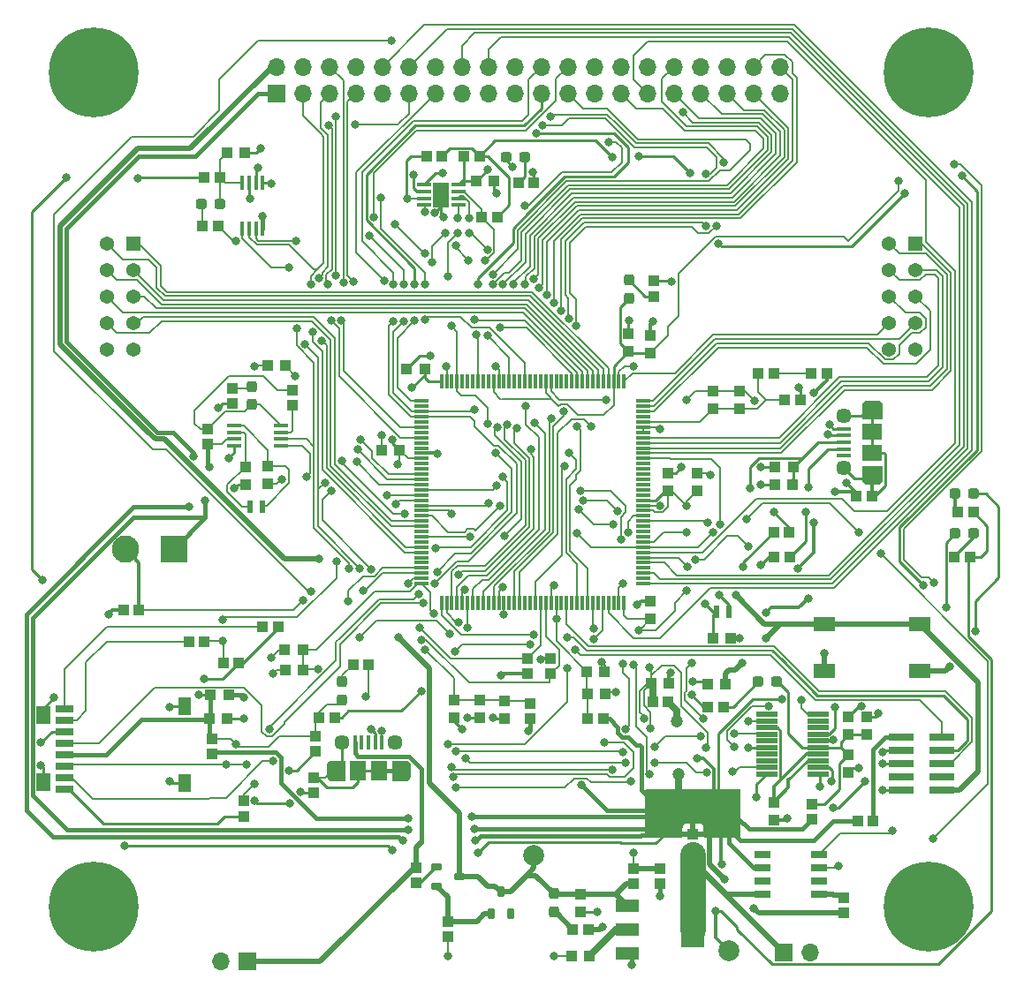
<source format=gbr>
%TF.GenerationSoftware,KiCad,Pcbnew,(6.0.1)*%
%TF.CreationDate,2022-02-13T11:40:04-05:00*%
%TF.ProjectId,STM32_Breakout,53544d33-325f-4427-9265-616b6f75742e,rev?*%
%TF.SameCoordinates,Original*%
%TF.FileFunction,Copper,L1,Top*%
%TF.FilePolarity,Positive*%
%FSLAX46Y46*%
G04 Gerber Fmt 4.6, Leading zero omitted, Abs format (unit mm)*
G04 Created by KiCad (PCBNEW (6.0.1)) date 2022-02-13 11:40:04*
%MOMM*%
%LPD*%
G01*
G04 APERTURE LIST*
G04 Aperture macros list*
%AMRoundRect*
0 Rectangle with rounded corners*
0 $1 Rounding radius*
0 $2 $3 $4 $5 $6 $7 $8 $9 X,Y pos of 4 corners*
0 Add a 4 corners polygon primitive as box body*
4,1,4,$2,$3,$4,$5,$6,$7,$8,$9,$2,$3,0*
0 Add four circle primitives for the rounded corners*
1,1,$1+$1,$2,$3*
1,1,$1+$1,$4,$5*
1,1,$1+$1,$6,$7*
1,1,$1+$1,$8,$9*
0 Add four rect primitives between the rounded corners*
20,1,$1+$1,$2,$3,$4,$5,0*
20,1,$1+$1,$4,$5,$6,$7,0*
20,1,$1+$1,$6,$7,$8,$9,0*
20,1,$1+$1,$8,$9,$2,$3,0*%
G04 Aperture macros list end*
%TA.AperFunction,EtchedComponent*%
%ADD10C,0.000100*%
%TD*%
%TA.AperFunction,SMDPad,CuDef*%
%ADD11RoundRect,0.008200X-0.976800X-0.196800X0.976800X-0.196800X0.976800X0.196800X-0.976800X0.196800X0*%
%TD*%
%TA.AperFunction,SMDPad,CuDef*%
%ADD12RoundRect,0.008200X0.976800X0.196800X-0.976800X0.196800X-0.976800X-0.196800X0.976800X-0.196800X0*%
%TD*%
%TA.AperFunction,ComponentPad*%
%ADD13C,2.625000*%
%TD*%
%TA.AperFunction,ComponentPad*%
%ADD14R,2.625000X2.625000*%
%TD*%
%TA.AperFunction,SMDPad,CuDef*%
%ADD15R,1.040000X1.020000*%
%TD*%
%TA.AperFunction,SMDPad,CuDef*%
%ADD16R,1.020000X1.040000*%
%TD*%
%TA.AperFunction,SMDPad,CuDef*%
%ADD17R,1.100000X1.000000*%
%TD*%
%TA.AperFunction,SMDPad,CuDef*%
%ADD18R,1.000000X1.100000*%
%TD*%
%TA.AperFunction,ComponentPad*%
%ADD19C,0.900000*%
%TD*%
%TA.AperFunction,ComponentPad*%
%ADD20C,8.600000*%
%TD*%
%TA.AperFunction,SMDPad,CuDef*%
%ADD21R,0.600000X1.200000*%
%TD*%
%TA.AperFunction,SMDPad,CuDef*%
%ADD22RoundRect,0.091500X0.213500X-0.453500X0.213500X0.453500X-0.213500X0.453500X-0.213500X-0.453500X0*%
%TD*%
%TA.AperFunction,SMDPad,CuDef*%
%ADD23RoundRect,0.237500X0.237500X-0.287500X0.237500X0.287500X-0.237500X0.287500X-0.237500X-0.287500X0*%
%TD*%
%TA.AperFunction,SMDPad,CuDef*%
%ADD24RoundRect,0.237500X0.287500X0.237500X-0.287500X0.237500X-0.287500X-0.237500X0.287500X-0.237500X0*%
%TD*%
%TA.AperFunction,SMDPad,CuDef*%
%ADD25RoundRect,0.237500X-0.237500X0.287500X-0.237500X-0.287500X0.237500X-0.287500X0.237500X0.287500X0*%
%TD*%
%TA.AperFunction,SMDPad,CuDef*%
%ADD26RoundRect,0.237500X-0.287500X-0.237500X0.287500X-0.237500X0.287500X0.237500X-0.287500X0.237500X0*%
%TD*%
%TA.AperFunction,ComponentPad*%
%ADD27R,1.700000X1.700000*%
%TD*%
%TA.AperFunction,ComponentPad*%
%ADD28O,1.700000X1.700000*%
%TD*%
%TA.AperFunction,SMDPad,CuDef*%
%ADD29R,1.800000X0.800000*%
%TD*%
%TA.AperFunction,SMDPad,CuDef*%
%ADD30R,1.200000X1.800000*%
%TD*%
%TA.AperFunction,SMDPad,CuDef*%
%ADD31R,1.400000X1.800000*%
%TD*%
%TA.AperFunction,SMDPad,CuDef*%
%ADD32R,0.400000X1.350000*%
%TD*%
%TA.AperFunction,ComponentPad*%
%ADD33O,0.950000X1.900000*%
%TD*%
%TA.AperFunction,ComponentPad*%
%ADD34C,1.450000*%
%TD*%
%TA.AperFunction,SMDPad,CuDef*%
%ADD35R,1.500000X1.900000*%
%TD*%
%TA.AperFunction,ComponentPad*%
%ADD36R,1.370000X1.370000*%
%TD*%
%TA.AperFunction,ComponentPad*%
%ADD37C,1.370000*%
%TD*%
%TA.AperFunction,SMDPad,CuDef*%
%ADD38R,1.525000X0.650000*%
%TD*%
%TA.AperFunction,SMDPad,CuDef*%
%ADD39RoundRect,0.091500X-0.453500X-0.213500X0.453500X-0.213500X0.453500X0.213500X-0.453500X0.213500X0*%
%TD*%
%TA.AperFunction,SMDPad,CuDef*%
%ADD40R,2.400000X0.740000*%
%TD*%
%TA.AperFunction,SMDPad,CuDef*%
%ADD41C,2.000000*%
%TD*%
%TA.AperFunction,SMDPad,CuDef*%
%ADD42RoundRect,0.012800X-0.637200X-0.147200X0.637200X-0.147200X0.637200X0.147200X-0.637200X0.147200X0*%
%TD*%
%TA.AperFunction,SMDPad,CuDef*%
%ADD43R,1.590000X2.400000*%
%TD*%
%TA.AperFunction,SMDPad,CuDef*%
%ADD44R,2.200000X1.200000*%
%TD*%
%TA.AperFunction,SMDPad,CuDef*%
%ADD45R,2.200000X3.500000*%
%TD*%
%TA.AperFunction,SMDPad,CuDef*%
%ADD46R,1.346200X0.355600*%
%TD*%
%TA.AperFunction,SMDPad,CuDef*%
%ADD47R,0.355600X1.346200*%
%TD*%
%TA.AperFunction,SMDPad,CuDef*%
%ADD48R,1.450000X0.450000*%
%TD*%
%TA.AperFunction,SMDPad,CuDef*%
%ADD49R,2.108200X1.397000*%
%TD*%
%TA.AperFunction,SMDPad,CuDef*%
%ADD50R,0.450000X1.450000*%
%TD*%
%TA.AperFunction,SMDPad,CuDef*%
%ADD51R,1.350000X0.400000*%
%TD*%
%TA.AperFunction,ComponentPad*%
%ADD52O,1.900000X0.950000*%
%TD*%
%TA.AperFunction,SMDPad,CuDef*%
%ADD53R,1.900000X1.500000*%
%TD*%
%TA.AperFunction,ViaPad*%
%ADD54C,0.800000*%
%TD*%
%TA.AperFunction,ViaPad*%
%ADD55C,1.200000*%
%TD*%
%TA.AperFunction,Conductor*%
%ADD56C,0.200000*%
%TD*%
%TA.AperFunction,Conductor*%
%ADD57C,0.250000*%
%TD*%
%TA.AperFunction,Conductor*%
%ADD58C,0.500000*%
%TD*%
%TA.AperFunction,Conductor*%
%ADD59C,0.300000*%
%TD*%
%TA.AperFunction,Conductor*%
%ADD60C,0.400000*%
%TD*%
%TA.AperFunction,Conductor*%
%ADD61C,0.700000*%
%TD*%
%TA.AperFunction,Conductor*%
%ADD62C,2.420000*%
%TD*%
G04 APERTURE END LIST*
D10*
%TO.C,J4*%
X80320000Y-123510000D02*
X81520000Y-123510000D01*
X81520000Y-123510000D02*
X81520000Y-125410000D01*
X81520000Y-125410000D02*
X80320000Y-125410000D01*
X80320000Y-125410000D02*
X80295000Y-125409000D01*
X80295000Y-125409000D02*
X80270000Y-125407000D01*
X80270000Y-125407000D02*
X80246000Y-125404000D01*
X80246000Y-125404000D02*
X80221000Y-125400000D01*
X80221000Y-125400000D02*
X80197000Y-125394000D01*
X80197000Y-125394000D02*
X80173000Y-125387000D01*
X80173000Y-125387000D02*
X80150000Y-125378000D01*
X80150000Y-125378000D02*
X80127000Y-125369000D01*
X80127000Y-125369000D02*
X80104000Y-125358000D01*
X80104000Y-125358000D02*
X80083000Y-125346000D01*
X80083000Y-125346000D02*
X80061000Y-125333000D01*
X80061000Y-125333000D02*
X80041000Y-125319000D01*
X80041000Y-125319000D02*
X80021000Y-125304000D01*
X80021000Y-125304000D02*
X80002000Y-125288000D01*
X80002000Y-125288000D02*
X79984000Y-125271000D01*
X79984000Y-125271000D02*
X79967000Y-125253000D01*
X79967000Y-125253000D02*
X79951000Y-125234000D01*
X79951000Y-125234000D02*
X79936000Y-125214000D01*
X79936000Y-125214000D02*
X79922000Y-125194000D01*
X79922000Y-125194000D02*
X79909000Y-125172000D01*
X79909000Y-125172000D02*
X79897000Y-125151000D01*
X79897000Y-125151000D02*
X79886000Y-125128000D01*
X79886000Y-125128000D02*
X79877000Y-125105000D01*
X79877000Y-125105000D02*
X79868000Y-125082000D01*
X79868000Y-125082000D02*
X79861000Y-125058000D01*
X79861000Y-125058000D02*
X79855000Y-125034000D01*
X79855000Y-125034000D02*
X79851000Y-125009000D01*
X79851000Y-125009000D02*
X79848000Y-124985000D01*
X79848000Y-124985000D02*
X79846000Y-124960000D01*
X79846000Y-124960000D02*
X79845000Y-124935000D01*
X79845000Y-124935000D02*
X79845000Y-123985000D01*
X79845000Y-123985000D02*
X79846000Y-123960000D01*
X79846000Y-123960000D02*
X79848000Y-123935000D01*
X79848000Y-123935000D02*
X79851000Y-123911000D01*
X79851000Y-123911000D02*
X79855000Y-123886000D01*
X79855000Y-123886000D02*
X79861000Y-123862000D01*
X79861000Y-123862000D02*
X79868000Y-123838000D01*
X79868000Y-123838000D02*
X79877000Y-123815000D01*
X79877000Y-123815000D02*
X79886000Y-123792000D01*
X79886000Y-123792000D02*
X79897000Y-123769000D01*
X79897000Y-123769000D02*
X79909000Y-123748000D01*
X79909000Y-123748000D02*
X79922000Y-123726000D01*
X79922000Y-123726000D02*
X79936000Y-123706000D01*
X79936000Y-123706000D02*
X79951000Y-123686000D01*
X79951000Y-123686000D02*
X79967000Y-123667000D01*
X79967000Y-123667000D02*
X79984000Y-123649000D01*
X79984000Y-123649000D02*
X80002000Y-123632000D01*
X80002000Y-123632000D02*
X80021000Y-123616000D01*
X80021000Y-123616000D02*
X80041000Y-123601000D01*
X80041000Y-123601000D02*
X80061000Y-123587000D01*
X80061000Y-123587000D02*
X80083000Y-123574000D01*
X80083000Y-123574000D02*
X80104000Y-123562000D01*
X80104000Y-123562000D02*
X80127000Y-123551000D01*
X80127000Y-123551000D02*
X80150000Y-123542000D01*
X80150000Y-123542000D02*
X80173000Y-123533000D01*
X80173000Y-123533000D02*
X80197000Y-123526000D01*
X80197000Y-123526000D02*
X80221000Y-123520000D01*
X80221000Y-123520000D02*
X80246000Y-123516000D01*
X80246000Y-123516000D02*
X80270000Y-123513000D01*
X80270000Y-123513000D02*
X80295000Y-123511000D01*
X80295000Y-123511000D02*
X80320000Y-123510000D01*
X80320000Y-123510000D02*
X80320000Y-123510000D01*
G36*
X81520000Y-125410000D02*
G01*
X80320000Y-125410000D01*
X80295000Y-125409000D01*
X80270000Y-125407000D01*
X80246000Y-125404000D01*
X80221000Y-125400000D01*
X80197000Y-125394000D01*
X80173000Y-125387000D01*
X80127000Y-125369000D01*
X80104000Y-125358000D01*
X80083000Y-125346000D01*
X80061000Y-125333000D01*
X80041000Y-125319000D01*
X80021000Y-125304000D01*
X80002000Y-125288000D01*
X79984000Y-125271000D01*
X79967000Y-125253000D01*
X79951000Y-125234000D01*
X79936000Y-125214000D01*
X79922000Y-125194000D01*
X79909000Y-125172000D01*
X79897000Y-125151000D01*
X79886000Y-125128000D01*
X79868000Y-125082000D01*
X79861000Y-125058000D01*
X79855000Y-125034000D01*
X79851000Y-125009000D01*
X79848000Y-124985000D01*
X79846000Y-124960000D01*
X79845000Y-124935000D01*
X79845000Y-123985000D01*
X79846000Y-123960000D01*
X79848000Y-123935000D01*
X79851000Y-123911000D01*
X79855000Y-123886000D01*
X79861000Y-123862000D01*
X79868000Y-123838000D01*
X79886000Y-123792000D01*
X79897000Y-123769000D01*
X79909000Y-123748000D01*
X79922000Y-123726000D01*
X79936000Y-123706000D01*
X79951000Y-123686000D01*
X79967000Y-123667000D01*
X79984000Y-123649000D01*
X80002000Y-123632000D01*
X80021000Y-123616000D01*
X80041000Y-123601000D01*
X80061000Y-123587000D01*
X80083000Y-123574000D01*
X80104000Y-123562000D01*
X80127000Y-123551000D01*
X80173000Y-123533000D01*
X80197000Y-123526000D01*
X80221000Y-123520000D01*
X80246000Y-123516000D01*
X80270000Y-123513000D01*
X80295000Y-123511000D01*
X80320000Y-123510000D01*
X81520000Y-123510000D01*
X81520000Y-125410000D01*
G37*
X81520000Y-125410000D02*
X80320000Y-125410000D01*
X80295000Y-125409000D01*
X80270000Y-125407000D01*
X80246000Y-125404000D01*
X80221000Y-125400000D01*
X80197000Y-125394000D01*
X80173000Y-125387000D01*
X80127000Y-125369000D01*
X80104000Y-125358000D01*
X80083000Y-125346000D01*
X80061000Y-125333000D01*
X80041000Y-125319000D01*
X80021000Y-125304000D01*
X80002000Y-125288000D01*
X79984000Y-125271000D01*
X79967000Y-125253000D01*
X79951000Y-125234000D01*
X79936000Y-125214000D01*
X79922000Y-125194000D01*
X79909000Y-125172000D01*
X79897000Y-125151000D01*
X79886000Y-125128000D01*
X79868000Y-125082000D01*
X79861000Y-125058000D01*
X79855000Y-125034000D01*
X79851000Y-125009000D01*
X79848000Y-124985000D01*
X79846000Y-124960000D01*
X79845000Y-124935000D01*
X79845000Y-123985000D01*
X79846000Y-123960000D01*
X79848000Y-123935000D01*
X79851000Y-123911000D01*
X79855000Y-123886000D01*
X79861000Y-123862000D01*
X79868000Y-123838000D01*
X79886000Y-123792000D01*
X79897000Y-123769000D01*
X79909000Y-123748000D01*
X79922000Y-123726000D01*
X79936000Y-123706000D01*
X79951000Y-123686000D01*
X79967000Y-123667000D01*
X79984000Y-123649000D01*
X80002000Y-123632000D01*
X80021000Y-123616000D01*
X80041000Y-123601000D01*
X80061000Y-123587000D01*
X80083000Y-123574000D01*
X80104000Y-123562000D01*
X80127000Y-123551000D01*
X80173000Y-123533000D01*
X80197000Y-123526000D01*
X80221000Y-123520000D01*
X80246000Y-123516000D01*
X80270000Y-123513000D01*
X80295000Y-123511000D01*
X80320000Y-123510000D01*
X81520000Y-123510000D01*
X81520000Y-125410000D01*
X87320000Y-123510000D02*
X86120000Y-123510000D01*
X86120000Y-123510000D02*
X86120000Y-125410000D01*
X86120000Y-125410000D02*
X87320000Y-125410000D01*
X87320000Y-125410000D02*
X87345000Y-125409000D01*
X87345000Y-125409000D02*
X87370000Y-125407000D01*
X87370000Y-125407000D02*
X87394000Y-125404000D01*
X87394000Y-125404000D02*
X87419000Y-125400000D01*
X87419000Y-125400000D02*
X87443000Y-125394000D01*
X87443000Y-125394000D02*
X87467000Y-125387000D01*
X87467000Y-125387000D02*
X87490000Y-125378000D01*
X87490000Y-125378000D02*
X87513000Y-125369000D01*
X87513000Y-125369000D02*
X87536000Y-125358000D01*
X87536000Y-125358000D02*
X87558000Y-125346000D01*
X87558000Y-125346000D02*
X87579000Y-125333000D01*
X87579000Y-125333000D02*
X87599000Y-125319000D01*
X87599000Y-125319000D02*
X87619000Y-125304000D01*
X87619000Y-125304000D02*
X87638000Y-125288000D01*
X87638000Y-125288000D02*
X87656000Y-125271000D01*
X87656000Y-125271000D02*
X87673000Y-125253000D01*
X87673000Y-125253000D02*
X87689000Y-125234000D01*
X87689000Y-125234000D02*
X87704000Y-125214000D01*
X87704000Y-125214000D02*
X87718000Y-125194000D01*
X87718000Y-125194000D02*
X87731000Y-125172000D01*
X87731000Y-125172000D02*
X87743000Y-125151000D01*
X87743000Y-125151000D02*
X87754000Y-125128000D01*
X87754000Y-125128000D02*
X87763000Y-125105000D01*
X87763000Y-125105000D02*
X87772000Y-125082000D01*
X87772000Y-125082000D02*
X87779000Y-125058000D01*
X87779000Y-125058000D02*
X87785000Y-125034000D01*
X87785000Y-125034000D02*
X87789000Y-125009000D01*
X87789000Y-125009000D02*
X87792000Y-124985000D01*
X87792000Y-124985000D02*
X87794000Y-124960000D01*
X87794000Y-124960000D02*
X87795000Y-124935000D01*
X87795000Y-124935000D02*
X87795000Y-123985000D01*
X87795000Y-123985000D02*
X87794000Y-123960000D01*
X87794000Y-123960000D02*
X87792000Y-123935000D01*
X87792000Y-123935000D02*
X87789000Y-123911000D01*
X87789000Y-123911000D02*
X87785000Y-123886000D01*
X87785000Y-123886000D02*
X87779000Y-123862000D01*
X87779000Y-123862000D02*
X87772000Y-123838000D01*
X87772000Y-123838000D02*
X87763000Y-123815000D01*
X87763000Y-123815000D02*
X87754000Y-123792000D01*
X87754000Y-123792000D02*
X87743000Y-123769000D01*
X87743000Y-123769000D02*
X87731000Y-123748000D01*
X87731000Y-123748000D02*
X87718000Y-123726000D01*
X87718000Y-123726000D02*
X87704000Y-123706000D01*
X87704000Y-123706000D02*
X87689000Y-123686000D01*
X87689000Y-123686000D02*
X87673000Y-123667000D01*
X87673000Y-123667000D02*
X87656000Y-123649000D01*
X87656000Y-123649000D02*
X87638000Y-123632000D01*
X87638000Y-123632000D02*
X87619000Y-123616000D01*
X87619000Y-123616000D02*
X87599000Y-123601000D01*
X87599000Y-123601000D02*
X87579000Y-123587000D01*
X87579000Y-123587000D02*
X87558000Y-123574000D01*
X87558000Y-123574000D02*
X87536000Y-123562000D01*
X87536000Y-123562000D02*
X87513000Y-123551000D01*
X87513000Y-123551000D02*
X87490000Y-123542000D01*
X87490000Y-123542000D02*
X87467000Y-123533000D01*
X87467000Y-123533000D02*
X87443000Y-123526000D01*
X87443000Y-123526000D02*
X87419000Y-123520000D01*
X87419000Y-123520000D02*
X87394000Y-123516000D01*
X87394000Y-123516000D02*
X87370000Y-123513000D01*
X87370000Y-123513000D02*
X87345000Y-123511000D01*
X87345000Y-123511000D02*
X87320000Y-123510000D01*
X87320000Y-123510000D02*
X87320000Y-123510000D01*
G36*
X87345000Y-123511000D02*
G01*
X87370000Y-123513000D01*
X87394000Y-123516000D01*
X87419000Y-123520000D01*
X87443000Y-123526000D01*
X87467000Y-123533000D01*
X87513000Y-123551000D01*
X87536000Y-123562000D01*
X87558000Y-123574000D01*
X87579000Y-123587000D01*
X87599000Y-123601000D01*
X87619000Y-123616000D01*
X87638000Y-123632000D01*
X87656000Y-123649000D01*
X87673000Y-123667000D01*
X87689000Y-123686000D01*
X87704000Y-123706000D01*
X87718000Y-123726000D01*
X87731000Y-123748000D01*
X87743000Y-123769000D01*
X87754000Y-123792000D01*
X87772000Y-123838000D01*
X87779000Y-123862000D01*
X87785000Y-123886000D01*
X87789000Y-123911000D01*
X87792000Y-123935000D01*
X87794000Y-123960000D01*
X87795000Y-123985000D01*
X87795000Y-124935000D01*
X87794000Y-124960000D01*
X87792000Y-124985000D01*
X87789000Y-125009000D01*
X87785000Y-125034000D01*
X87779000Y-125058000D01*
X87772000Y-125082000D01*
X87754000Y-125128000D01*
X87743000Y-125151000D01*
X87731000Y-125172000D01*
X87718000Y-125194000D01*
X87704000Y-125214000D01*
X87689000Y-125234000D01*
X87673000Y-125253000D01*
X87656000Y-125271000D01*
X87638000Y-125288000D01*
X87619000Y-125304000D01*
X87599000Y-125319000D01*
X87579000Y-125333000D01*
X87558000Y-125346000D01*
X87536000Y-125358000D01*
X87513000Y-125369000D01*
X87467000Y-125387000D01*
X87443000Y-125394000D01*
X87419000Y-125400000D01*
X87394000Y-125404000D01*
X87370000Y-125407000D01*
X87345000Y-125409000D01*
X87320000Y-125410000D01*
X86120000Y-125410000D01*
X86120000Y-123510000D01*
X87320000Y-123510000D01*
X87345000Y-123511000D01*
G37*
X87345000Y-123511000D02*
X87370000Y-123513000D01*
X87394000Y-123516000D01*
X87419000Y-123520000D01*
X87443000Y-123526000D01*
X87467000Y-123533000D01*
X87513000Y-123551000D01*
X87536000Y-123562000D01*
X87558000Y-123574000D01*
X87579000Y-123587000D01*
X87599000Y-123601000D01*
X87619000Y-123616000D01*
X87638000Y-123632000D01*
X87656000Y-123649000D01*
X87673000Y-123667000D01*
X87689000Y-123686000D01*
X87704000Y-123706000D01*
X87718000Y-123726000D01*
X87731000Y-123748000D01*
X87743000Y-123769000D01*
X87754000Y-123792000D01*
X87772000Y-123838000D01*
X87779000Y-123862000D01*
X87785000Y-123886000D01*
X87789000Y-123911000D01*
X87792000Y-123935000D01*
X87794000Y-123960000D01*
X87795000Y-123985000D01*
X87795000Y-124935000D01*
X87794000Y-124960000D01*
X87792000Y-124985000D01*
X87789000Y-125009000D01*
X87785000Y-125034000D01*
X87779000Y-125058000D01*
X87772000Y-125082000D01*
X87754000Y-125128000D01*
X87743000Y-125151000D01*
X87731000Y-125172000D01*
X87718000Y-125194000D01*
X87704000Y-125214000D01*
X87689000Y-125234000D01*
X87673000Y-125253000D01*
X87656000Y-125271000D01*
X87638000Y-125288000D01*
X87619000Y-125304000D01*
X87599000Y-125319000D01*
X87579000Y-125333000D01*
X87558000Y-125346000D01*
X87536000Y-125358000D01*
X87513000Y-125369000D01*
X87467000Y-125387000D01*
X87443000Y-125394000D01*
X87419000Y-125400000D01*
X87394000Y-125404000D01*
X87370000Y-125407000D01*
X87345000Y-125409000D01*
X87320000Y-125410000D01*
X86120000Y-125410000D01*
X86120000Y-123510000D01*
X87320000Y-123510000D01*
X87345000Y-123511000D01*
%TO.C,J8*%
X131130000Y-96480000D02*
X131130000Y-95280000D01*
X131130000Y-95280000D02*
X133030000Y-95280000D01*
X133030000Y-95280000D02*
X133030000Y-96480000D01*
X133030000Y-96480000D02*
X133029000Y-96505000D01*
X133029000Y-96505000D02*
X133027000Y-96530000D01*
X133027000Y-96530000D02*
X133024000Y-96554000D01*
X133024000Y-96554000D02*
X133020000Y-96579000D01*
X133020000Y-96579000D02*
X133014000Y-96603000D01*
X133014000Y-96603000D02*
X133007000Y-96627000D01*
X133007000Y-96627000D02*
X132998000Y-96650000D01*
X132998000Y-96650000D02*
X132989000Y-96673000D01*
X132989000Y-96673000D02*
X132978000Y-96696000D01*
X132978000Y-96696000D02*
X132966000Y-96717000D01*
X132966000Y-96717000D02*
X132953000Y-96739000D01*
X132953000Y-96739000D02*
X132939000Y-96759000D01*
X132939000Y-96759000D02*
X132924000Y-96779000D01*
X132924000Y-96779000D02*
X132908000Y-96798000D01*
X132908000Y-96798000D02*
X132891000Y-96816000D01*
X132891000Y-96816000D02*
X132873000Y-96833000D01*
X132873000Y-96833000D02*
X132854000Y-96849000D01*
X132854000Y-96849000D02*
X132834000Y-96864000D01*
X132834000Y-96864000D02*
X132814000Y-96878000D01*
X132814000Y-96878000D02*
X132792000Y-96891000D01*
X132792000Y-96891000D02*
X132771000Y-96903000D01*
X132771000Y-96903000D02*
X132748000Y-96914000D01*
X132748000Y-96914000D02*
X132725000Y-96923000D01*
X132725000Y-96923000D02*
X132702000Y-96932000D01*
X132702000Y-96932000D02*
X132678000Y-96939000D01*
X132678000Y-96939000D02*
X132654000Y-96945000D01*
X132654000Y-96945000D02*
X132629000Y-96949000D01*
X132629000Y-96949000D02*
X132605000Y-96952000D01*
X132605000Y-96952000D02*
X132580000Y-96954000D01*
X132580000Y-96954000D02*
X132555000Y-96955000D01*
X132555000Y-96955000D02*
X131605000Y-96955000D01*
X131605000Y-96955000D02*
X131580000Y-96954000D01*
X131580000Y-96954000D02*
X131555000Y-96952000D01*
X131555000Y-96952000D02*
X131531000Y-96949000D01*
X131531000Y-96949000D02*
X131506000Y-96945000D01*
X131506000Y-96945000D02*
X131482000Y-96939000D01*
X131482000Y-96939000D02*
X131458000Y-96932000D01*
X131458000Y-96932000D02*
X131435000Y-96923000D01*
X131435000Y-96923000D02*
X131412000Y-96914000D01*
X131412000Y-96914000D02*
X131389000Y-96903000D01*
X131389000Y-96903000D02*
X131368000Y-96891000D01*
X131368000Y-96891000D02*
X131346000Y-96878000D01*
X131346000Y-96878000D02*
X131326000Y-96864000D01*
X131326000Y-96864000D02*
X131306000Y-96849000D01*
X131306000Y-96849000D02*
X131287000Y-96833000D01*
X131287000Y-96833000D02*
X131269000Y-96816000D01*
X131269000Y-96816000D02*
X131252000Y-96798000D01*
X131252000Y-96798000D02*
X131236000Y-96779000D01*
X131236000Y-96779000D02*
X131221000Y-96759000D01*
X131221000Y-96759000D02*
X131207000Y-96739000D01*
X131207000Y-96739000D02*
X131194000Y-96717000D01*
X131194000Y-96717000D02*
X131182000Y-96696000D01*
X131182000Y-96696000D02*
X131171000Y-96673000D01*
X131171000Y-96673000D02*
X131162000Y-96650000D01*
X131162000Y-96650000D02*
X131153000Y-96627000D01*
X131153000Y-96627000D02*
X131146000Y-96603000D01*
X131146000Y-96603000D02*
X131140000Y-96579000D01*
X131140000Y-96579000D02*
X131136000Y-96554000D01*
X131136000Y-96554000D02*
X131133000Y-96530000D01*
X131133000Y-96530000D02*
X131131000Y-96505000D01*
X131131000Y-96505000D02*
X131130000Y-96480000D01*
X131130000Y-96480000D02*
X131130000Y-96480000D01*
G36*
X133030000Y-96480000D02*
G01*
X133029000Y-96505000D01*
X133027000Y-96530000D01*
X133024000Y-96554000D01*
X133020000Y-96579000D01*
X133014000Y-96603000D01*
X133007000Y-96627000D01*
X132989000Y-96673000D01*
X132978000Y-96696000D01*
X132966000Y-96717000D01*
X132953000Y-96739000D01*
X132939000Y-96759000D01*
X132924000Y-96779000D01*
X132908000Y-96798000D01*
X132891000Y-96816000D01*
X132873000Y-96833000D01*
X132854000Y-96849000D01*
X132834000Y-96864000D01*
X132814000Y-96878000D01*
X132792000Y-96891000D01*
X132771000Y-96903000D01*
X132748000Y-96914000D01*
X132702000Y-96932000D01*
X132678000Y-96939000D01*
X132654000Y-96945000D01*
X132629000Y-96949000D01*
X132605000Y-96952000D01*
X132580000Y-96954000D01*
X132555000Y-96955000D01*
X131605000Y-96955000D01*
X131580000Y-96954000D01*
X131555000Y-96952000D01*
X131531000Y-96949000D01*
X131506000Y-96945000D01*
X131482000Y-96939000D01*
X131458000Y-96932000D01*
X131412000Y-96914000D01*
X131389000Y-96903000D01*
X131368000Y-96891000D01*
X131346000Y-96878000D01*
X131326000Y-96864000D01*
X131306000Y-96849000D01*
X131287000Y-96833000D01*
X131269000Y-96816000D01*
X131252000Y-96798000D01*
X131236000Y-96779000D01*
X131221000Y-96759000D01*
X131207000Y-96739000D01*
X131194000Y-96717000D01*
X131182000Y-96696000D01*
X131171000Y-96673000D01*
X131153000Y-96627000D01*
X131146000Y-96603000D01*
X131140000Y-96579000D01*
X131136000Y-96554000D01*
X131133000Y-96530000D01*
X131131000Y-96505000D01*
X131130000Y-96480000D01*
X131130000Y-95280000D01*
X133030000Y-95280000D01*
X133030000Y-96480000D01*
G37*
X133030000Y-96480000D02*
X133029000Y-96505000D01*
X133027000Y-96530000D01*
X133024000Y-96554000D01*
X133020000Y-96579000D01*
X133014000Y-96603000D01*
X133007000Y-96627000D01*
X132989000Y-96673000D01*
X132978000Y-96696000D01*
X132966000Y-96717000D01*
X132953000Y-96739000D01*
X132939000Y-96759000D01*
X132924000Y-96779000D01*
X132908000Y-96798000D01*
X132891000Y-96816000D01*
X132873000Y-96833000D01*
X132854000Y-96849000D01*
X132834000Y-96864000D01*
X132814000Y-96878000D01*
X132792000Y-96891000D01*
X132771000Y-96903000D01*
X132748000Y-96914000D01*
X132702000Y-96932000D01*
X132678000Y-96939000D01*
X132654000Y-96945000D01*
X132629000Y-96949000D01*
X132605000Y-96952000D01*
X132580000Y-96954000D01*
X132555000Y-96955000D01*
X131605000Y-96955000D01*
X131580000Y-96954000D01*
X131555000Y-96952000D01*
X131531000Y-96949000D01*
X131506000Y-96945000D01*
X131482000Y-96939000D01*
X131458000Y-96932000D01*
X131412000Y-96914000D01*
X131389000Y-96903000D01*
X131368000Y-96891000D01*
X131346000Y-96878000D01*
X131326000Y-96864000D01*
X131306000Y-96849000D01*
X131287000Y-96833000D01*
X131269000Y-96816000D01*
X131252000Y-96798000D01*
X131236000Y-96779000D01*
X131221000Y-96759000D01*
X131207000Y-96739000D01*
X131194000Y-96717000D01*
X131182000Y-96696000D01*
X131171000Y-96673000D01*
X131153000Y-96627000D01*
X131146000Y-96603000D01*
X131140000Y-96579000D01*
X131136000Y-96554000D01*
X131133000Y-96530000D01*
X131131000Y-96505000D01*
X131130000Y-96480000D01*
X131130000Y-95280000D01*
X133030000Y-95280000D01*
X133030000Y-96480000D01*
X131130000Y-89480000D02*
X131130000Y-90680000D01*
X131130000Y-90680000D02*
X133030000Y-90680000D01*
X133030000Y-90680000D02*
X133030000Y-89480000D01*
X133030000Y-89480000D02*
X133029000Y-89455000D01*
X133029000Y-89455000D02*
X133027000Y-89430000D01*
X133027000Y-89430000D02*
X133024000Y-89406000D01*
X133024000Y-89406000D02*
X133020000Y-89381000D01*
X133020000Y-89381000D02*
X133014000Y-89357000D01*
X133014000Y-89357000D02*
X133007000Y-89333000D01*
X133007000Y-89333000D02*
X132998000Y-89310000D01*
X132998000Y-89310000D02*
X132989000Y-89287000D01*
X132989000Y-89287000D02*
X132978000Y-89264000D01*
X132978000Y-89264000D02*
X132966000Y-89242000D01*
X132966000Y-89242000D02*
X132953000Y-89221000D01*
X132953000Y-89221000D02*
X132939000Y-89201000D01*
X132939000Y-89201000D02*
X132924000Y-89181000D01*
X132924000Y-89181000D02*
X132908000Y-89162000D01*
X132908000Y-89162000D02*
X132891000Y-89144000D01*
X132891000Y-89144000D02*
X132873000Y-89127000D01*
X132873000Y-89127000D02*
X132854000Y-89111000D01*
X132854000Y-89111000D02*
X132834000Y-89096000D01*
X132834000Y-89096000D02*
X132814000Y-89082000D01*
X132814000Y-89082000D02*
X132792000Y-89069000D01*
X132792000Y-89069000D02*
X132771000Y-89057000D01*
X132771000Y-89057000D02*
X132748000Y-89046000D01*
X132748000Y-89046000D02*
X132725000Y-89037000D01*
X132725000Y-89037000D02*
X132702000Y-89028000D01*
X132702000Y-89028000D02*
X132678000Y-89021000D01*
X132678000Y-89021000D02*
X132654000Y-89015000D01*
X132654000Y-89015000D02*
X132629000Y-89011000D01*
X132629000Y-89011000D02*
X132605000Y-89008000D01*
X132605000Y-89008000D02*
X132580000Y-89006000D01*
X132580000Y-89006000D02*
X132555000Y-89005000D01*
X132555000Y-89005000D02*
X131605000Y-89005000D01*
X131605000Y-89005000D02*
X131580000Y-89006000D01*
X131580000Y-89006000D02*
X131555000Y-89008000D01*
X131555000Y-89008000D02*
X131531000Y-89011000D01*
X131531000Y-89011000D02*
X131506000Y-89015000D01*
X131506000Y-89015000D02*
X131482000Y-89021000D01*
X131482000Y-89021000D02*
X131458000Y-89028000D01*
X131458000Y-89028000D02*
X131435000Y-89037000D01*
X131435000Y-89037000D02*
X131412000Y-89046000D01*
X131412000Y-89046000D02*
X131389000Y-89057000D01*
X131389000Y-89057000D02*
X131368000Y-89069000D01*
X131368000Y-89069000D02*
X131346000Y-89082000D01*
X131346000Y-89082000D02*
X131326000Y-89096000D01*
X131326000Y-89096000D02*
X131306000Y-89111000D01*
X131306000Y-89111000D02*
X131287000Y-89127000D01*
X131287000Y-89127000D02*
X131269000Y-89144000D01*
X131269000Y-89144000D02*
X131252000Y-89162000D01*
X131252000Y-89162000D02*
X131236000Y-89181000D01*
X131236000Y-89181000D02*
X131221000Y-89201000D01*
X131221000Y-89201000D02*
X131207000Y-89221000D01*
X131207000Y-89221000D02*
X131194000Y-89242000D01*
X131194000Y-89242000D02*
X131182000Y-89264000D01*
X131182000Y-89264000D02*
X131171000Y-89287000D01*
X131171000Y-89287000D02*
X131162000Y-89310000D01*
X131162000Y-89310000D02*
X131153000Y-89333000D01*
X131153000Y-89333000D02*
X131146000Y-89357000D01*
X131146000Y-89357000D02*
X131140000Y-89381000D01*
X131140000Y-89381000D02*
X131136000Y-89406000D01*
X131136000Y-89406000D02*
X131133000Y-89430000D01*
X131133000Y-89430000D02*
X131131000Y-89455000D01*
X131131000Y-89455000D02*
X131130000Y-89480000D01*
X131130000Y-89480000D02*
X131130000Y-89480000D01*
G36*
X132580000Y-89006000D02*
G01*
X132605000Y-89008000D01*
X132629000Y-89011000D01*
X132654000Y-89015000D01*
X132678000Y-89021000D01*
X132702000Y-89028000D01*
X132748000Y-89046000D01*
X132771000Y-89057000D01*
X132792000Y-89069000D01*
X132814000Y-89082000D01*
X132834000Y-89096000D01*
X132854000Y-89111000D01*
X132873000Y-89127000D01*
X132891000Y-89144000D01*
X132908000Y-89162000D01*
X132924000Y-89181000D01*
X132939000Y-89201000D01*
X132953000Y-89221000D01*
X132966000Y-89242000D01*
X132978000Y-89264000D01*
X132989000Y-89287000D01*
X133007000Y-89333000D01*
X133014000Y-89357000D01*
X133020000Y-89381000D01*
X133024000Y-89406000D01*
X133027000Y-89430000D01*
X133029000Y-89455000D01*
X133030000Y-89480000D01*
X133030000Y-90680000D01*
X131130000Y-90680000D01*
X131130000Y-89480000D01*
X131131000Y-89455000D01*
X131133000Y-89430000D01*
X131136000Y-89406000D01*
X131140000Y-89381000D01*
X131146000Y-89357000D01*
X131153000Y-89333000D01*
X131171000Y-89287000D01*
X131182000Y-89264000D01*
X131194000Y-89242000D01*
X131207000Y-89221000D01*
X131221000Y-89201000D01*
X131236000Y-89181000D01*
X131252000Y-89162000D01*
X131269000Y-89144000D01*
X131287000Y-89127000D01*
X131306000Y-89111000D01*
X131326000Y-89096000D01*
X131346000Y-89082000D01*
X131368000Y-89069000D01*
X131389000Y-89057000D01*
X131412000Y-89046000D01*
X131458000Y-89028000D01*
X131482000Y-89021000D01*
X131506000Y-89015000D01*
X131531000Y-89011000D01*
X131555000Y-89008000D01*
X131580000Y-89006000D01*
X131605000Y-89005000D01*
X132555000Y-89005000D01*
X132580000Y-89006000D01*
G37*
X132580000Y-89006000D02*
X132605000Y-89008000D01*
X132629000Y-89011000D01*
X132654000Y-89015000D01*
X132678000Y-89021000D01*
X132702000Y-89028000D01*
X132748000Y-89046000D01*
X132771000Y-89057000D01*
X132792000Y-89069000D01*
X132814000Y-89082000D01*
X132834000Y-89096000D01*
X132854000Y-89111000D01*
X132873000Y-89127000D01*
X132891000Y-89144000D01*
X132908000Y-89162000D01*
X132924000Y-89181000D01*
X132939000Y-89201000D01*
X132953000Y-89221000D01*
X132966000Y-89242000D01*
X132978000Y-89264000D01*
X132989000Y-89287000D01*
X133007000Y-89333000D01*
X133014000Y-89357000D01*
X133020000Y-89381000D01*
X133024000Y-89406000D01*
X133027000Y-89430000D01*
X133029000Y-89455000D01*
X133030000Y-89480000D01*
X133030000Y-90680000D01*
X131130000Y-90680000D01*
X131130000Y-89480000D01*
X131131000Y-89455000D01*
X131133000Y-89430000D01*
X131136000Y-89406000D01*
X131140000Y-89381000D01*
X131146000Y-89357000D01*
X131153000Y-89333000D01*
X131171000Y-89287000D01*
X131182000Y-89264000D01*
X131194000Y-89242000D01*
X131207000Y-89221000D01*
X131221000Y-89201000D01*
X131236000Y-89181000D01*
X131252000Y-89162000D01*
X131269000Y-89144000D01*
X131287000Y-89127000D01*
X131306000Y-89111000D01*
X131326000Y-89096000D01*
X131346000Y-89082000D01*
X131368000Y-89069000D01*
X131389000Y-89057000D01*
X131412000Y-89046000D01*
X131458000Y-89028000D01*
X131482000Y-89021000D01*
X131506000Y-89015000D01*
X131531000Y-89011000D01*
X131555000Y-89008000D01*
X131580000Y-89006000D01*
X131605000Y-89005000D01*
X132555000Y-89005000D01*
X132580000Y-89006000D01*
%TD*%
D11*
%TO.P,U7,1,~{DTR}*%
%TO.N,unconnected-(U7-Pad1)*%
X121990000Y-119062500D03*
%TO.P,U7,2,~{RTS}*%
%TO.N,LPUART1_CTS*%
X121990000Y-119697500D03*
%TO.P,U7,3,VCCIO*%
%TO.N,Net-(C32-Pad2)*%
X121990000Y-120332500D03*
%TO.P,U7,4,RXD*%
%TO.N,LPUART1_TX*%
X121990000Y-120967500D03*
%TO.P,U7,5,~{RI}*%
%TO.N,unconnected-(U7-Pad5)*%
X121990000Y-121602500D03*
%TO.P,U7,6,GND*%
%TO.N,GND*%
X121990000Y-122237500D03*
%TO.P,U7,7,~{DSR}*%
%TO.N,unconnected-(U7-Pad7)*%
X121990000Y-122872500D03*
%TO.P,U7,8,~{DCD}*%
%TO.N,unconnected-(U7-Pad8)*%
X121990000Y-123507500D03*
%TO.P,U7,9,~{CTS}*%
%TO.N,LPUART1_RTS*%
X121990000Y-124142500D03*
%TO.P,U7,10,CBUS2*%
%TO.N,Net-(D10-Pad1)*%
X121990000Y-124777500D03*
D12*
%TO.P,U7,11,USBDP*%
%TO.N,Net-(R28-Pad1)*%
X126930000Y-124777500D03*
%TO.P,U7,12,USBDM*%
%TO.N,Net-(R29-Pad1)*%
X126930000Y-124142500D03*
%TO.P,U7,13,3V3OUT*%
%TO.N,Net-(C32-Pad2)*%
X126930000Y-123507500D03*
%TO.P,U7,14,~{RESET}*%
X126930000Y-122872500D03*
%TO.P,U7,15,VCC*%
%TO.N,Net-(C29-Pad2)*%
X126930000Y-122237500D03*
%TO.P,U7,16,GND*%
%TO.N,GND*%
X126930000Y-121602500D03*
%TO.P,U7,17,CBUS1*%
%TO.N,Net-(D9-Pad1)*%
X126930000Y-120967500D03*
%TO.P,U7,18,CBUS0*%
%TO.N,unconnected-(U7-Pad18)*%
X126930000Y-120332500D03*
%TO.P,U7,19,CBUS3*%
%TO.N,unconnected-(U7-Pad19)*%
X126930000Y-119697500D03*
%TO.P,U7,20,TXD*%
%TO.N,LPUART1_RX*%
X126930000Y-119062500D03*
%TD*%
D13*
%TO.P,S1,2*%
%TO.N,BOOT0*%
X60579000Y-103198000D03*
D14*
%TO.P,S1,1*%
%TO.N,+3V3*%
X65179000Y-103198000D03*
%TD*%
D15*
%TO.P,R32,2*%
%TO.N,GND*%
X130583000Y-98171000D03*
%TO.P,R32,1*%
%TO.N,Net-(J8-PadS1)*%
X132053000Y-98171000D03*
%TD*%
%TO.P,R31,2*%
%TO.N,+3V3*%
X141805000Y-99695000D03*
%TO.P,R31,1*%
%TO.N,Net-(D10-Pad2)*%
X140335000Y-99695000D03*
%TD*%
%TO.P,R30,2*%
%TO.N,+3V3*%
X141451000Y-104013000D03*
%TO.P,R30,1*%
%TO.N,Net-(D9-Pad2)*%
X139981000Y-104013000D03*
%TD*%
%TO.P,R29,2*%
%TO.N,Net-(J8-Pad2)*%
X124179000Y-104013000D03*
%TO.P,R29,1*%
%TO.N,Net-(R29-Pad1)*%
X122709000Y-104013000D03*
%TD*%
%TO.P,R28,2*%
%TO.N,Net-(C33-Pad2)*%
X124152000Y-101600000D03*
%TO.P,R28,1*%
%TO.N,Net-(R28-Pad1)*%
X122682000Y-101600000D03*
%TD*%
%TO.P,R27,2*%
%TO.N,GND*%
X116359000Y-118364000D03*
%TO.P,R27,1*%
%TO.N,Net-(D8-Pad1)*%
X117829000Y-118364000D03*
%TD*%
%TO.P,R24,2*%
%TO.N,GND*%
X60379000Y-109093000D03*
%TO.P,R24,1*%
%TO.N,BOOT0*%
X61849000Y-109093000D03*
%TD*%
%TO.P,R23,2*%
%TO.N,+3V3*%
X130710000Y-129286000D03*
%TO.P,R23,1*%
%TO.N,Net-(R23-Pad1)*%
X132180000Y-129286000D03*
%TD*%
D16*
%TO.P,R9,2*%
%TO.N,GND*%
X111170250Y-77524000D03*
%TO.P,R9,1*%
%TO.N,Net-(D5-Pad1)*%
X111170250Y-78994000D03*
%TD*%
D17*
%TO.P,C34,2*%
%TO.N,GND*%
X122760000Y-97028000D03*
%TO.P,C34,1*%
%TO.N,Net-(C33-Pad2)*%
X124460000Y-97028000D03*
%TD*%
%TO.P,C33,2*%
%TO.N,Net-(C33-Pad2)*%
X124509000Y-95377000D03*
%TO.P,C33,1*%
%TO.N,GND*%
X122809000Y-95377000D03*
%TD*%
D18*
%TO.P,C32,2*%
%TO.N,Net-(C32-Pad2)*%
X122682000Y-127508000D03*
%TO.P,C32,1*%
%TO.N,GND*%
X122682000Y-129208000D03*
%TD*%
%TO.P,C31,2*%
%TO.N,Net-(C29-Pad2)*%
X129794000Y-121031000D03*
%TO.P,C31,1*%
%TO.N,GND*%
X129794000Y-119331000D03*
%TD*%
%TO.P,C30,1*%
%TO.N,GND*%
X131572000Y-119331000D03*
%TO.P,C30,2*%
%TO.N,Net-(C29-Pad2)*%
X131572000Y-121031000D03*
%TD*%
%TO.P,C29,2*%
%TO.N,Net-(C29-Pad2)*%
X129794000Y-122936000D03*
%TO.P,C29,1*%
%TO.N,GND*%
X129794000Y-124636000D03*
%TD*%
D17*
%TO.P,C22,2*%
%TO.N,VDDMAIN*%
X86790000Y-93726000D03*
%TO.P,C22,1*%
%TO.N,GND*%
X85090000Y-93726000D03*
%TD*%
D18*
%TO.P,C19,2*%
%TO.N,VDDMAIN*%
X115316000Y-97624000D03*
%TO.P,C19,1*%
%TO.N,GND*%
X115316000Y-95924000D03*
%TD*%
D17*
%TO.P,C18,2*%
%TO.N,VDDMAIN*%
X77519000Y-112903000D03*
%TO.P,C18,1*%
%TO.N,GND*%
X75819000Y-112903000D03*
%TD*%
%TO.P,C17,2*%
%TO.N,VDDMAIN*%
X77558000Y-114808000D03*
%TO.P,C17,1*%
%TO.N,GND*%
X75858000Y-114808000D03*
%TD*%
D18*
%TO.P,C16,2*%
%TO.N,VDDMAIN*%
X110871000Y-84416000D03*
%TO.P,C16,1*%
%TO.N,GND*%
X110871000Y-82716000D03*
%TD*%
D17*
%TO.P,C15,2*%
%TO.N,VDDMAIN*%
X89203000Y-85979000D03*
%TO.P,C15,1*%
%TO.N,GND*%
X87503000Y-85979000D03*
%TD*%
D18*
%TO.P,C14,2*%
%TO.N,VDDMAIN*%
X108712000Y-84289000D03*
%TO.P,C14,1*%
%TO.N,GND*%
X108712000Y-82589000D03*
%TD*%
%TO.P,C13,2*%
%TO.N,VDDMAIN*%
X112522000Y-97624000D03*
%TO.P,C13,1*%
%TO.N,GND*%
X112522000Y-95924000D03*
%TD*%
%TO.P,C12,2*%
%TO.N,VDDMAIN*%
X110871000Y-109904000D03*
%TO.P,C12,1*%
%TO.N,GND*%
X110871000Y-108204000D03*
%TD*%
D17*
%TO.P,C10,2*%
%TO.N,VDDMAIN*%
X110949000Y-116078000D03*
%TO.P,C10,1*%
%TO.N,GND*%
X112649000Y-116078000D03*
%TD*%
D19*
%TO.P,H1,1,1*%
%TO.N,GND*%
X139780419Y-59780419D03*
X137500000Y-60725000D03*
X134275000Y-57500000D03*
X140725000Y-57500000D03*
X139780419Y-55219581D03*
X135219581Y-55219581D03*
X135219581Y-59780419D03*
D20*
X137500000Y-57500000D03*
D19*
X137500000Y-54275000D03*
%TD*%
D20*
%TO.P,H2,1,1*%
%TO.N,GND*%
X57500000Y-137500000D03*
D19*
X55219581Y-139780419D03*
X54275000Y-137500000D03*
X60725000Y-137500000D03*
X59780419Y-135219581D03*
X59780419Y-139780419D03*
X57500000Y-140725000D03*
X55219581Y-135219581D03*
X57500000Y-134275000D03*
%TD*%
%TO.P,H3,1,1*%
%TO.N,GND*%
X59780419Y-55219581D03*
X57500000Y-54275000D03*
X54275000Y-57500000D03*
D20*
X57500000Y-57500000D03*
D19*
X55219581Y-59780419D03*
X57500000Y-60725000D03*
X55219581Y-55219581D03*
X59780419Y-59780419D03*
X60725000Y-57500000D03*
%TD*%
%TO.P,H4,1,1*%
%TO.N,GND*%
X134275000Y-137500000D03*
X139780419Y-135219581D03*
X139780419Y-139780419D03*
X137500000Y-140725000D03*
X140725000Y-137500000D03*
D20*
X137500000Y-137500000D03*
D19*
X135219581Y-135219581D03*
X137500000Y-134275000D03*
X135219581Y-139780419D03*
%TD*%
D21*
%TO.P,O2,1,In*%
%TO.N,Net-(C25-Pad1)*%
X117144800Y-109220000D03*
%TO.P,O2,2,Out*%
%TO.N,Net-(C24-Pad1)*%
X118344800Y-109220000D03*
%TD*%
D18*
%TO.P,C2,1*%
%TO.N,+5V*%
X104140000Y-136310000D03*
%TO.P,C2,2*%
%TO.N,GND*%
X104140000Y-138010000D03*
%TD*%
D17*
%TO.P,C5,1*%
%TO.N,Net-(C5-Pad1)*%
X104990000Y-142240000D03*
%TO.P,C5,2*%
%TO.N,GND*%
X103290000Y-142240000D03*
%TD*%
D18*
%TO.P,C7,1*%
%TO.N,GND*%
X92040000Y-119410000D03*
%TO.P,C7,2*%
%TO.N,VDDUSB*%
X92040000Y-117710000D03*
%TD*%
%TO.P,C9,1*%
%TO.N,GND*%
X94480000Y-119430000D03*
%TO.P,C9,2*%
%TO.N,VDDUSB*%
X94480000Y-117730000D03*
%TD*%
D17*
%TO.P,C6,1*%
%TO.N,GND*%
X106470000Y-115000000D03*
%TO.P,C6,2*%
%TO.N,VDDIO2*%
X104770000Y-115000000D03*
%TD*%
%TO.P,C8,1*%
%TO.N,GND*%
X106520000Y-117090000D03*
%TO.P,C8,2*%
%TO.N,VDDIO2*%
X104820000Y-117090000D03*
%TD*%
D18*
%TO.P,C11,1*%
%TO.N,GND*%
X96870000Y-119480000D03*
%TO.P,C11,2*%
%TO.N,VDDUSB*%
X96870000Y-117780000D03*
%TD*%
%TO.P,C21,1*%
%TO.N,GNDA*%
X116840000Y-88050000D03*
%TO.P,C21,2*%
%TO.N,Net-(C21-Pad2)*%
X116840000Y-89750000D03*
%TD*%
%TO.P,C23,1*%
%TO.N,GNDA*%
X119380000Y-88050000D03*
%TO.P,C23,2*%
%TO.N,Net-(C21-Pad2)*%
X119380000Y-89750000D03*
%TD*%
D17*
%TO.P,C27,1*%
%TO.N,Net-(C27-Pad1)*%
X68610000Y-119510000D03*
%TO.P,C27,2*%
%TO.N,GND*%
X70310000Y-119510000D03*
%TD*%
%TO.P,C28,1*%
%TO.N,Net-(C27-Pad1)*%
X68707000Y-117221000D03*
%TO.P,C28,2*%
%TO.N,GND*%
X70407000Y-117221000D03*
%TD*%
%TO.P,C20,1*%
%TO.N,GND*%
X116345600Y-116179600D03*
%TO.P,C20,2*%
%TO.N,NRST*%
X118045600Y-116179600D03*
%TD*%
%TO.P,C26,1*%
%TO.N,GND*%
X95885000Y-67945000D03*
%TO.P,C26,2*%
%TO.N,Net-(C26-Pad2)*%
X94185000Y-67945000D03*
%TD*%
%TO.P,C24,1*%
%TO.N,Net-(C24-Pad1)*%
X75830000Y-85617500D03*
%TO.P,C24,2*%
%TO.N,GND*%
X74130000Y-85617500D03*
%TD*%
%TO.P,C25,1*%
%TO.N,Net-(C25-Pad1)*%
X116840000Y-111760000D03*
%TO.P,C25,2*%
%TO.N,GND*%
X118540000Y-111760000D03*
%TD*%
D18*
%TO.P,C4,1*%
%TO.N,Net-(C4-Pad1)*%
X74200000Y-95287500D03*
%TO.P,C4,2*%
%TO.N,GND*%
X74200000Y-96987500D03*
%TD*%
%TO.P,C3,1*%
%TO.N,Net-(C3-Pad1)*%
X72050000Y-95317500D03*
%TO.P,C3,2*%
%TO.N,GND*%
X72050000Y-97017500D03*
%TD*%
D17*
%TO.P,C1,1*%
%TO.N,Net-(C1-Pad1)*%
X70265000Y-65220000D03*
%TO.P,C1,2*%
%TO.N,GND*%
X71965000Y-65220000D03*
%TD*%
D22*
%TO.P,D3,1,K*%
%TO.N,Net-(Q1-Pad2)*%
X95605000Y-138230000D03*
%TO.P,D3,2*%
%TO.N,N/C*%
X97435000Y-138230000D03*
%TO.P,D3,3,A*%
%TO.N,+5V*%
X96520000Y-136090000D03*
%TD*%
D23*
%TO.P,D4,1,K*%
%TO.N,Net-(D4-Pad1)*%
X101600000Y-138035000D03*
%TO.P,D4,2,A*%
%TO.N,+5V*%
X101600000Y-136285000D03*
%TD*%
D24*
%TO.P,D6,1,K*%
%TO.N,Net-(D6-Pad1)*%
X98790000Y-65620000D03*
%TO.P,D6,2,A*%
%TO.N,Net-(C26-Pad2)*%
X97040000Y-65620000D03*
%TD*%
D25*
%TO.P,D7,1,K*%
%TO.N,Net-(D7-Pad1)*%
X81280000Y-115965000D03*
%TO.P,D7,2,A*%
%TO.N,Net-(C27-Pad1)*%
X81280000Y-117715000D03*
%TD*%
%TO.P,D2,1,K*%
%TO.N,Net-(D2-Pad1)*%
X72620000Y-87632500D03*
%TO.P,D2,2,A*%
%TO.N,Net-(D2-Pad2)*%
X72620000Y-89382500D03*
%TD*%
D26*
%TO.P,D1,1,K*%
%TO.N,Net-(D1-Pad1)*%
X67820000Y-70150000D03*
%TO.P,D1,2,A*%
%TO.N,Net-(C1-Pad1)*%
X69570000Y-70150000D03*
%TD*%
D16*
%TO.P,FB2,1*%
%TO.N,Net-(FB2-Pad1)*%
X88392000Y-135228000D03*
%TO.P,FB2,2*%
%TO.N,5V_Input*%
X88392000Y-133758000D03*
%TD*%
D15*
%TO.P,FB6,1*%
%TO.N,+3V3*%
X106325000Y-119500000D03*
%TO.P,FB6,2*%
%TO.N,VDDIO2*%
X104855000Y-119500000D03*
%TD*%
D16*
%TO.P,FB7,1*%
%TO.N,+3V3*%
X99310000Y-119475000D03*
%TO.P,FB7,2*%
%TO.N,VDDUSB*%
X99310000Y-118005000D03*
%TD*%
D15*
%TO.P,FB8,1*%
%TO.N,+3V3*%
X127735000Y-86360000D03*
%TO.P,FB8,2*%
%TO.N,Net-(FB8-Pad2)*%
X126265000Y-86360000D03*
%TD*%
D16*
%TO.P,FB3,1*%
%TO.N,+3V3*%
X68453000Y-93191000D03*
%TO.P,FB3,2*%
%TO.N,Net-(D2-Pad2)*%
X68453000Y-91721000D03*
%TD*%
%TO.P,FB10,1*%
%TO.N,Net-(C27-Pad1)*%
X68834000Y-121439000D03*
%TO.P,FB10,2*%
%TO.N,+3V3*%
X68834000Y-122909000D03*
%TD*%
D15*
%TO.P,FB5,1*%
%TO.N,VDDMAIN*%
X111052000Y-117856000D03*
%TO.P,FB5,2*%
%TO.N,+3V3*%
X112522000Y-117856000D03*
%TD*%
%TO.P,FB9,1*%
%TO.N,+3V3*%
X94465000Y-65530000D03*
%TO.P,FB9,2*%
%TO.N,Net-(C26-Pad2)*%
X92995000Y-65530000D03*
%TD*%
D16*
%TO.P,FB4,1*%
%TO.N,Net-(FB4-Pad1)*%
X129413000Y-136652000D03*
%TO.P,FB4,2*%
%TO.N,+3V3*%
X129413000Y-138122000D03*
%TD*%
D15*
%TO.P,FB1,1*%
%TO.N,+3V3*%
X68100000Y-67610000D03*
%TO.P,FB1,2*%
%TO.N,Net-(C1-Pad1)*%
X69570000Y-67610000D03*
%TD*%
D27*
%TO.P,J1,1,Pin_1*%
%TO.N,+3V3*%
X75000000Y-59500000D03*
D28*
%TO.P,J1,2,Pin_2*%
%TO.N,+5V*%
X75000000Y-56960000D03*
%TO.P,J1,3,Pin_3*%
%TO.N,I2C1_SCL*%
X77540000Y-59500000D03*
%TO.P,J1,4,Pin_4*%
%TO.N,GND*%
X77540000Y-56960000D03*
%TO.P,J1,5,Pin_5*%
%TO.N,I2C1_SDA*%
X80080000Y-59500000D03*
%TO.P,J1,6,Pin_6*%
%TO.N,GPIO15*%
X80080000Y-56960000D03*
%TO.P,J1,7,Pin_7*%
%TO.N,GPIO1*%
X82620000Y-59500000D03*
%TO.P,J1,8,Pin_8*%
%TO.N,GPIO16*%
X82620000Y-56960000D03*
%TO.P,J1,9,Pin_9*%
%TO.N,GND*%
X85160000Y-59500000D03*
%TO.P,J1,10,Pin_10*%
%TO.N,GPIO17*%
X85160000Y-56960000D03*
%TO.P,J1,11,Pin_11*%
%TO.N,GPIO2*%
X87700000Y-59500000D03*
%TO.P,J1,12,Pin_12*%
%TO.N,GPIO18*%
X87700000Y-56960000D03*
%TO.P,J1,13,Pin_13*%
%TO.N,GPIO3*%
X90240000Y-59500000D03*
%TO.P,J1,14,Pin_14*%
%TO.N,GND*%
X90240000Y-56960000D03*
%TO.P,J1,15,Pin_15*%
%TO.N,GPIO4*%
X92780000Y-59500000D03*
%TO.P,J1,16,Pin_16*%
%TO.N,GPIO19*%
X92780000Y-56960000D03*
%TO.P,J1,17,Pin_17*%
%TO.N,GPIO5*%
X95320000Y-59500000D03*
%TO.P,J1,18,Pin_18*%
%TO.N,GPIO20*%
X95320000Y-56960000D03*
%TO.P,J1,19,Pin_19*%
%TO.N,GPIO6*%
X97860000Y-59500000D03*
%TO.P,J1,20,Pin_20*%
%TO.N,GND*%
X97860000Y-56960000D03*
%TO.P,J1,21,Pin_21*%
%TO.N,GPIO7*%
X100400000Y-59500000D03*
%TO.P,J1,22,Pin_22*%
%TO.N,SPI2_MOSI*%
X100400000Y-56960000D03*
%TO.P,J1,23,Pin_23*%
%TO.N,GPIO8*%
X102940000Y-59500000D03*
%TO.P,J1,24,Pin_24*%
%TO.N,SPI2_MISO*%
X102940000Y-56960000D03*
%TO.P,J1,25,Pin_25*%
%TO.N,GND*%
X105480000Y-59500000D03*
%TO.P,J1,26,Pin_26*%
%TO.N,SPI2_NSS2*%
X105480000Y-56960000D03*
%TO.P,J1,27,Pin_27*%
%TO.N,GPIO9*%
X108020000Y-59500000D03*
%TO.P,J1,28,Pin_28*%
%TO.N,SPI2_SCK*%
X108020000Y-56960000D03*
%TO.P,J1,29,Pin_29*%
%TO.N,GPIO10*%
X110560000Y-59500000D03*
%TO.P,J1,30,Pin_30*%
%TO.N,GND*%
X110560000Y-56960000D03*
%TO.P,J1,31,Pin_31*%
%TO.N,GPIO11*%
X113100000Y-59500000D03*
%TO.P,J1,32,Pin_32*%
%TO.N,SPI3_MOSI*%
X113100000Y-56960000D03*
%TO.P,J1,33,Pin_33*%
%TO.N,GPIO12*%
X115640000Y-59500000D03*
%TO.P,J1,34,Pin_34*%
%TO.N,GND*%
X115640000Y-56960000D03*
%TO.P,J1,35,Pin_35*%
%TO.N,GPIO13*%
X118180000Y-59500000D03*
%TO.P,J1,36,Pin_36*%
%TO.N,SPI3_MISO*%
X118180000Y-56960000D03*
%TO.P,J1,37,Pin_37*%
%TO.N,GPIO14*%
X120720000Y-59500000D03*
%TO.P,J1,38,Pin_38*%
%TO.N,SPI3_NSS*%
X120720000Y-56960000D03*
%TO.P,J1,39,Pin_39*%
%TO.N,GND*%
X123260000Y-59500000D03*
%TO.P,J1,40,Pin_40*%
%TO.N,SPI3_SCK*%
X123260000Y-56960000D03*
%TD*%
D29*
%TO.P,J7,1,1*%
%TO.N,Net-(J7-Pad1)*%
X54663500Y-126222000D03*
%TO.P,J7,2,2*%
%TO.N,SPI2_NSS*%
X54663500Y-125122000D03*
%TO.P,J7,3,3*%
%TO.N,SPI2_MOSI*%
X54663500Y-124022000D03*
%TO.P,J7,4,4*%
%TO.N,Net-(C27-Pad1)*%
X54663500Y-122922000D03*
%TO.P,J7,5,5*%
%TO.N,SPI2_SCK*%
X54663500Y-121822000D03*
%TO.P,J7,6,6*%
%TO.N,GND*%
X54663500Y-120722000D03*
%TO.P,J7,7,7*%
%TO.N,Net-(J7-Pad7)*%
X54663500Y-119622000D03*
%TO.P,J7,8,8*%
%TO.N,Net-(J7-Pad8)*%
X54663500Y-118522000D03*
D30*
%TO.P,J7,GND1,GND*%
%TO.N,GND*%
X66213500Y-125672000D03*
%TO.P,J7,GND2,GND*%
X66213500Y-118322000D03*
D31*
%TO.P,J7,GND3,GND*%
X52663500Y-125622000D03*
%TO.P,J7,GND4,GND*%
X52663500Y-119122000D03*
%TD*%
D27*
%TO.P,J2,1,Pin_1*%
%TO.N,PM_Input*%
X123595000Y-141940000D03*
D28*
%TO.P,J2,2,Pin_2*%
%TO.N,GND*%
X126135000Y-141940000D03*
%TD*%
D32*
%TO.P,J4,1,1*%
%TO.N,5V_Input*%
X82520000Y-121785000D03*
%TO.P,J4,2,2*%
%TO.N,unconnected-(J4-Pad2)*%
X83170000Y-121785000D03*
%TO.P,J4,3,3*%
%TO.N,unconnected-(J4-Pad3)*%
X83820000Y-121785000D03*
%TO.P,J4,4,4*%
%TO.N,GND*%
X84470000Y-121785000D03*
%TO.P,J4,5,5*%
X85120000Y-121785000D03*
D33*
%TO.P,J4,S1,SHIELD*%
%TO.N,Net-(J4-PadS1)*%
X80320000Y-124460000D03*
%TO.P,J4,S2,SHIELD*%
X87320000Y-124460000D03*
D34*
%TO.P,J4,S3,SHIELD*%
X81320000Y-121760000D03*
%TO.P,J4,S4,SHIELD*%
X86320000Y-121760000D03*
D35*
%TO.P,J4,S5,SHIELD*%
X82820000Y-124460000D03*
%TO.P,J4,S6,SHIELD*%
X84820000Y-124460000D03*
%TD*%
D27*
%TO.P,J3,1,Pin_1*%
%TO.N,5V_Input*%
X72265000Y-142780000D03*
D28*
%TO.P,J3,2,Pin_2*%
%TO.N,GND*%
X69725000Y-142780000D03*
%TD*%
D36*
%TO.P,J5,01,01*%
%TO.N,ADC123_IN1*%
X136270000Y-73920000D03*
D37*
%TO.P,J5,02,02*%
%TO.N,ADC123_IN2*%
X133730000Y-73920000D03*
%TO.P,J5,03,03*%
%TO.N,ADC123_IN3*%
X136270000Y-76460000D03*
%TO.P,J5,04,04*%
%TO.N,ADC123_IN4*%
X133730000Y-76460000D03*
%TO.P,J5,05,05*%
%TO.N,ADC12_IN5*%
X136270000Y-79000000D03*
%TO.P,J5,06,06*%
%TO.N,ADC12_IN6*%
X133730000Y-79000000D03*
%TO.P,J5,07,07*%
%TO.N,ADC12_IN7*%
X136270000Y-81540000D03*
%TO.P,J5,08,08*%
%TO.N,ADC12_IN8*%
X133730000Y-81540000D03*
%TO.P,J5,09,09*%
%TO.N,GND*%
X136270000Y-84080000D03*
%TO.P,J5,10,10*%
X133730000Y-84080000D03*
%TD*%
D36*
%TO.P,J6,01,01*%
%TO.N,ADC12_IN9*%
X61270000Y-73920000D03*
D37*
%TO.P,J6,02,02*%
%TO.N,ADC12_IN10*%
X58730000Y-73920000D03*
%TO.P,J6,03,03*%
%TO.N,ADC12_IN11*%
X61270000Y-76460000D03*
%TO.P,J6,04,04*%
%TO.N,ADC12_IN12*%
X58730000Y-76460000D03*
%TO.P,J6,05,05*%
%TO.N,ADC12_IN13*%
X61270000Y-79000000D03*
%TO.P,J6,06,06*%
%TO.N,ADC12_IN14*%
X58730000Y-79000000D03*
%TO.P,J6,07,07*%
%TO.N,ADC12_IN15*%
X61270000Y-81540000D03*
%TO.P,J6,08,08*%
%TO.N,ADC12_IN16*%
X58730000Y-81540000D03*
%TO.P,J6,09,09*%
%TO.N,GND*%
X61270000Y-84080000D03*
%TO.P,J6,10,10*%
X58730000Y-84080000D03*
%TD*%
D38*
%TO.P,MAX4372F1,1,VCC*%
%TO.N,Net-(FB4-Pad1)*%
X127002000Y-136365000D03*
%TO.P,MAX4372F1,2,NC*%
%TO.N,unconnected-(MAX4372F1-Pad2)*%
X127002000Y-135095000D03*
%TO.P,MAX4372F1,3,GND*%
%TO.N,GND*%
X127002000Y-133825000D03*
%TO.P,MAX4372F1,4,OUT*%
%TO.N,ADC3_IN6*%
X127002000Y-132555000D03*
%TO.P,MAX4372F1,5,NC*%
%TO.N,unconnected-(MAX4372F1-Pad5)*%
X121578000Y-132555000D03*
%TO.P,MAX4372F1,6,RS-*%
%TO.N,+3V3*%
X121578000Y-133825000D03*
%TO.P,MAX4372F1,7,NC*%
%TO.N,unconnected-(MAX4372F1-Pad7)*%
X121578000Y-135095000D03*
%TO.P,MAX4372F1,8,RS+*%
%TO.N,PM_Input*%
X121578000Y-136365000D03*
%TD*%
D21*
%TO.P,O1,1,In*%
%TO.N,Net-(C3-Pad1)*%
X72460000Y-99127500D03*
%TO.P,O1,2,Out*%
%TO.N,Net-(C4-Pad1)*%
X73660000Y-99127500D03*
%TD*%
D39*
%TO.P,Q1,1,D*%
%TO.N,Net-(FB2-Pad1)*%
X90370000Y-133705000D03*
%TO.P,Q1,2,G*%
%TO.N,Net-(Q1-Pad2)*%
X90370000Y-135535000D03*
%TO.P,Q1,3,S*%
%TO.N,+5V*%
X92510000Y-134620000D03*
%TD*%
D16*
%TO.P,R26,1*%
%TO.N,I2C1_SCL*%
X101270000Y-115180000D03*
%TO.P,R26,2*%
%TO.N,GND*%
X101270000Y-113710000D03*
%TD*%
D15*
%TO.P,R10,1*%
%TO.N,Net-(FB8-Pad2)*%
X122655000Y-86360000D03*
%TO.P,R10,2*%
%TO.N,Net-(C21-Pad2)*%
X121185000Y-86360000D03*
%TD*%
%TO.P,R11,1*%
%TO.N,GNDA*%
X125195000Y-88900000D03*
%TO.P,R11,2*%
%TO.N,Net-(C21-Pad2)*%
X123725000Y-88900000D03*
%TD*%
D16*
%TO.P,R8,1*%
%TO.N,PM_Input*%
X114935000Y-132026000D03*
%TO.P,R8,2*%
%TO.N,+3V3*%
X114935000Y-130556000D03*
%TD*%
%TO.P,R4,1*%
%TO.N,GND*%
X91440000Y-140435000D03*
%TO.P,R4,2*%
%TO.N,Net-(Q1-Pad2)*%
X91440000Y-138965000D03*
%TD*%
%TO.P,R25,1*%
%TO.N,I2C1_SDA*%
X99020000Y-113715000D03*
%TO.P,R25,2*%
%TO.N,GND*%
X99020000Y-115185000D03*
%TD*%
%TO.P,R1,1*%
%TO.N,Net-(D2-Pad2)*%
X76520000Y-87962500D03*
%TO.P,R1,2*%
%TO.N,Net-(R1-Pad2)*%
X76520000Y-89432500D03*
%TD*%
D15*
%TO.P,R14,1*%
%TO.N,Net-(C27-Pad1)*%
X79115000Y-119380000D03*
%TO.P,R14,2*%
%TO.N,SPI2_NSS*%
X80585000Y-119380000D03*
%TD*%
%TO.P,R15,1*%
%TO.N,SPI2_MISO*%
X69925000Y-114140000D03*
%TO.P,R15,2*%
%TO.N,Net-(C27-Pad1)*%
X71395000Y-114140000D03*
%TD*%
D16*
%TO.P,R17,1*%
%TO.N,Net-(C27-Pad1)*%
X78740000Y-121185000D03*
%TO.P,R17,2*%
%TO.N,SPI2_MOSI*%
X78740000Y-122655000D03*
%TD*%
D15*
%TO.P,R18,1*%
%TO.N,Net-(J7-Pad7)*%
X66635000Y-112110000D03*
%TO.P,R18,2*%
%TO.N,SPI2_MISO*%
X68105000Y-112110000D03*
%TD*%
%TO.P,R19,1*%
%TO.N,Net-(J7-Pad8)*%
X73695000Y-110700000D03*
%TO.P,R19,2*%
%TO.N,Net-(C27-Pad1)*%
X75165000Y-110700000D03*
%TD*%
D16*
%TO.P,R21,1*%
%TO.N,Net-(C27-Pad1)*%
X71882000Y-127381000D03*
%TO.P,R21,2*%
%TO.N,Net-(J7-Pad1)*%
X71882000Y-128851000D03*
%TD*%
%TO.P,R16,1*%
%TO.N,Net-(J4-PadS1)*%
X78613000Y-125122000D03*
%TO.P,R16,2*%
%TO.N,GND*%
X78613000Y-126592000D03*
%TD*%
D15*
%TO.P,R5,1*%
%TO.N,Net-(D4-Pad1)*%
X103405000Y-139700000D03*
%TO.P,R5,2*%
%TO.N,GND*%
X104875000Y-139700000D03*
%TD*%
%TO.P,R12,1*%
%TO.N,Net-(D6-Pad1)*%
X98225000Y-68072000D03*
%TO.P,R12,2*%
%TO.N,GND*%
X99695000Y-68072000D03*
%TD*%
%TO.P,R13,1*%
%TO.N,Net-(D7-Pad1)*%
X82350000Y-114300000D03*
%TO.P,R13,2*%
%TO.N,GND*%
X83820000Y-114300000D03*
%TD*%
%TO.P,R20,1*%
%TO.N,GPIO21*%
X94680000Y-71390000D03*
%TO.P,R20,2*%
%TO.N,+3V3*%
X96150000Y-71390000D03*
%TD*%
%TO.P,R22,1*%
%TO.N,GPIO22*%
X89400000Y-65530000D03*
%TO.P,R22,2*%
%TO.N,+3V3*%
X90870000Y-65530000D03*
%TD*%
D16*
%TO.P,R3,1*%
%TO.N,Net-(D2-Pad1)*%
X70790000Y-87817500D03*
%TO.P,R3,2*%
%TO.N,GND*%
X70790000Y-89287500D03*
%TD*%
D15*
%TO.P,R2,1*%
%TO.N,Net-(D1-Pad1)*%
X67940000Y-72210000D03*
%TO.P,R2,2*%
%TO.N,GND*%
X69410000Y-72210000D03*
%TD*%
D16*
%TO.P,R6,1*%
%TO.N,ADC3_IN7*%
X109220000Y-133885000D03*
%TO.P,R6,2*%
%TO.N,+5V*%
X109220000Y-135355000D03*
%TD*%
%TO.P,R7,1*%
%TO.N,ADC3_IN7*%
X111760000Y-133885000D03*
%TO.P,R7,2*%
%TO.N,GND*%
X111760000Y-135355000D03*
%TD*%
D40*
%TO.P,SW_PORT1,1,Pin_1*%
%TO.N,Net-(R23-Pad1)*%
X134870000Y-121240000D03*
%TO.P,SW_PORT1,2,Pin_2*%
%TO.N,SWDIO*%
X138770000Y-121240000D03*
%TO.P,SW_PORT1,3,Pin_3*%
%TO.N,GND*%
X134870000Y-122510000D03*
%TO.P,SW_PORT1,4,Pin_4*%
%TO.N,SWCLK*%
X138770000Y-122510000D03*
%TO.P,SW_PORT1,5,Pin_5*%
%TO.N,GND*%
X134870000Y-123780000D03*
%TO.P,SW_PORT1,6,Pin_6*%
%TO.N,SWO*%
X138770000Y-123780000D03*
%TO.P,SW_PORT1,7,Pin_7*%
%TO.N,unconnected-(SW_PORT1-Pad7)*%
X134870000Y-125050000D03*
%TO.P,SW_PORT1,8,Pin_8*%
%TO.N,unconnected-(SW_PORT1-Pad8)*%
X138770000Y-125050000D03*
%TO.P,SW_PORT1,9,Pin_9*%
%TO.N,GND*%
X134870000Y-126320000D03*
%TO.P,SW_PORT1,10,Pin_10*%
%TO.N,NRST*%
X138770000Y-126320000D03*
%TD*%
D41*
%TO.P,TP1,1,1*%
%TO.N,+5V*%
X99695000Y-132588000D03*
%TD*%
%TO.P,TP2,1,1*%
%TO.N,+3V3*%
X118364000Y-141732000D03*
%TD*%
D42*
%TO.P,U6,1,CS*%
%TO.N,SPI1_NSS*%
X89125000Y-68275000D03*
%TO.P,U6,2,SO*%
%TO.N,SPI1_MISO*%
X89125000Y-68925000D03*
%TO.P,U6,3,WP*%
%TO.N,GPIO22*%
X89125000Y-69575000D03*
%TO.P,U6,4,VSS*%
%TO.N,GND*%
X89125000Y-70225000D03*
%TO.P,U6,5,SI*%
%TO.N,SPI1_MOSI*%
X92425000Y-70225000D03*
%TO.P,U6,6,SCK*%
%TO.N,SPI1_SCK*%
X92425000Y-69575000D03*
%TO.P,U6,7,HOLD*%
%TO.N,GPIO21*%
X92425000Y-68925000D03*
%TO.P,U6,8,VDD*%
%TO.N,Net-(C26-Pad2)*%
X92425000Y-68275000D03*
D43*
%TO.P,U6,9,Sink*%
%TO.N,GND*%
X90775000Y-69250000D03*
%TD*%
D44*
%TO.P,U3,1,GND*%
%TO.N,GND*%
X108660000Y-142000000D03*
%TO.P,U3,2,Output*%
%TO.N,Net-(C5-Pad1)*%
X108660000Y-139700000D03*
%TO.P,U3,3,Input*%
%TO.N,+5V*%
X108660000Y-137400000D03*
D45*
%TO.P,U3,4,Vout*%
%TO.N,PM_Input*%
X114860000Y-139700000D03*
%TD*%
D46*
%TO.P,U4,1,PE2*%
%TO.N,GPIO18*%
X110193000Y-106540000D03*
%TO.P,U4,2,PE3*%
%TO.N,unconnected-(U4-Pad2)*%
X110193000Y-106040001D03*
%TO.P,U4,3,PE4*%
%TO.N,GPIO19*%
X110193000Y-105540000D03*
%TO.P,U4,4,PE5*%
%TO.N,unconnected-(U4-Pad4)*%
X110193000Y-105040001D03*
%TO.P,U4,5,PE6*%
%TO.N,GPIO20*%
X110193000Y-104539999D03*
%TO.P,U4,6,VBAT*%
%TO.N,VDDMAIN*%
X110193000Y-104040000D03*
%TO.P,U4,7,PC13*%
%TO.N,GPIO10*%
X110193000Y-103540001D03*
%TO.P,U4,8,PC14-OSC32_IN*%
%TO.N,Net-(C24-Pad1)*%
X110193000Y-103040000D03*
%TO.P,U4,9,PC15-OSC32_OUT*%
%TO.N,Net-(C25-Pad1)*%
X110193000Y-102540001D03*
%TO.P,U4,10,PF0*%
%TO.N,unconnected-(U4-Pad10)*%
X110193000Y-102039999D03*
%TO.P,U4,11,PF1*%
%TO.N,unconnected-(U4-Pad11)*%
X110193000Y-101540000D03*
%TO.P,U4,12,PF2*%
%TO.N,unconnected-(U4-Pad12)*%
X110193000Y-101040001D03*
%TO.P,U4,13,PF3*%
%TO.N,ADC3_IN6*%
X110193000Y-100540000D03*
%TO.P,U4,14,PF4*%
%TO.N,ADC3_IN7*%
X110193000Y-100040001D03*
%TO.P,U4,15,PF5*%
%TO.N,VDDMAIN*%
X110193000Y-99539999D03*
%TO.P,U4,16,VSS*%
%TO.N,GND*%
X110193000Y-99040000D03*
%TO.P,U4,17,VDD*%
%TO.N,VDDMAIN*%
X110193000Y-98540001D03*
%TO.P,U4,18,PF6*%
%TO.N,unconnected-(U4-Pad18)*%
X110193000Y-98040000D03*
%TO.P,U4,19,PF7*%
%TO.N,unconnected-(U4-Pad19)*%
X110193000Y-97540000D03*
%TO.P,U4,20,PF8*%
%TO.N,unconnected-(U4-Pad20)*%
X110193000Y-97040002D03*
%TO.P,U4,21,PF9*%
%TO.N,unconnected-(U4-Pad21)*%
X110193000Y-96540000D03*
%TO.P,U4,22,PF10*%
%TO.N,unconnected-(U4-Pad22)*%
X110193000Y-96040001D03*
%TO.P,U4,23,PH0-OSC_IN*%
%TO.N,unconnected-(U4-Pad23)*%
X110193000Y-95539999D03*
%TO.P,U4,24,PH1-OSC_OUT*%
%TO.N,unconnected-(U4-Pad24)*%
X110193000Y-95040000D03*
%TO.P,U4,25,NRST*%
%TO.N,NRST*%
X110193000Y-94540001D03*
%TO.P,U4,26,PC0*%
%TO.N,ADC123_IN1*%
X110193000Y-94040000D03*
%TO.P,U4,27,PC1*%
%TO.N,ADC123_IN2*%
X110193000Y-93540001D03*
%TO.P,U4,28,PC2*%
%TO.N,ADC123_IN3*%
X110193000Y-93039999D03*
%TO.P,U4,29,PC3*%
%TO.N,ADC123_IN4*%
X110193000Y-92540000D03*
%TO.P,U4,30,VSSA*%
%TO.N,GNDA*%
X110193000Y-92040001D03*
%TO.P,U4,31,VREF-*%
X110193000Y-91540000D03*
%TO.P,U4,32,VREF+*%
%TO.N,Net-(C21-Pad2)*%
X110193000Y-91040001D03*
%TO.P,U4,33,VDDA*%
%TO.N,+3.3VA*%
X110193000Y-90539999D03*
%TO.P,U4,34,PA0*%
%TO.N,ADC12_IN5*%
X110193000Y-90040000D03*
%TO.P,U4,35,PA1*%
%TO.N,ADC12_IN6*%
X110193000Y-89540001D03*
%TO.P,U4,36,PA2*%
%TO.N,ADC12_IN7*%
X110193000Y-89040000D03*
D47*
%TO.P,U4,37,PA3*%
%TO.N,ADC12_IN8*%
X108318000Y-87165000D03*
%TO.P,U4,38,VSS*%
%TO.N,GND*%
X107818001Y-87165000D03*
%TO.P,U4,39,VDD*%
%TO.N,VDDMAIN*%
X107318000Y-87165000D03*
%TO.P,U4,40,PA4*%
%TO.N,ADC12_IN9*%
X106818001Y-87165000D03*
%TO.P,U4,41,PA5*%
%TO.N,ADC12_IN10*%
X106317999Y-87165000D03*
%TO.P,U4,42,PA6*%
%TO.N,ADC12_IN11*%
X105818000Y-87165000D03*
%TO.P,U4,43,PA7*%
%TO.N,ADC12_IN12*%
X105318001Y-87165000D03*
%TO.P,U4,44,PC4*%
%TO.N,ADC12_IN13*%
X104818000Y-87165000D03*
%TO.P,U4,45,PC5*%
%TO.N,ADC12_IN14*%
X104318001Y-87165000D03*
%TO.P,U4,46,PB0*%
%TO.N,GPIOEXTI1*%
X103817999Y-87165000D03*
%TO.P,U4,47,PB1*%
%TO.N,GPIO4*%
X103318000Y-87165000D03*
%TO.P,U4,48,PB2*%
%TO.N,unconnected-(U4-Pad48)*%
X102818001Y-87165000D03*
%TO.P,U4,49,PF11*%
%TO.N,unconnected-(U4-Pad49)*%
X102318000Y-87165000D03*
%TO.P,U4,50,PF12*%
%TO.N,unconnected-(U4-Pad50)*%
X101818001Y-87165000D03*
%TO.P,U4,51,VSS*%
%TO.N,GND*%
X101317999Y-87165000D03*
%TO.P,U4,52,VDD*%
%TO.N,VDDMAIN*%
X100818000Y-87165000D03*
%TO.P,U4,53,PF13*%
%TO.N,unconnected-(U4-Pad53)*%
X100318001Y-87165000D03*
%TO.P,U4,54,PF14*%
%TO.N,unconnected-(U4-Pad54)*%
X99818000Y-87165000D03*
%TO.P,U4,55,PF15*%
%TO.N,unconnected-(U4-Pad55)*%
X99318000Y-87165000D03*
%TO.P,U4,56,PG0*%
%TO.N,GPIO22*%
X98817999Y-87165000D03*
%TO.P,U4,57,PG1*%
%TO.N,unconnected-(U4-Pad57)*%
X98318000Y-87165000D03*
%TO.P,U4,58,PE7*%
%TO.N,unconnected-(U4-Pad58)*%
X97818001Y-87165000D03*
%TO.P,U4,59,PE8*%
%TO.N,GPIO21*%
X97317999Y-87165000D03*
%TO.P,U4,60,PE9*%
%TO.N,unconnected-(U4-Pad60)*%
X96818000Y-87165000D03*
%TO.P,U4,61,VSS*%
%TO.N,GND*%
X96317999Y-87165000D03*
%TO.P,U4,62,VDD*%
%TO.N,VDDMAIN*%
X95818000Y-87165000D03*
%TO.P,U4,63,PE10*%
%TO.N,unconnected-(U4-Pad63)*%
X95318001Y-87165000D03*
%TO.P,U4,64,PE11*%
%TO.N,unconnected-(U4-Pad64)*%
X94817999Y-87165000D03*
%TO.P,U4,65,PE12*%
%TO.N,SPI1_NSS*%
X94318000Y-87165000D03*
%TO.P,U4,66,PE13*%
%TO.N,unconnected-(U4-Pad66)*%
X93817999Y-87165000D03*
%TO.P,U4,67,PE14*%
%TO.N,unconnected-(U4-Pad67)*%
X93318000Y-87165000D03*
%TO.P,U4,68,PE15*%
%TO.N,unconnected-(U4-Pad68)*%
X92818001Y-87165000D03*
%TO.P,U4,69,PB10*%
%TO.N,SPI2_SCK*%
X92317999Y-87165000D03*
%TO.P,U4,70,PB11*%
%TO.N,unconnected-(U4-Pad70)*%
X91818000Y-87165000D03*
%TO.P,U4,71,VSS*%
%TO.N,GND*%
X91317999Y-87165000D03*
%TO.P,U4,72,VDD*%
%TO.N,VDDMAIN*%
X90818000Y-87165000D03*
D46*
%TO.P,U4,73,PB12*%
%TO.N,GPIO7*%
X88943000Y-89040000D03*
%TO.P,U4,74,PB13*%
%TO.N,unconnected-(U4-Pad74)*%
X88943000Y-89539999D03*
%TO.P,U4,75,PB14*%
%TO.N,SPI2_MISO*%
X88943000Y-90040000D03*
%TO.P,U4,76,PB15*%
%TO.N,SPI2_MOSI*%
X88943000Y-90539999D03*
%TO.P,U4,77,PD8*%
%TO.N,unconnected-(U4-Pad77)*%
X88943000Y-91040001D03*
%TO.P,U4,78,PD9*%
%TO.N,GPIO15*%
X88943000Y-91540000D03*
%TO.P,U4,79,PD10*%
%TO.N,unconnected-(U4-Pad79)*%
X88943000Y-92039999D03*
%TO.P,U4,80,PD11*%
%TO.N,GPIO16*%
X88943000Y-92540000D03*
%TO.P,U4,81,PD12*%
%TO.N,unconnected-(U4-Pad81)*%
X88943000Y-93039999D03*
%TO.P,U4,82,PD13*%
%TO.N,unconnected-(U4-Pad82)*%
X88943000Y-93540001D03*
%TO.P,U4,83,VSS*%
%TO.N,GND*%
X88943000Y-94040000D03*
%TO.P,U4,84,VDD*%
%TO.N,VDDMAIN*%
X88943000Y-94539999D03*
%TO.P,U4,85,PD14*%
%TO.N,unconnected-(U4-Pad85)*%
X88943000Y-95040000D03*
%TO.P,U4,86,PD15*%
%TO.N,unconnected-(U4-Pad86)*%
X88943000Y-95539999D03*
%TO.P,U4,87,PG2*%
%TO.N,SPI1_SCK*%
X88943000Y-96040001D03*
%TO.P,U4,88,PG3*%
%TO.N,SPI1_MISO*%
X88943000Y-96540000D03*
%TO.P,U4,89,PG4*%
%TO.N,SPI1_MOSI*%
X88943000Y-97039999D03*
%TO.P,U4,90,PG5*%
%TO.N,LPUART1_CTS*%
X88943000Y-97540000D03*
%TO.P,U4,91,PG6*%
%TO.N,LPUART1_RTS*%
X88943000Y-98040000D03*
%TO.P,U4,92,PG7*%
%TO.N,LPUART1_TX*%
X88943000Y-98540001D03*
%TO.P,U4,93,PG8*%
%TO.N,LPUART1_RX*%
X88943000Y-99040000D03*
%TO.P,U4,94,VSS*%
%TO.N,GND*%
X88943000Y-99539999D03*
%TO.P,U4,95,VDDIO2*%
%TO.N,VDDIO2*%
X88943000Y-100040001D03*
%TO.P,U4,96,PC6*%
%TO.N,ADC12_IN15*%
X88943000Y-100540000D03*
%TO.P,U4,97,PC7*%
%TO.N,ADC12_IN16*%
X88943000Y-101040001D03*
%TO.P,U4,98,PC8*%
%TO.N,unconnected-(U4-Pad98)*%
X88943000Y-101540000D03*
%TO.P,U4,99,PC9*%
%TO.N,GPIO8*%
X88943000Y-102039999D03*
%TO.P,U4,100,PA8*%
%TO.N,unconnected-(U4-Pad100)*%
X88943000Y-102540001D03*
%TO.P,U4,101,PA9*%
%TO.N,GPIO1*%
X88943000Y-103040000D03*
%TO.P,U4,102,PA10*%
%TO.N,GPIO2*%
X88943000Y-103540001D03*
%TO.P,U4,103,PA11*%
%TO.N,unconnected-(U4-Pad103)*%
X88943000Y-104040000D03*
%TO.P,U4,104,PA12*%
%TO.N,unconnected-(U4-Pad104)*%
X88943000Y-104539999D03*
%TO.P,U4,105,PA13*%
%TO.N,SWDIO*%
X88943000Y-105040001D03*
%TO.P,U4,106,VDDUSB*%
%TO.N,VDDUSB*%
X88943000Y-105540000D03*
%TO.P,U4,107,VSS*%
%TO.N,GND*%
X88943000Y-106040001D03*
%TO.P,U4,108,VDD*%
%TO.N,VDDMAIN*%
X88943000Y-106540000D03*
D47*
%TO.P,U4,109,PA14*%
%TO.N,SWCLK*%
X90818000Y-108415000D03*
%TO.P,U4,110,PA15*%
%TO.N,GPIO3*%
X91317999Y-108415000D03*
%TO.P,U4,111,PC10*%
%TO.N,GPIO9*%
X91818000Y-108415000D03*
%TO.P,U4,112,PC11*%
%TO.N,SPI3_MISO*%
X92317999Y-108415000D03*
%TO.P,U4,113,PC12*%
%TO.N,SPI3_MOSI*%
X92818001Y-108415000D03*
%TO.P,U4,114,PD0*%
%TO.N,SPI2_NSS2*%
X93318000Y-108415000D03*
%TO.P,U4,115,PD1*%
%TO.N,GPIO11*%
X93817999Y-108415000D03*
%TO.P,U4,116,PD2*%
%TO.N,unconnected-(U4-Pad116)*%
X94318000Y-108415000D03*
%TO.P,U4,117,PD3*%
%TO.N,GPIO12*%
X94817999Y-108415000D03*
%TO.P,U4,118,PD4*%
%TO.N,unconnected-(U4-Pad118)*%
X95318001Y-108415000D03*
%TO.P,U4,119,PD5*%
%TO.N,GPIO13*%
X95818000Y-108415000D03*
%TO.P,U4,120,VSS*%
%TO.N,GND*%
X96317999Y-108415000D03*
%TO.P,U4,121,VDD*%
%TO.N,VDDMAIN*%
X96818000Y-108415000D03*
%TO.P,U4,122,PD6*%
%TO.N,unconnected-(U4-Pad122)*%
X97317999Y-108415000D03*
%TO.P,U4,123,PD7*%
%TO.N,GPIO14*%
X97818001Y-108415000D03*
%TO.P,U4,124,PG9*%
%TO.N,SPI3_SCK*%
X98318000Y-108415000D03*
%TO.P,U4,125,PG10*%
%TO.N,unconnected-(U4-Pad125)*%
X98817999Y-108415000D03*
%TO.P,U4,126,PG11*%
%TO.N,unconnected-(U4-Pad126)*%
X99318000Y-108415000D03*
%TO.P,U4,127,PG12*%
%TO.N,SPI3_NSS*%
X99818000Y-108415000D03*
%TO.P,U4,128,PG13*%
%TO.N,I2C1_SDA*%
X100318001Y-108415000D03*
%TO.P,U4,129,PG14*%
%TO.N,I2C1_SCL*%
X100818000Y-108415000D03*
%TO.P,U4,130,VSS*%
%TO.N,GND*%
X101317999Y-108415000D03*
%TO.P,U4,131,VDDIO2*%
%TO.N,VDDIO2*%
X101818001Y-108415000D03*
%TO.P,U4,132,PG15*%
%TO.N,unconnected-(U4-Pad132)*%
X102318000Y-108415000D03*
%TO.P,U4,133,PB3*%
%TO.N,SWO*%
X102818001Y-108415000D03*
%TO.P,U4,134,PB4*%
%TO.N,unconnected-(U4-Pad134)*%
X103318000Y-108415000D03*
%TO.P,U4,135,PB5*%
%TO.N,GPIO5*%
X103817999Y-108415000D03*
%TO.P,U4,136,PB6*%
%TO.N,unconnected-(U4-Pad136)*%
X104318001Y-108415000D03*
%TO.P,U4,137,PB7*%
%TO.N,GPIO6*%
X104818000Y-108415000D03*
%TO.P,U4,138,PH3-BOOT0*%
%TO.N,BOOT0*%
X105318001Y-108415000D03*
%TO.P,U4,139,PB8*%
%TO.N,unconnected-(U4-Pad139)*%
X105818000Y-108415000D03*
%TO.P,U4,140,PB9*%
%TO.N,SPI2_NSS*%
X106317999Y-108415000D03*
%TO.P,U4,141,PE0*%
%TO.N,GPIO17*%
X106818001Y-108415000D03*
%TO.P,U4,142,PE1*%
%TO.N,unconnected-(U4-Pad142)*%
X107318000Y-108415000D03*
%TO.P,U4,143,VSS*%
%TO.N,GND*%
X107818001Y-108415000D03*
%TO.P,U4,144,VDD*%
%TO.N,VDDMAIN*%
X108318000Y-108415000D03*
%TD*%
D48*
%TO.P,U1,1,X1*%
%TO.N,Net-(C4-Pad1)*%
X70975000Y-91382500D03*
%TO.P,U1,2,X2*%
%TO.N,Net-(C3-Pad1)*%
X70975000Y-92032500D03*
%TO.P,U1,3,Vbat*%
%TO.N,+3V3*%
X70975000Y-92682500D03*
%TO.P,U1,4,Vss*%
%TO.N,GND*%
X70975000Y-93332500D03*
%TO.P,U1,5,SDA*%
%TO.N,I2C1_SDA*%
X75425000Y-93332500D03*
%TO.P,U1,6,SCL*%
%TO.N,I2C1_SCL*%
X75425000Y-92682500D03*
%TO.P,U1,7,MFP*%
%TO.N,Net-(R1-Pad2)*%
X75425000Y-92032500D03*
%TO.P,U1,8,Vcc*%
%TO.N,Net-(D2-Pad2)*%
X75425000Y-91382500D03*
%TD*%
D49*
%TO.P,U5,1,1*%
%TO.N,NRST*%
X127533400Y-110394550D03*
%TO.P,U5,2,2*%
%TO.N,GND*%
X127533400Y-114890350D03*
%TO.P,U5,3,3*%
X136626600Y-114890350D03*
%TO.P,U5,4,4*%
%TO.N,NRST*%
X136626600Y-110394550D03*
%TD*%
D50*
%TO.P,U2,1,SDA*%
%TO.N,I2C1_SDA*%
X71750000Y-72505000D03*
%TO.P,U2,2,SCL*%
%TO.N,I2C1_SCL*%
X72400000Y-72505000D03*
%TO.P,U2,3,Alert*%
%TO.N,GPIOEXTI1*%
X73050000Y-72505000D03*
%TO.P,U2,4,GND*%
%TO.N,GND*%
X73700000Y-72505000D03*
%TO.P,U2,5,Vdd*%
%TO.N,Net-(C1-Pad1)*%
X71750000Y-68105000D03*
%TO.P,U2,6,A0*%
%TO.N,GND*%
X72400000Y-68105000D03*
%TO.P,U2,7,A1*%
X73050000Y-68105000D03*
%TO.P,U2,8,A2*%
X73700000Y-68105000D03*
%TD*%
D25*
%TO.P,D5,1,K*%
%TO.N,Net-(D5-Pad1)*%
X108770250Y-77446500D03*
%TO.P,D5,2,A*%
%TO.N,VDDMAIN*%
X108770250Y-79196500D03*
%TD*%
D24*
%TO.P,D10,1,K*%
%TO.N,Net-(D10-Pad1)*%
X141831000Y-97917000D03*
%TO.P,D10,2,A*%
%TO.N,Net-(D10-Pad2)*%
X140081000Y-97917000D03*
%TD*%
D51*
%TO.P,J8,1,1*%
%TO.N,unconnected-(J8-Pad1)*%
X129405000Y-94280000D03*
%TO.P,J8,2,2*%
%TO.N,Net-(J8-Pad2)*%
X129405000Y-93630000D03*
%TO.P,J8,3,3*%
%TO.N,Net-(C33-Pad2)*%
X129405000Y-92980000D03*
%TO.P,J8,4,4*%
%TO.N,GND*%
X129405000Y-92330000D03*
%TO.P,J8,5,5*%
X129405000Y-91680000D03*
D52*
%TO.P,J8,S1,SHIELD*%
%TO.N,Net-(J8-PadS1)*%
X132080000Y-96480000D03*
%TO.P,J8,S2,SHIELD*%
X132080000Y-89480000D03*
D34*
%TO.P,J8,S3,SHIELD*%
X129380000Y-95480000D03*
%TO.P,J8,S4,SHIELD*%
X129380000Y-90480000D03*
D53*
%TO.P,J8,S5,SHIELD*%
X132080000Y-93980000D03*
%TO.P,J8,S6,SHIELD*%
X132080000Y-91980000D03*
%TD*%
D26*
%TO.P,D8,1,K*%
%TO.N,Net-(D8-Pad1)*%
X121172000Y-115951000D03*
%TO.P,D8,2,A*%
%TO.N,Net-(C29-Pad2)*%
X122922000Y-115951000D03*
%TD*%
%TO.P,D9,1,K*%
%TO.N,Net-(D9-Pad1)*%
X140081000Y-101727000D03*
%TO.P,D9,2,A*%
%TO.N,Net-(D9-Pad2)*%
X141831000Y-101727000D03*
%TD*%
D16*
%TO.P,FB11,1*%
%TO.N,+3V3*%
X126365000Y-129159000D03*
%TO.P,FB11,2*%
%TO.N,Net-(C29-Pad2)*%
X126365000Y-127689000D03*
%TD*%
D54*
%TO.N,GND*%
X99568000Y-67056000D03*
X92837000Y-120523000D03*
X93345000Y-119380000D03*
X100330000Y-113792000D03*
X106172000Y-114048051D03*
X85090000Y-92329000D03*
X91059000Y-71374000D03*
X90170000Y-70993000D03*
X106618500Y-88900000D03*
X109220000Y-85660500D03*
X53721000Y-117475000D03*
X114935000Y-115951000D03*
X111760000Y-99060000D03*
X109093000Y-143129000D03*
X96012000Y-85725000D03*
X71882000Y-117475000D03*
X111125000Y-81407000D03*
X109601000Y-108585000D03*
X132715000Y-118999000D03*
X89281000Y-70866000D03*
X112840250Y-77539000D03*
X71094326Y-73673707D03*
X106230000Y-139440000D03*
X120269000Y-122301000D03*
X111760000Y-136525000D03*
X70993000Y-97409000D03*
X87670398Y-106503964D03*
X64770000Y-118364000D03*
X127550000Y-113190000D03*
X52451000Y-121793000D03*
X75500500Y-96520000D03*
X101600000Y-106680000D03*
X121412000Y-97028000D03*
X113792000Y-95377000D03*
X96520000Y-115320500D03*
X84074000Y-120523000D03*
X73533000Y-64770000D03*
X72898000Y-85725000D03*
X64770000Y-125476000D03*
X133096000Y-123825000D03*
X74549000Y-113665000D03*
X69469000Y-89662000D03*
X108839000Y-81280000D03*
X119380000Y-111760000D03*
X114808000Y-117221000D03*
X95758000Y-119380000D03*
X96139000Y-69088000D03*
X116586000Y-96139000D03*
X130810000Y-124206000D03*
X105770000Y-138000000D03*
X52451000Y-123952000D03*
X133096000Y-122682000D03*
X73279000Y-66675000D03*
X131064000Y-118328539D03*
X107569000Y-116967000D03*
X74549000Y-68199000D03*
X91821000Y-99822000D03*
X91440000Y-142240000D03*
X90424000Y-94107000D03*
X127889000Y-92202000D03*
X129667000Y-96901000D03*
X139515337Y-114484663D03*
X85090000Y-120650000D03*
X121412000Y-95377000D03*
X112776000Y-115062000D03*
X73700000Y-71334000D03*
X96732119Y-106897125D03*
X70410000Y-94500000D03*
X128905000Y-133604000D03*
X58928000Y-109474000D03*
X74676000Y-115189000D03*
X133096000Y-126365000D03*
X89789000Y-84709000D03*
X108204000Y-106553000D03*
X71890000Y-119510000D03*
X123952000Y-129032000D03*
X72517000Y-69596000D03*
X77343000Y-126492000D03*
X128016000Y-91313000D03*
X91313000Y-85725000D03*
X128524000Y-97690989D03*
X101600000Y-142240000D03*
X128397000Y-121539000D03*
X83566000Y-117348000D03*
%TO.N,BOOT0*%
X77570378Y-108180378D03*
X105445384Y-110855384D03*
X108222036Y-114244558D03*
X107200000Y-124430000D03*
X108458000Y-120523000D03*
X91790000Y-124120000D03*
%TO.N,SPI1_MISO*%
X82790308Y-93692677D03*
X89260500Y-74856629D03*
X88164500Y-67320000D03*
X86380000Y-72070000D03*
%TO.N,SPI1_MOSI*%
X91230000Y-72899500D03*
X82698511Y-94880000D03*
X92364242Y-71500500D03*
X89960000Y-75710000D03*
%TO.N,SWDIO*%
X99357352Y-112388405D03*
X81915000Y-108204000D03*
X92140000Y-113015500D03*
X103625000Y-112865756D03*
%TO.N,SWCLK*%
X102890000Y-111680000D03*
X99618501Y-111423622D03*
%TO.N,NRST*%
X119634000Y-114173000D03*
X119030000Y-107639020D03*
X121920000Y-111760000D03*
X117534522Y-100881012D03*
%TO.N,+5V*%
X86681127Y-111658873D03*
X79070000Y-104150000D03*
%TO.N,VDDUSB*%
X89276477Y-112864491D03*
X83312000Y-107188000D03*
%TO.N,VDDIO2*%
X101818001Y-109890999D03*
X104013000Y-99441000D03*
X96435494Y-99060000D03*
X107315000Y-100838000D03*
%TO.N,GNDA*%
X120842385Y-88988371D03*
X114300000Y-88900000D03*
X111760000Y-91739501D03*
X125095000Y-87757000D03*
%TO.N,VDDMAIN*%
X139954000Y-66294000D03*
X114427000Y-104902000D03*
X138049000Y-106426000D03*
X114300000Y-99060000D03*
X92202000Y-126111000D03*
X90061254Y-109380989D03*
X88011000Y-87757000D03*
X114300000Y-107239500D03*
X118872000Y-122174000D03*
X108966000Y-125476000D03*
X109728000Y-110998000D03*
X116205000Y-122301000D03*
X110236000Y-119507000D03*
X106426000Y-121793000D03*
X110744000Y-114554000D03*
X86106000Y-92710000D03*
X96804495Y-109530557D03*
X86614000Y-95123000D03*
X134620000Y-67945000D03*
X78960805Y-114774805D03*
X110871000Y-120396000D03*
X91948000Y-125095000D03*
X122174000Y-118266500D03*
%TO.N,Net-(C26-Pad2)*%
X97663000Y-66548000D03*
X95250000Y-66802000D03*
%TO.N,Net-(C33-Pad2)*%
X120396000Y-97409000D03*
X122682000Y-99695000D03*
%TO.N,Net-(D9-Pad1)*%
X128524000Y-118388539D03*
X139192000Y-108839000D03*
%TO.N,Net-(D10-Pad1)*%
X141986000Y-111125000D03*
X128397000Y-128016000D03*
X131440500Y-125476000D03*
X121031000Y-127000000D03*
%TO.N,SPI2_NSS2*%
X93346477Y-110724122D03*
X86040000Y-54480000D03*
X82947914Y-111702087D03*
X91645378Y-111384622D03*
X78280000Y-107310000D03*
%TO.N,Net-(R28-Pad1)*%
X119761000Y-104916351D03*
X127127000Y-125984000D03*
%TO.N,Net-(R29-Pad1)*%
X121412000Y-104775000D03*
X128165652Y-125524114D03*
%TO.N,SPI1_NSS*%
X93510000Y-72899500D03*
X90932000Y-67183000D03*
X94110000Y-82679011D03*
X95237791Y-74497791D03*
%TO.N,SPI2_MOSI*%
X86220497Y-77858393D03*
X90179424Y-106516822D03*
X72931502Y-127381000D03*
X74319500Y-120530000D03*
X88620000Y-107550000D03*
X86225897Y-81371927D03*
X76327000Y-127635000D03*
X76200000Y-124460000D03*
X72170000Y-123880000D03*
X70171000Y-123885000D03*
%TO.N,SPI2_NSS*%
X102830000Y-114650000D03*
X74698500Y-123571000D03*
X88900000Y-116840000D03*
X105430000Y-111860011D03*
X91440000Y-121920000D03*
X80585000Y-119380000D03*
%TO.N,SPI2_MISO*%
X90297000Y-103124000D03*
X80735999Y-104407345D03*
X69870000Y-109990000D03*
X96653240Y-96297933D03*
X83930000Y-73160000D03*
X69830000Y-112050000D03*
X87225378Y-81365378D03*
X84336523Y-71370000D03*
X87220000Y-77858393D03*
X93990565Y-89840499D03*
%TO.N,LPUART1_CTS*%
X114808000Y-114108051D03*
X104140000Y-97663000D03*
X108022872Y-102326371D03*
X120269000Y-119761000D03*
X96139000Y-97155000D03*
X115951000Y-119507000D03*
%TO.N,LPUART1_RTS*%
X108452458Y-123682095D03*
X111252000Y-123698000D03*
X118745000Y-124600000D03*
X116244500Y-124620000D03*
X93170000Y-123320000D03*
X85570000Y-98090000D03*
%TO.N,LPUART1_TX*%
X92210000Y-122619500D03*
X86440000Y-98910000D03*
X118872000Y-120904000D03*
X108220000Y-122710000D03*
X115697000Y-121158000D03*
X111252000Y-122174000D03*
%TO.N,SPI1_SCK*%
X91440000Y-77055500D03*
X93480000Y-71500500D03*
X83091339Y-92739584D03*
X92400000Y-72899500D03*
%TO.N,Net-(C24-Pad1)*%
X81299500Y-94745378D03*
X103788541Y-101727000D03*
X117414933Y-107639020D03*
X76831628Y-86661628D03*
X87330000Y-99840500D03*
X116827767Y-101587767D03*
%TO.N,Net-(C25-Pad1)*%
X116064622Y-108444622D03*
X114300000Y-101600000D03*
%TO.N,LPUART1_RX*%
X115189000Y-104239501D03*
X120269000Y-102997000D03*
X125345511Y-117729000D03*
X104398101Y-98566355D03*
X107696000Y-99568000D03*
X95377000Y-98806000D03*
%TO.N,ADC3_IN6*%
X132900000Y-103690000D03*
X120047011Y-100347011D03*
X134020500Y-130240816D03*
X116365733Y-100701467D03*
X137914622Y-131014622D03*
X130820000Y-101600000D03*
%TO.N,I2C1_SCL*%
X76962000Y-82042000D03*
X88928335Y-111927579D03*
X78318634Y-77858393D03*
X81992930Y-105119685D03*
%TO.N,I2C1_SDA*%
X77731695Y-83558305D03*
X76200000Y-76200000D03*
X79637875Y-96872125D03*
X88770000Y-110780000D03*
X79100500Y-77235748D03*
X77902901Y-96250000D03*
X82990000Y-105050000D03*
%TO.N,GPIO15*%
X81203467Y-81271938D03*
X81430000Y-77690000D03*
%TO.N,GPIO1*%
X82424650Y-77591628D03*
X79345302Y-83214698D03*
%TO.N,GPIO16*%
X80730500Y-61740000D03*
X80264000Y-81280000D03*
X80730500Y-76950026D03*
%TO.N,GPIO2*%
X82570000Y-62500000D03*
X80031000Y-62610000D03*
X79900000Y-77858393D03*
X78486000Y-82423000D03*
%TO.N,GPIO3*%
X85344000Y-77470000D03*
X80303862Y-97617421D03*
X92474622Y-110235378D03*
X84113079Y-105183835D03*
%TO.N,GPIO4*%
X99941288Y-63384921D03*
X94331983Y-77809955D03*
X96440500Y-81979500D03*
%TO.N,GPIO5*%
X103049500Y-93980000D03*
X116123588Y-67224342D03*
X103005352Y-81088157D03*
X116150000Y-72219019D03*
X100520000Y-62570000D03*
%TO.N,GPIO6*%
X103769815Y-91440000D03*
X103712107Y-81794912D03*
X101290000Y-61750000D03*
X117890000Y-66180989D03*
X117170000Y-72219019D03*
%TO.N,GPIO7*%
X88250000Y-77858393D03*
X88250000Y-81330000D03*
%TO.N,GPIO21*%
X95245378Y-82764622D03*
X94957701Y-75557701D03*
%TO.N,GPIO8*%
X96163486Y-91548030D03*
X95725037Y-76858909D03*
X93600000Y-102020000D03*
X96832863Y-101992863D03*
%TO.N,GPIO22*%
X89249503Y-77858393D03*
X89246684Y-81254989D03*
X87580000Y-69580000D03*
X85036023Y-69540000D03*
%TO.N,GPIO9*%
X95730994Y-77858394D03*
X97118341Y-91252635D03*
%TO.N,GPIO11*%
X98769303Y-77858394D03*
X98907628Y-89540146D03*
%TO.N,SPI3_MOSI*%
X98039256Y-91641119D03*
X92495378Y-105675378D03*
X93017499Y-107155090D03*
X96730497Y-77858394D03*
%TO.N,GPIO12*%
X99769872Y-91160628D03*
X99642246Y-77349769D03*
%TO.N,GPIO13*%
X100168314Y-78199627D03*
X101332745Y-90718011D03*
%TO.N,SPI3_MISO*%
X99376949Y-93663050D03*
X97730000Y-77858394D03*
X113935378Y-61324622D03*
%TO.N,GPIO14*%
X100900500Y-78880000D03*
X102571266Y-90007179D03*
%TO.N,SPI3_NSS*%
X102298597Y-80381403D03*
X102649980Y-95291092D03*
%TO.N,SPI3_SCK*%
X101600011Y-79614026D03*
X105168826Y-91440000D03*
%TO.N,ADC3_IN7*%
X109220000Y-114300000D03*
X109220000Y-132334000D03*
X110744000Y-124841000D03*
X108710000Y-101599989D03*
%TO.N,GPIOEXTI1*%
X93429523Y-75531629D03*
X76906755Y-73660000D03*
X92164372Y-74124372D03*
X93983193Y-81254989D03*
%TO.N,SPI2_SCK*%
X98838123Y-70276869D03*
X96020378Y-93980000D03*
X89091235Y-108431443D03*
X106820000Y-64170000D03*
X90402928Y-105388928D03*
X95224474Y-91205593D03*
X91748318Y-81820067D03*
%TO.N,+3V3*%
X66675000Y-99187000D03*
X117348000Y-73914000D03*
X124968000Y-105101460D03*
X125984000Y-107950000D03*
X117983000Y-134874000D03*
X117729000Y-133477000D03*
X126492000Y-100711000D03*
X61722000Y-67691000D03*
X104267000Y-125857000D03*
X117094000Y-137922000D03*
X123414500Y-117602000D03*
X68580000Y-95377000D03*
X60452000Y-131699000D03*
X140716000Y-67437000D03*
X109728000Y-65532000D03*
X115316000Y-123317000D03*
X94107000Y-131191000D03*
X87122000Y-131191000D03*
X93980000Y-130048000D03*
X54864000Y-67564000D03*
X120777000Y-137668000D03*
X87630000Y-130175000D03*
X94361000Y-132334000D03*
X126492000Y-88265000D03*
X107188000Y-65659000D03*
X86106000Y-132080000D03*
X121920000Y-109347000D03*
X114681000Y-67183000D03*
X52578000Y-106172000D03*
X67071406Y-94345594D03*
D55*
X113411000Y-119761000D03*
X113538000Y-124841000D03*
D54*
X93726000Y-128905000D03*
X137033000Y-106680000D03*
X68199000Y-98552000D03*
X87630000Y-129032000D03*
X99117805Y-120707805D03*
X135255000Y-69088000D03*
%TO.N,Net-(J8-Pad2)*%
X125984000Y-97282000D03*
X125730000Y-99695000D03*
%TO.N,Net-(C27-Pad1)*%
X71120000Y-121920000D03*
X67564000Y-117221000D03*
X68072000Y-115697000D03*
X72898000Y-125730000D03*
%TD*%
D56*
%TO.N,SPI2_SCK*%
X102343197Y-67074803D02*
X99141131Y-70276869D01*
X108109632Y-66110368D02*
X107145197Y-67074803D01*
X108109632Y-64720368D02*
X108109632Y-66110368D01*
X107559264Y-64170000D02*
X108109632Y-64720368D01*
X107145197Y-67074803D02*
X102343197Y-67074803D01*
X99141131Y-70276869D02*
X98838123Y-70276869D01*
X106820000Y-64170000D02*
X107559264Y-64170000D01*
D57*
%TO.N,Net-(D6-Pad1)*%
X98790000Y-67507000D02*
X98790000Y-65620000D01*
X98225000Y-68072000D02*
X98790000Y-67507000D01*
%TO.N,GND*%
X99695000Y-67183000D02*
X99568000Y-67056000D01*
X99695000Y-68072000D02*
X99695000Y-67183000D01*
D58*
%TO.N,Net-(Q1-Pad2)*%
X94942000Y-138230000D02*
X95605000Y-138230000D01*
X94207000Y-138965000D02*
X94942000Y-138230000D01*
X91440000Y-138965000D02*
X94207000Y-138965000D01*
%TO.N,+5V*%
X94361000Y-134620000D02*
X92510000Y-134620000D01*
X95276000Y-135535000D02*
X94361000Y-134620000D01*
X95965000Y-135535000D02*
X95276000Y-135535000D01*
X96520000Y-136090000D02*
X95965000Y-135535000D01*
X97435000Y-136090000D02*
X98982500Y-134542500D01*
X96520000Y-136090000D02*
X97435000Y-136090000D01*
D57*
%TO.N,GND*%
X92040000Y-119726000D02*
X92837000Y-120523000D01*
X92040000Y-119410000D02*
X92040000Y-119726000D01*
X93395000Y-119430000D02*
X93345000Y-119380000D01*
X94480000Y-119430000D02*
X93395000Y-119430000D01*
X95858000Y-119480000D02*
X96870000Y-119480000D01*
X95758000Y-119380000D02*
X95858000Y-119480000D01*
D59*
X100584000Y-113792000D02*
X100330000Y-113792000D01*
X101270000Y-113710000D02*
X100666000Y-113710000D01*
X100666000Y-113710000D02*
X100584000Y-113792000D01*
D57*
X106172000Y-114048051D02*
X106470000Y-114346051D01*
X106470000Y-114346051D02*
X106470000Y-115000000D01*
D56*
X106643000Y-116967000D02*
X106520000Y-117090000D01*
X107569000Y-116967000D02*
X106643000Y-116967000D01*
D60*
X111760000Y-135355000D02*
X111760000Y-136525000D01*
D57*
%TO.N,GNDA*%
X125195000Y-87857000D02*
X125095000Y-87757000D01*
X125195000Y-88900000D02*
X125195000Y-87857000D01*
D59*
%TO.N,+3V3*%
X125095000Y-108839000D02*
X125984000Y-107950000D01*
X122428000Y-108839000D02*
X125095000Y-108839000D01*
X121920000Y-109347000D02*
X122428000Y-108839000D01*
D56*
%TO.N,LPUART1_RX*%
X118237000Y-101981000D02*
X119253000Y-101981000D01*
X115978499Y-104239501D02*
X118237000Y-101981000D01*
X119253000Y-101981000D02*
X120269000Y-102997000D01*
X115189000Y-104239501D02*
X115978499Y-104239501D01*
D57*
%TO.N,GND*%
X90775000Y-71090000D02*
X90775000Y-69250000D01*
X91059000Y-71374000D02*
X90775000Y-71090000D01*
X90775000Y-70388000D02*
X90170000Y-70993000D01*
X90775000Y-69250000D02*
X90775000Y-70388000D01*
%TO.N,+3V3*%
X85725000Y-131699000D02*
X86106000Y-132080000D01*
X60452000Y-131699000D02*
X85725000Y-131699000D01*
D60*
%TO.N,GND*%
X73700000Y-72505000D02*
X73700000Y-71080000D01*
D56*
X107818001Y-87165000D02*
X107818001Y-86215077D01*
D57*
X129405000Y-91680000D02*
X128383000Y-91680000D01*
D56*
X85120000Y-120680000D02*
X85120000Y-121785000D01*
D57*
X113245000Y-95924000D02*
X113792000Y-95377000D01*
X72050000Y-97017500D02*
X71384500Y-97017500D01*
D60*
X109093000Y-142433000D02*
X108660000Y-142000000D01*
D57*
X108712000Y-81407000D02*
X108839000Y-81280000D01*
D60*
X70407000Y-117221000D02*
X71628000Y-117221000D01*
D56*
X91317999Y-85729999D02*
X91313000Y-85725000D01*
D57*
X73700000Y-68105000D02*
X74455000Y-68105000D01*
D56*
X89281000Y-70381000D02*
X89125000Y-70225000D01*
X102103079Y-88900000D02*
X106618500Y-88900000D01*
D57*
X64812000Y-118322000D02*
X64770000Y-118364000D01*
X130796461Y-118328539D02*
X129794000Y-119331000D01*
X116359000Y-118364000D02*
X115951000Y-118364000D01*
D58*
X136626600Y-114890350D02*
X139109650Y-114890350D01*
D57*
X131572000Y-119331000D02*
X132383000Y-119331000D01*
X70975000Y-93935000D02*
X70410000Y-94500000D01*
D56*
X101317999Y-88114920D02*
X102103079Y-88900000D01*
D59*
X112649000Y-115189000D02*
X112649000Y-116078000D01*
D56*
X70873707Y-73673707D02*
X71094326Y-73673707D01*
X101317999Y-106962001D02*
X101600000Y-106680000D01*
X110193000Y-99040000D02*
X111740000Y-99040000D01*
X89281000Y-70866000D02*
X89281000Y-70381000D01*
X91317999Y-87165000D02*
X91317999Y-85729999D01*
D59*
X110871000Y-81661000D02*
X111125000Y-81407000D01*
D57*
X70975000Y-93332500D02*
X70975000Y-93935000D01*
X74455000Y-68105000D02*
X74549000Y-68199000D01*
X111170250Y-77524000D02*
X112825250Y-77524000D01*
D56*
X111740000Y-99040000D02*
X111760000Y-99060000D01*
D57*
X130224000Y-124206000D02*
X129794000Y-124636000D01*
X66213500Y-118322000D02*
X64812000Y-118322000D01*
X88773000Y-84709000D02*
X89789000Y-84709000D01*
D56*
X91821000Y-99822000D02*
X91538999Y-99539999D01*
X116371000Y-95924000D02*
X116586000Y-96139000D01*
D57*
X53721000Y-117475000D02*
X52663500Y-118532500D01*
D56*
X115316000Y-95924000D02*
X116371000Y-95924000D01*
D59*
X96655500Y-115185000D02*
X96520000Y-115320500D01*
D56*
X101317999Y-87165000D02*
X101317999Y-88114920D01*
X101317999Y-108415000D02*
X101317999Y-106962001D01*
D57*
X122809000Y-95377000D02*
X121412000Y-95377000D01*
X66213500Y-125672000D02*
X64966000Y-125672000D01*
X73083000Y-65220000D02*
X73533000Y-64770000D01*
X77443000Y-126592000D02*
X77343000Y-126492000D01*
D56*
X85090000Y-120650000D02*
X85120000Y-120680000D01*
D57*
X118540000Y-111760000D02*
X119380000Y-111760000D01*
D56*
X75057000Y-114808000D02*
X74676000Y-115189000D01*
D57*
X128017000Y-92330000D02*
X127889000Y-92202000D01*
X105760000Y-138010000D02*
X105770000Y-138000000D01*
X129405000Y-92330000D02*
X128017000Y-92330000D01*
X112522000Y-95924000D02*
X113245000Y-95924000D01*
D56*
X103290000Y-142240000D02*
X101600000Y-142240000D01*
D57*
X73050000Y-66904000D02*
X73279000Y-66675000D01*
X72400000Y-69479000D02*
X72517000Y-69596000D01*
X133141000Y-126320000D02*
X133096000Y-126365000D01*
X73050000Y-68105000D02*
X73050000Y-66904000D01*
X114935000Y-115951000D02*
X116117000Y-115951000D01*
D59*
X110871000Y-108204000D02*
X109982000Y-108204000D01*
D57*
X116117000Y-115951000D02*
X116345600Y-116179600D01*
X128333500Y-121602500D02*
X128397000Y-121539000D01*
X84470000Y-121785000D02*
X84470000Y-120919000D01*
D60*
X71628000Y-117221000D02*
X71882000Y-117475000D01*
D56*
X83820000Y-117094000D02*
X83566000Y-117348000D01*
X75311000Y-112903000D02*
X74549000Y-113665000D01*
D58*
X127533400Y-113206600D02*
X127550000Y-113190000D01*
D57*
X87503000Y-85979000D02*
X88773000Y-84709000D01*
X72400000Y-68105000D02*
X72400000Y-69479000D01*
D58*
X127533400Y-114890350D02*
X127533400Y-113206600D01*
D57*
X71965000Y-65220000D02*
X73083000Y-65220000D01*
X52451000Y-121793000D02*
X53522000Y-120722000D01*
D58*
X105970000Y-139700000D02*
X106230000Y-139440000D01*
D57*
X95885000Y-68834000D02*
X96139000Y-69088000D01*
X71384500Y-97017500D02*
X70993000Y-97409000D01*
D59*
X109982000Y-108204000D02*
X109601000Y-108585000D01*
D57*
X70310000Y-119510000D02*
X71890000Y-119510000D01*
D56*
X85090000Y-93726000D02*
X85090000Y-92329000D01*
D57*
X126930000Y-121602500D02*
X128333500Y-121602500D01*
X133096000Y-122682000D02*
X133268000Y-122510000D01*
D59*
X100754022Y-113710000D02*
X101270000Y-113710000D01*
X123776000Y-129208000D02*
X122682000Y-129208000D01*
D60*
X109093000Y-143129000D02*
X109093000Y-142433000D01*
D57*
X132383000Y-119331000D02*
X132715000Y-118999000D01*
D56*
X74200000Y-96987500D02*
X75033000Y-96987500D01*
D57*
X131064000Y-118328539D02*
X130796461Y-118328539D01*
X133141000Y-123780000D02*
X133096000Y-123825000D01*
X115951000Y-118364000D02*
X114808000Y-117221000D01*
D59*
X112776000Y-115062000D02*
X112649000Y-115189000D01*
D57*
X70790000Y-89287500D02*
X69843500Y-89287500D01*
D56*
X107818001Y-106938999D02*
X107818001Y-108415000D01*
D57*
X104140000Y-138010000D02*
X105760000Y-138010000D01*
X64966000Y-125672000D02*
X64770000Y-125476000D01*
D59*
X99020000Y-115185000D02*
X96655500Y-115185000D01*
D57*
X52663500Y-118532500D02*
X52663500Y-119122000D01*
X78613000Y-126592000D02*
X77443000Y-126592000D01*
D56*
X75033000Y-96987500D02*
X75500500Y-96520000D01*
X88943000Y-106040001D02*
X88134361Y-106040001D01*
X74130000Y-85617500D02*
X73005500Y-85617500D01*
D58*
X139109650Y-114890350D02*
X139515337Y-114484663D01*
D56*
X108204000Y-106553000D02*
X107818001Y-106938999D01*
X83820000Y-114300000D02*
X83820000Y-117094000D01*
X69410000Y-72210000D02*
X70873707Y-73673707D01*
X91440000Y-140435000D02*
X91440000Y-142240000D01*
D57*
X134870000Y-126320000D02*
X133141000Y-126320000D01*
D59*
X88943000Y-94040000D02*
X90357000Y-94040000D01*
D56*
X91538999Y-99539999D02*
X88943000Y-99539999D01*
D58*
X104875000Y-139700000D02*
X105970000Y-139700000D01*
D56*
X128684000Y-133825000D02*
X128905000Y-133604000D01*
D57*
X121990000Y-122237500D02*
X120332500Y-122237500D01*
D59*
X130583000Y-98171000D02*
X130102989Y-97690989D01*
D57*
X130810000Y-124206000D02*
X130224000Y-124206000D01*
X52663500Y-125622000D02*
X52663500Y-124164500D01*
X128383000Y-91680000D02*
X128016000Y-91313000D01*
X53522000Y-120722000D02*
X54663500Y-120722000D01*
X108712000Y-82589000D02*
X108712000Y-81407000D01*
D56*
X96317999Y-108415000D02*
X96317999Y-107311245D01*
X75819000Y-112903000D02*
X75311000Y-112903000D01*
X96012000Y-85725000D02*
X96317999Y-86030999D01*
X96317999Y-107311245D02*
X96732119Y-106897125D01*
D59*
X110871000Y-82716000D02*
X110871000Y-81661000D01*
D57*
X52663500Y-124164500D02*
X52451000Y-123952000D01*
X134870000Y-123780000D02*
X133141000Y-123780000D01*
X112825250Y-77524000D02*
X112840250Y-77539000D01*
D56*
X108372578Y-85660500D02*
X109220000Y-85660500D01*
D59*
X123952000Y-129032000D02*
X123776000Y-129208000D01*
X130583000Y-98171000D02*
X130583000Y-97817000D01*
D57*
X122760000Y-97028000D02*
X121412000Y-97028000D01*
X69843500Y-89287500D02*
X69469000Y-89662000D01*
D59*
X60379000Y-109093000D02*
X59309000Y-109093000D01*
D57*
X133268000Y-122510000D02*
X134870000Y-122510000D01*
X95885000Y-67945000D02*
X95885000Y-68834000D01*
D59*
X130583000Y-97817000D02*
X129667000Y-96901000D01*
D57*
X120332500Y-122237500D02*
X120269000Y-122301000D01*
D59*
X90357000Y-94040000D02*
X90424000Y-94107000D01*
D56*
X88134361Y-106040001D02*
X87670398Y-106503964D01*
D59*
X130102989Y-97690989D02*
X128524000Y-97690989D01*
D56*
X96317999Y-86030999D02*
X96317999Y-87165000D01*
X127002000Y-133825000D02*
X128684000Y-133825000D01*
X75858000Y-114808000D02*
X75057000Y-114808000D01*
X107818001Y-86215077D02*
X108372578Y-85660500D01*
D57*
X84470000Y-120919000D02*
X84074000Y-120523000D01*
D59*
X59309000Y-109093000D02*
X58928000Y-109474000D01*
D56*
%TO.N,Net-(D2-Pad1)*%
X70790000Y-87817500D02*
X72435000Y-87817500D01*
X72435000Y-87817500D02*
X72620000Y-87632500D01*
%TO.N,BOOT0*%
X105318001Y-108415000D02*
X105318001Y-110728001D01*
D59*
X61849000Y-109093000D02*
X61849000Y-104581500D01*
D56*
X105318001Y-110728001D02*
X105445384Y-110855384D01*
X107200000Y-124430000D02*
X92100000Y-124430000D01*
X76657756Y-109093000D02*
X77570378Y-108180378D01*
D59*
X61437750Y-104056750D02*
X60579000Y-103198000D01*
X61437750Y-104170250D02*
X60211500Y-102944000D01*
X61437750Y-104170250D02*
X61437750Y-104056750D01*
D56*
X108222036Y-115072036D02*
X108222036Y-114244558D01*
X108800000Y-120181000D02*
X108800000Y-115650000D01*
X108458000Y-120523000D02*
X108800000Y-120181000D01*
X61849000Y-109093000D02*
X76657756Y-109093000D01*
X108800000Y-115650000D02*
X108222036Y-115072036D01*
X92100000Y-124430000D02*
X91790000Y-124120000D01*
D59*
X61849000Y-104581500D02*
X61437750Y-104170250D01*
D56*
%TO.N,SPI1_MISO*%
X82790308Y-93692677D02*
X85637631Y-96540000D01*
D57*
X88150480Y-68561922D02*
X88150480Y-67334020D01*
D56*
X89166629Y-74856629D02*
X89260500Y-74856629D01*
X85637631Y-96540000D02*
X88943000Y-96540000D01*
D57*
X89125000Y-68925000D02*
X88513558Y-68925000D01*
X88150480Y-67334020D02*
X88164500Y-67320000D01*
D56*
X86380000Y-72070000D02*
X89166629Y-74856629D01*
D57*
X88513558Y-68925000D02*
X88150480Y-68561922D01*
D56*
%TO.N,SPI1_MOSI*%
X92425000Y-71439742D02*
X92364242Y-71500500D01*
X92425000Y-70225000D02*
X92425000Y-71439742D01*
X89960000Y-74169500D02*
X89960000Y-75710000D01*
X84858510Y-97039999D02*
X88943000Y-97039999D01*
X91230000Y-72899500D02*
X89960000Y-74169500D01*
X82698511Y-94880000D02*
X84858510Y-97039999D01*
%TO.N,SWDIO*%
X103625000Y-112865756D02*
X104117794Y-113358550D01*
X84377974Y-105823346D02*
X85161319Y-105040001D01*
X136619040Y-117689040D02*
X138770000Y-119840000D01*
X104117794Y-113358550D02*
X105910000Y-113358550D01*
X126648315Y-117689039D02*
X136619040Y-117689040D01*
X138770000Y-119840000D02*
X138770000Y-121240000D01*
X85161319Y-105040001D02*
X88943000Y-105040001D01*
X105960001Y-113408551D02*
X122367827Y-113408551D01*
X92140000Y-113015500D02*
X92767095Y-112388405D01*
X81915000Y-108204000D02*
X81915000Y-107188000D01*
X83279654Y-105823346D02*
X84377974Y-105823346D01*
X92767095Y-112388405D02*
X99357352Y-112388405D01*
X122367827Y-113408551D02*
X126648315Y-117689039D01*
X81915000Y-107188000D02*
X83279654Y-105823346D01*
X105910000Y-113358550D02*
X105960001Y-113408551D01*
D57*
%TO.N,SWCLK*%
X138770000Y-122510000D02*
X140269638Y-122510000D01*
D56*
X103494994Y-111680000D02*
X104774025Y-112959031D01*
X104774025Y-112959031D02*
X122518670Y-112959031D01*
X90818000Y-109568000D02*
X92673622Y-111423622D01*
D57*
X123404819Y-113845181D02*
X122543669Y-112984031D01*
X140225059Y-118514941D02*
X138974638Y-117264520D01*
D56*
X102890000Y-111680000D02*
X103494994Y-111680000D01*
D57*
X129810000Y-117264520D02*
X126824159Y-117264520D01*
X141039819Y-121739819D02*
X141265960Y-121513678D01*
D56*
X122518670Y-112959031D02*
X126824159Y-117264520D01*
D57*
X141265960Y-121513678D02*
X141265960Y-119555842D01*
X140269638Y-122510000D02*
X141039819Y-121739819D01*
X126824159Y-117264520D02*
X123404819Y-113845181D01*
D56*
X92673622Y-111423622D02*
X99618501Y-111423622D01*
D57*
X138974638Y-117264520D02*
X129810000Y-117264520D01*
D56*
X90818000Y-108415000D02*
X90818000Y-109568000D01*
D57*
X141265960Y-119555842D02*
X140225059Y-118514941D01*
D56*
%TO.N,SWO*%
X104939511Y-112559511D02*
X102818001Y-110438001D01*
X139150480Y-116840000D02*
X127000000Y-116840000D01*
X139600000Y-123780000D02*
X141690480Y-121689520D01*
X102818001Y-110438001D02*
X102818001Y-108415000D01*
X141690480Y-121689520D02*
X141690480Y-119380000D01*
X127000000Y-116840000D02*
X122719511Y-112559511D01*
X122719511Y-112559511D02*
X104939511Y-112559511D01*
X141690480Y-119380000D02*
X139150480Y-116840000D01*
X138770000Y-123780000D02*
X139600000Y-123780000D01*
%TO.N,Net-(C1-Pad1)*%
X69570000Y-67610000D02*
X69570000Y-65915000D01*
X69570000Y-65915000D02*
X70265000Y-65220000D01*
X70065000Y-68105000D02*
X69570000Y-67610000D01*
X71750000Y-68105000D02*
X70065000Y-68105000D01*
X69570000Y-67610000D02*
X69570000Y-70150000D01*
D58*
%TO.N,NRST*%
X127533400Y-110394550D02*
X123285450Y-110394550D01*
X136626600Y-110394550D02*
X127533400Y-110394550D01*
D56*
X112667023Y-94540001D02*
X112742022Y-94615000D01*
X112742022Y-94615000D02*
X116713000Y-94615000D01*
X117534522Y-95436522D02*
X117534522Y-100881012D01*
X110193000Y-94540001D02*
X112667023Y-94540001D01*
D58*
X140470000Y-126320000D02*
X142240000Y-124550000D01*
X142240000Y-124550000D02*
X142240000Y-116007950D01*
X123285450Y-110394550D02*
X121785530Y-110394550D01*
X142240000Y-116007950D02*
X136626600Y-110394550D01*
X123285450Y-110394550D02*
X121920000Y-111760000D01*
D56*
X116713000Y-94615000D02*
X117534522Y-95436522D01*
D58*
X121785530Y-110394550D02*
X119030000Y-107639020D01*
X118364000Y-114808000D02*
X118045600Y-115126400D01*
X118045600Y-115126400D02*
X118045600Y-116179600D01*
X118999000Y-114808000D02*
X118364000Y-114808000D01*
X138770000Y-126320000D02*
X140470000Y-126320000D01*
X119634000Y-114173000D02*
X118999000Y-114808000D01*
%TO.N,+5V*%
X64260000Y-92664520D02*
X63382813Y-92664520D01*
X86681127Y-111658873D02*
X89689511Y-114667257D01*
X99695000Y-132588000D02*
X99695000Y-133830000D01*
X101625000Y-136310000D02*
X101600000Y-136285000D01*
X74570000Y-56960000D02*
X75000000Y-56960000D01*
X75745480Y-104150000D02*
X64260000Y-92664520D01*
X89689511Y-125699511D02*
X92510000Y-128520000D01*
X63382813Y-92664520D02*
X62649146Y-91930854D01*
X107570000Y-136310000D02*
X108660000Y-137400000D01*
X104140000Y-136310000D02*
X107570000Y-136310000D01*
X54274480Y-72235520D02*
X61690000Y-64820000D01*
X66710000Y-64820000D02*
X74570000Y-56960000D01*
X104140000Y-136310000D02*
X101625000Y-136310000D01*
X99695000Y-133830000D02*
X98982500Y-134542500D01*
X62649146Y-91930854D02*
X54274480Y-83556187D01*
X108525000Y-135355000D02*
X107570000Y-136310000D01*
X54274480Y-83556187D02*
X54274480Y-72235520D01*
X61690000Y-64820000D02*
X66710000Y-64820000D01*
X98982500Y-134542500D02*
X99857500Y-134542500D01*
X79070000Y-104150000D02*
X75745480Y-104150000D01*
X109220000Y-135355000D02*
X108525000Y-135355000D01*
X89689511Y-114667257D02*
X89689511Y-125699511D01*
X99857500Y-134542500D02*
X101600000Y-136285000D01*
X92510000Y-128520000D02*
X92510000Y-134620000D01*
D56*
%TO.N,Net-(C3-Pad1)*%
X72050000Y-95317500D02*
X72050000Y-92208478D01*
X72050000Y-95317500D02*
X70288288Y-97079212D01*
X71695500Y-99127500D02*
X72460000Y-99127500D01*
X70288288Y-97079212D02*
X70288288Y-97720288D01*
X70288288Y-97720288D02*
X71695500Y-99127500D01*
X72050000Y-92208478D02*
X71874022Y-92032500D01*
X71874022Y-92032500D02*
X70975000Y-92032500D01*
%TO.N,VDDUSB*%
X99085000Y-117780000D02*
X99310000Y-118005000D01*
X85141474Y-105540000D02*
X88943000Y-105540000D01*
X83493474Y-107188000D02*
X85141474Y-105540000D01*
X92040000Y-117710000D02*
X94460000Y-117710000D01*
X89276477Y-112864491D02*
X92040000Y-115628014D01*
X94480000Y-117730000D02*
X96820000Y-117730000D01*
X96870000Y-117780000D02*
X99085000Y-117780000D01*
X92040000Y-115628014D02*
X92040000Y-117710000D01*
X83312000Y-107188000D02*
X83493474Y-107188000D01*
X94460000Y-117710000D02*
X94480000Y-117730000D01*
X96820000Y-117730000D02*
X96870000Y-117780000D01*
%TO.N,VDDIO2*%
X93889748Y-101320489D02*
X93310252Y-101320489D01*
X101818001Y-109890999D02*
X101818001Y-112048001D01*
X104013000Y-99441000D02*
X105410000Y-100838000D01*
X101818001Y-108415000D02*
X101818001Y-109890999D01*
X93030741Y-101600000D02*
X91452922Y-101600000D01*
X96435494Y-99060000D02*
X94032376Y-101463118D01*
X101818001Y-112048001D02*
X104770000Y-115000000D01*
X89892923Y-100040001D02*
X88943000Y-100040001D01*
X105410000Y-100838000D02*
X107315000Y-100838000D01*
X104820000Y-117090000D02*
X104820000Y-119465000D01*
X104770000Y-117040000D02*
X104820000Y-117090000D01*
X91452922Y-101600000D02*
X89892923Y-100040001D01*
X104820000Y-119465000D02*
X104855000Y-119500000D01*
X104770000Y-115000000D02*
X104770000Y-117040000D01*
X94032376Y-101463118D02*
X93889748Y-101320489D01*
X93310252Y-101320489D02*
X93030741Y-101600000D01*
%TO.N,Net-(C4-Pad1)*%
X74043750Y-99060000D02*
X73660000Y-99060000D01*
X76200000Y-95633750D02*
X76200000Y-96903750D01*
X74200000Y-95287500D02*
X74200000Y-93708478D01*
X75853750Y-95287500D02*
X76200000Y-95633750D01*
X74200000Y-95287500D02*
X75853750Y-95287500D01*
X74200000Y-93708478D02*
X71874022Y-91382500D01*
X71874022Y-91382500D02*
X70975000Y-91382500D01*
X76200000Y-96903750D02*
X74043750Y-99060000D01*
%TO.N,GNDA*%
X111560499Y-91540000D02*
X111760000Y-91739501D01*
X116840000Y-88050000D02*
X119380000Y-88050000D01*
X119380000Y-88050000D02*
X119904014Y-88050000D01*
X114300000Y-88900000D02*
X115150000Y-88050000D01*
X115150000Y-88050000D02*
X116840000Y-88050000D01*
X119904014Y-88050000D02*
X120842385Y-88988371D01*
X110193000Y-92040001D02*
X110193000Y-91540000D01*
X110193000Y-91540000D02*
X111560499Y-91540000D01*
D61*
%TO.N,Net-(C5-Pad1)*%
X104990000Y-142240000D02*
X107530000Y-139700000D01*
X107530000Y-139700000D02*
X108660000Y-139700000D01*
D56*
%TO.N,VDDMAIN*%
X111256511Y-99699511D02*
X111096999Y-99539999D01*
X86790000Y-93726000D02*
X86790000Y-94947000D01*
X117083105Y-73274489D02*
X129408489Y-73274489D01*
X110949000Y-115378000D02*
X111904511Y-114422489D01*
D57*
X89203000Y-85979000D02*
X89203000Y-86790000D01*
D56*
X105156000Y-125603000D02*
X108839000Y-125603000D01*
X78960805Y-114774805D02*
X77591195Y-114774805D01*
X106935105Y-125069511D02*
X108356489Y-125069511D01*
X110949000Y-116078000D02*
X110949000Y-114759000D01*
X112522000Y-97624000D02*
X112522000Y-99202406D01*
X108356489Y-125069511D02*
X109220000Y-124206000D01*
X95818000Y-88198000D02*
X96460635Y-88840635D01*
X135131755Y-104263245D02*
X135131755Y-101342245D01*
X112864000Y-97624000D02*
X112522000Y-97624000D01*
X112522000Y-81899594D02*
X113538000Y-80883594D01*
D57*
X89203000Y-85979000D02*
X89203000Y-86565000D01*
D56*
X110871000Y-120396000D02*
X110871000Y-118872000D01*
X113182750Y-109194250D02*
X113182750Y-108356750D01*
X95818000Y-88198000D02*
X95818000Y-87165000D01*
X113538000Y-80883594D02*
X113538000Y-76819594D01*
X110193000Y-104040000D02*
X113565000Y-104040000D01*
X100818000Y-88272011D02*
X102067588Y-89521599D01*
D61*
X111052000Y-116181000D02*
X110949000Y-116078000D01*
D56*
X118232489Y-120638031D02*
X120604020Y-118266500D01*
X112522000Y-99202406D02*
X112024895Y-99699511D01*
X135255000Y-101219000D02*
X142604520Y-93869480D01*
X88538768Y-106540000D02*
X88943000Y-106540000D01*
X129408489Y-73274489D02*
X129794000Y-73660000D01*
X108318000Y-109588000D02*
X108318000Y-108415000D01*
X87763768Y-107315000D02*
X88538768Y-106540000D01*
X102067588Y-89521599D02*
X101386624Y-88840635D01*
X78867000Y-112903000D02*
X84455000Y-107315000D01*
X96804495Y-109530557D02*
X96818000Y-109517052D01*
X110871000Y-84416000D02*
X112522000Y-82765000D01*
X137541000Y-105918000D02*
X136906000Y-105918000D01*
X134620000Y-68834000D02*
X134620000Y-67945000D01*
X102281518Y-89307668D02*
X102067588Y-89521599D01*
X106382030Y-90340970D02*
X103894316Y-90340970D01*
X103509511Y-125217489D02*
X104770489Y-125217489D01*
X110617000Y-116078000D02*
X110949000Y-116078000D01*
X107318000Y-89405000D02*
X106382030Y-90340970D01*
X86790000Y-93726000D02*
X87603999Y-94539999D01*
X113182750Y-108356750D02*
X114300000Y-107239500D01*
D57*
X107947489Y-83524489D02*
X107947489Y-80019261D01*
D56*
X84455000Y-107315000D02*
X87763768Y-107315000D01*
X118872000Y-122174000D02*
X118232489Y-121534489D01*
D57*
X112522000Y-97624000D02*
X112256238Y-97624000D01*
D56*
X89790746Y-109110481D02*
X90061254Y-109380989D01*
X89790746Y-107387746D02*
X89790746Y-109110481D01*
D57*
X86106000Y-92710000D02*
X86106000Y-93042000D01*
X89203000Y-86565000D02*
X88011000Y-87757000D01*
D56*
X77558000Y-114808000D02*
X77558000Y-112942000D01*
X110236000Y-118237000D02*
X110236000Y-116791000D01*
X120604020Y-118266500D02*
X122174000Y-118266500D01*
X108839000Y-125603000D02*
X108966000Y-125476000D01*
X111096999Y-99539999D02*
X110193000Y-99539999D01*
X101386624Y-88840635D02*
X96579365Y-88840635D01*
X111379000Y-110998000D02*
X113182750Y-109194250D01*
X87603999Y-94539999D02*
X88943000Y-94539999D01*
D57*
X108839000Y-84416000D02*
X108712000Y-84289000D01*
D56*
X77591195Y-114774805D02*
X77558000Y-114808000D01*
X114300000Y-98640000D02*
X115316000Y-97624000D01*
X108331000Y-121793000D02*
X106426000Y-121793000D01*
X142604520Y-68309520D02*
X140589000Y-66294000D01*
X109855000Y-118872000D02*
X109855000Y-116840000D01*
D57*
X86106000Y-93042000D02*
X86790000Y-93726000D01*
D56*
X135131755Y-101342245D02*
X135255000Y-101219000D01*
D57*
X89578000Y-87165000D02*
X90818000Y-87165000D01*
D56*
X136786510Y-105918000D02*
X135131755Y-104263245D01*
X110871000Y-109904000D02*
X108634000Y-109904000D01*
X116336511Y-122169489D02*
X116205000Y-122301000D01*
X118232489Y-121534489D02*
X118232489Y-120638031D01*
X106706594Y-124841000D02*
X106935105Y-125069511D01*
D57*
X89203000Y-86790000D02*
X89578000Y-87165000D01*
D56*
X113828969Y-118304716D02*
X116336511Y-120812258D01*
X91948000Y-125095000D02*
X92202000Y-124841000D01*
X138049000Y-106426000D02*
X137541000Y-105918000D01*
X109728000Y-110998000D02*
X111379000Y-110998000D01*
X109728000Y-110998000D02*
X109777000Y-110998000D01*
X111904511Y-114422489D02*
X113152489Y-114422489D01*
X110949000Y-116078000D02*
X110949000Y-115378000D01*
X109220000Y-122682000D02*
X108331000Y-121793000D01*
D57*
X108712000Y-84289000D02*
X107318000Y-85683000D01*
D56*
X103894316Y-90340970D02*
X102861014Y-89307668D01*
D57*
X110871000Y-84416000D02*
X108839000Y-84416000D01*
D56*
X112522000Y-82765000D02*
X112522000Y-81899594D01*
X114300000Y-99060000D02*
X112864000Y-97624000D01*
X108634000Y-109904000D02*
X108318000Y-109588000D01*
X116336511Y-120812258D02*
X116336511Y-122169489D01*
X100818000Y-87165000D02*
X100818000Y-88272011D01*
D57*
X107947489Y-80019261D02*
X108770250Y-79196500D01*
D56*
X96818000Y-109517052D02*
X96818000Y-108415000D01*
X109855000Y-116840000D02*
X110617000Y-116078000D01*
X92202000Y-124841000D02*
X106706594Y-124841000D01*
X86790000Y-94947000D02*
X86614000Y-95123000D01*
X113828969Y-115098969D02*
X113828969Y-118304716D01*
X140589000Y-66294000D02*
X139954000Y-66294000D01*
D57*
X107318000Y-85683000D02*
X107318000Y-87165000D01*
D56*
X110236000Y-116791000D02*
X110949000Y-116078000D01*
X77519000Y-112903000D02*
X78867000Y-112903000D01*
X102861014Y-89307668D02*
X102281518Y-89307668D01*
X113538000Y-76819594D02*
X117083105Y-73274489D01*
X113565000Y-104040000D02*
X114427000Y-104902000D01*
D57*
X111340237Y-98540001D02*
X110193000Y-98540001D01*
D56*
X136906000Y-105918000D02*
X136786510Y-105918000D01*
X112024895Y-99699511D02*
X111256511Y-99699511D01*
D61*
X111052000Y-117856000D02*
X111052000Y-116181000D01*
D56*
X109777000Y-110998000D02*
X110871000Y-109904000D01*
X104770489Y-125217489D02*
X105156000Y-125603000D01*
X114300000Y-99060000D02*
X114300000Y-98640000D01*
X88943000Y-106540000D02*
X89790746Y-107387746D01*
X142604520Y-93869480D02*
X142604520Y-68309520D01*
X102616000Y-126111000D02*
X103509511Y-125217489D01*
X129794000Y-73660000D02*
X134620000Y-68834000D01*
X110871000Y-118872000D02*
X110236000Y-118237000D01*
X110236000Y-119253000D02*
X109855000Y-118872000D01*
X77558000Y-112942000D02*
X77519000Y-112903000D01*
X109220000Y-124206000D02*
X109220000Y-122682000D01*
X110949000Y-114759000D02*
X110744000Y-114554000D01*
X113152489Y-114422489D02*
X113828969Y-115098969D01*
X107318000Y-87165000D02*
X107318000Y-85825043D01*
X92202000Y-126111000D02*
X102616000Y-126111000D01*
D57*
X108712000Y-84289000D02*
X107947489Y-83524489D01*
X112256238Y-97624000D02*
X111340237Y-98540001D01*
D56*
X107318000Y-87165000D02*
X107318000Y-89405000D01*
D58*
%TO.N,5V_Input*%
X88202000Y-133758000D02*
X79180000Y-142780000D01*
X88392000Y-133758000D02*
X88392000Y-131853000D01*
D60*
X87682238Y-123110480D02*
X88900000Y-124328242D01*
X82520000Y-121785000D02*
X82520000Y-122809022D01*
D58*
X79180000Y-142780000D02*
X72265000Y-142780000D01*
X88392000Y-133758000D02*
X88202000Y-133758000D01*
X88392000Y-131853000D02*
X88900000Y-131345000D01*
D60*
X82821458Y-123110480D02*
X87682238Y-123110480D01*
X82520000Y-122809022D02*
X82821458Y-123110480D01*
X88900000Y-124328242D02*
X88900000Y-131345000D01*
D56*
%TO.N,Net-(C21-Pad2)*%
X121920000Y-88900000D02*
X123725000Y-88900000D01*
X121070000Y-89750000D02*
X121920000Y-88900000D01*
X116840000Y-89750000D02*
X119380000Y-89750000D01*
X121185000Y-86360000D02*
X121185000Y-88165000D01*
X119380000Y-89750000D02*
X121070000Y-89750000D01*
X115549999Y-91040001D02*
X116840000Y-89750000D01*
X115549999Y-91040001D02*
X110193000Y-91040001D01*
X121185000Y-88165000D02*
X121920000Y-88900000D01*
D58*
%TO.N,PM_Input*%
X118089022Y-136365000D02*
X121578000Y-136365000D01*
D62*
X114860000Y-132485511D02*
X114935000Y-132485511D01*
X114860000Y-137720000D02*
X114860000Y-133135978D01*
D58*
X114860000Y-132315000D02*
X114860000Y-133135978D01*
D62*
X114860000Y-137720000D02*
X114860000Y-132485511D01*
D58*
X114860000Y-133135978D02*
X114860000Y-133205000D01*
X114860000Y-133205000D02*
X123595000Y-141940000D01*
D62*
X114860000Y-139700000D02*
X114860000Y-137720000D01*
D58*
X114860000Y-133135978D02*
X118089022Y-136365000D01*
D57*
%TO.N,Net-(C26-Pad2)*%
X95250000Y-66802000D02*
X95250000Y-66880000D01*
X97040000Y-65925000D02*
X97663000Y-66548000D01*
X92995000Y-67705000D02*
X92425000Y-68275000D01*
X97040000Y-65620000D02*
X97040000Y-65925000D01*
X94185000Y-67945000D02*
X92755000Y-67945000D01*
X92755000Y-67945000D02*
X92425000Y-68275000D01*
X92995000Y-65530000D02*
X92995000Y-67705000D01*
X95250000Y-66880000D02*
X94185000Y-67945000D01*
%TO.N,Net-(C29-Pad2)*%
X123063000Y-115951000D02*
X122922000Y-115951000D01*
X129095500Y-121729500D02*
X129794000Y-121031000D01*
X131572000Y-121031000D02*
X129794000Y-121031000D01*
X126930000Y-122237500D02*
X125400386Y-122237500D01*
X129095500Y-122237500D02*
X129095500Y-121729500D01*
X124079000Y-120916114D02*
X124079000Y-116967000D01*
X129095500Y-122237500D02*
X129794000Y-122936000D01*
X127508000Y-127689000D02*
X128969489Y-126227511D01*
X128969489Y-126227511D02*
X128969489Y-123760511D01*
X125400386Y-122237500D02*
X124079000Y-120916114D01*
X126930000Y-122237500D02*
X129095500Y-122237500D01*
X128969489Y-123760511D02*
X129794000Y-122936000D01*
X124079000Y-116967000D02*
X123063000Y-115951000D01*
X126365000Y-127689000D02*
X127508000Y-127689000D01*
%TO.N,Net-(C32-Pad2)*%
X123299520Y-120632883D02*
X123299520Y-125366480D01*
X123299520Y-125366480D02*
X123190000Y-125476000D01*
X121990000Y-120332500D02*
X122999137Y-120332500D01*
D59*
X122682000Y-127508000D02*
X122682000Y-125984000D01*
D57*
X124079000Y-125349363D02*
X125920863Y-123507500D01*
D59*
X123190000Y-125476000D02*
X125793500Y-122872500D01*
X122682000Y-125984000D02*
X123190000Y-125476000D01*
X124079000Y-126111000D02*
X124079000Y-125349363D01*
D57*
X122999137Y-120332500D02*
X123299520Y-120632883D01*
D59*
X125793500Y-122872500D02*
X126930000Y-122872500D01*
D57*
X125920863Y-123507500D02*
X126930000Y-123507500D01*
D59*
X122682000Y-127508000D02*
X124079000Y-126111000D01*
D57*
%TO.N,Net-(C33-Pad2)*%
X122682000Y-99695000D02*
X124152000Y-101165000D01*
X124152000Y-101165000D02*
X124152000Y-101600000D01*
X124509000Y-95377000D02*
X125373500Y-94512500D01*
X121251886Y-94512500D02*
X120396000Y-95368386D01*
X120396000Y-95368386D02*
X120396000Y-97409000D01*
X124509000Y-96428136D02*
X124184568Y-96752568D01*
X126906000Y-92980000D02*
X129405000Y-92980000D01*
X125373500Y-94512500D02*
X126906000Y-92980000D01*
X125373500Y-94512500D02*
X121251886Y-94512500D01*
X124509000Y-95377000D02*
X124509000Y-96428136D01*
D56*
%TO.N,Net-(D1-Pad1)*%
X67820000Y-70150000D02*
X67940000Y-70270000D01*
X67940000Y-70270000D02*
X67940000Y-72210000D01*
%TO.N,Net-(D2-Pad2)*%
X70484478Y-86614000D02*
X73787000Y-86614000D01*
X73425000Y-89382500D02*
X75425000Y-91382500D01*
X67183000Y-89915478D02*
X70484478Y-86614000D01*
X70126989Y-90047011D02*
X71955489Y-90047011D01*
X67183000Y-91186000D02*
X67183000Y-89915478D01*
X68453000Y-91721000D02*
X70126989Y-90047011D01*
X72620000Y-89382500D02*
X73425000Y-89382500D01*
X68453000Y-91721000D02*
X67718000Y-91721000D01*
X73787000Y-86614000D02*
X75135500Y-87962500D01*
X75135500Y-87962500D02*
X76520000Y-87962500D01*
X71955489Y-90047011D02*
X72620000Y-89382500D01*
X67718000Y-91721000D02*
X67183000Y-91186000D01*
D58*
%TO.N,Net-(Q1-Pad2)*%
X90370000Y-135535000D02*
X91440000Y-136605000D01*
X91440000Y-136605000D02*
X91440000Y-138965000D01*
D57*
%TO.N,Net-(D8-Pad1)*%
X118759000Y-118364000D02*
X117829000Y-118364000D01*
X121172000Y-115951000D02*
X118759000Y-118364000D01*
%TO.N,Net-(D9-Pad1)*%
X128524000Y-118388539D02*
X128524000Y-120382637D01*
X127939137Y-120967500D02*
X126930000Y-120967500D01*
X139192000Y-108839000D02*
X139192000Y-102616000D01*
X128524000Y-120382637D02*
X127939137Y-120967500D01*
X139192000Y-102616000D02*
X140081000Y-101727000D01*
D59*
%TO.N,Net-(D9-Pad2)*%
X141831000Y-101727000D02*
X141831000Y-102163000D01*
X141831000Y-102163000D02*
X139981000Y-104013000D01*
D57*
%TO.N,Net-(D10-Pad1)*%
X141986000Y-111125000D02*
X141986000Y-108204000D01*
X121990000Y-124777500D02*
X121031000Y-125736500D01*
X142988000Y-97917000D02*
X141831000Y-97917000D01*
X128900500Y-128016000D02*
X131440500Y-125476000D01*
X144213520Y-105976480D02*
X144213520Y-99142520D01*
X141986000Y-108204000D02*
X144213520Y-105976480D01*
X128397000Y-128016000D02*
X128900500Y-128016000D01*
X121031000Y-125736500D02*
X121031000Y-127000000D01*
X144213520Y-99142520D02*
X142988000Y-97917000D01*
D59*
%TO.N,Net-(D10-Pad2)*%
X140081000Y-99441000D02*
X140335000Y-99695000D01*
X140081000Y-97917000D02*
X140081000Y-99441000D01*
%TO.N,Net-(FB2-Pad1)*%
X88847000Y-135228000D02*
X90370000Y-133705000D01*
X88392000Y-135228000D02*
X88847000Y-135228000D01*
D58*
%TO.N,Net-(FB4-Pad1)*%
X129159000Y-136398000D02*
X128397000Y-136398000D01*
X128364000Y-136365000D02*
X127002000Y-136365000D01*
X128397000Y-136398000D02*
X128364000Y-136365000D01*
X129413000Y-136652000D02*
X129159000Y-136398000D01*
D56*
%TO.N,Net-(FB8-Pad2)*%
X126265000Y-86360000D02*
X122655000Y-86360000D01*
%TO.N,SPI2_NSS2*%
X93346477Y-110724122D02*
X93295312Y-110672957D01*
X69550000Y-58170000D02*
X73240000Y-54480000D01*
X78280000Y-107310000D02*
X78053573Y-107310000D01*
X93295312Y-110672957D02*
X93295312Y-108600000D01*
X53710961Y-84230961D02*
X53710961Y-71109039D01*
X63153214Y-93673214D02*
X53710961Y-84230961D01*
X90341245Y-110080489D02*
X91645378Y-111384622D01*
X78053573Y-107310000D02*
X64416786Y-93673214D01*
X61160000Y-63660000D02*
X67040000Y-63660000D01*
X84569512Y-110080489D02*
X90341245Y-110080489D01*
X73240000Y-54480000D02*
X86040000Y-54480000D01*
X64416786Y-93673214D02*
X63153214Y-93673214D01*
X69550000Y-61150000D02*
X69550000Y-58170000D01*
X67040000Y-63660000D02*
X69550000Y-61150000D01*
X53710961Y-71109039D02*
X61160000Y-63660000D01*
X82947914Y-111702087D02*
X84569512Y-110080489D01*
D57*
%TO.N,Net-(J7-Pad1)*%
X54965000Y-126085000D02*
X58420000Y-129540000D01*
X69315000Y-129540000D02*
X70004000Y-128851000D01*
X70004000Y-128851000D02*
X72263000Y-128851000D01*
X58420000Y-129540000D02*
X69315000Y-129540000D01*
D56*
%TO.N,Net-(J7-Pad7)*%
X56769000Y-114091000D02*
X56769000Y-118745000D01*
X58750000Y-112110000D02*
X66635000Y-112110000D01*
X55892000Y-119622000D02*
X54663500Y-119622000D01*
X56769000Y-118745000D02*
X55892000Y-119622000D01*
X58750000Y-112110000D02*
X56769000Y-114091000D01*
%TO.N,Net-(J7-Pad8)*%
X54663500Y-114756500D02*
X54663500Y-118522000D01*
X58720000Y-110700000D02*
X73695000Y-110700000D01*
X58720000Y-110700000D02*
X54663500Y-114756500D01*
D57*
%TO.N,Net-(J8-PadS1)*%
X130380000Y-96480000D02*
X129380000Y-95480000D01*
D59*
X132053000Y-98171000D02*
X132053000Y-96507000D01*
D57*
X131080000Y-90480000D02*
X132080000Y-89480000D01*
X133350000Y-97155000D02*
X132334000Y-98171000D01*
X132080000Y-93980000D02*
X133223000Y-93980000D01*
X132080000Y-96480000D02*
X130380000Y-96480000D01*
X132334000Y-98171000D02*
X132053000Y-98171000D01*
X129380000Y-90480000D02*
X131080000Y-90480000D01*
X132080000Y-91980000D02*
X132080000Y-89480000D01*
X133350000Y-94107000D02*
X133350000Y-97155000D01*
X133223000Y-93980000D02*
X133350000Y-94107000D01*
X132080000Y-91980000D02*
X132080000Y-93980000D01*
D59*
X132053000Y-96507000D02*
X132080000Y-96480000D01*
D56*
%TO.N,Net-(R1-Pad2)*%
X76520000Y-89432500D02*
X76520000Y-91862500D01*
X76350000Y-92032500D02*
X75425000Y-92032500D01*
X76520000Y-91862500D02*
X76350000Y-92032500D01*
D57*
%TO.N,Net-(R28-Pad1)*%
X127127000Y-125984000D02*
X127127000Y-124974500D01*
X119761000Y-104916351D02*
X119761000Y-104521000D01*
X119761000Y-104521000D02*
X122682000Y-101600000D01*
X127127000Y-124974500D02*
X126930000Y-124777500D01*
%TO.N,Net-(R29-Pad1)*%
X128239520Y-124442883D02*
X127939137Y-124142500D01*
X122174000Y-104013000D02*
X121412000Y-104775000D01*
X122709000Y-104013000D02*
X122174000Y-104013000D01*
X128239520Y-125450246D02*
X128239520Y-124442883D01*
X127939137Y-124142500D02*
X126930000Y-124142500D01*
X128165652Y-125524114D02*
X128239520Y-125450246D01*
%TO.N,SPI1_NSS*%
X90217000Y-67183000D02*
X89125000Y-68275000D01*
D56*
X94318000Y-87165000D02*
X94318000Y-82887011D01*
X93510000Y-72899500D02*
X93639500Y-72899500D01*
X94318000Y-82887011D02*
X94110000Y-82679011D01*
X93639500Y-72899500D02*
X95237791Y-74497791D01*
D57*
X90932000Y-67183000D02*
X90217000Y-67183000D01*
D56*
%TO.N,SPI2_MOSI*%
X72170000Y-123880000D02*
X72165000Y-123885000D01*
X83187503Y-73667503D02*
X86220497Y-76700497D01*
X87928070Y-90539999D02*
X85810960Y-88422889D01*
X72165000Y-123885000D02*
X71805000Y-123885000D01*
X81132859Y-111767503D02*
X81097503Y-111767503D01*
X86220497Y-76700497D02*
X86220497Y-77858393D01*
X98073937Y-99726063D02*
X98073937Y-95044300D01*
X93377035Y-104422965D02*
X98073937Y-99726063D01*
D57*
X78740000Y-122655000D02*
X76935000Y-124460000D01*
D56*
X98570000Y-62180000D02*
X88125006Y-62180000D01*
X85810961Y-87790000D02*
X85810961Y-81786863D01*
X99140000Y-61610000D02*
X98570000Y-62180000D01*
X81097503Y-111767503D02*
X80710000Y-112155006D01*
X98073937Y-95044300D02*
X96310126Y-93280489D01*
X88138077Y-108031923D02*
X84868438Y-108031924D01*
D57*
X73185502Y-127635000D02*
X76327000Y-127635000D01*
D56*
X92273281Y-104422965D02*
X93377035Y-104422965D01*
X88943000Y-90539999D02*
X87928070Y-90539999D01*
X90179424Y-106516822D02*
X92273281Y-104422965D01*
X96310126Y-93280489D02*
X95820489Y-93280489D01*
D57*
X76935000Y-124460000D02*
X76200000Y-124460000D01*
D56*
X84868438Y-108031924D02*
X81132859Y-111767503D01*
X85810960Y-88422889D02*
X85810961Y-87790000D01*
X83187503Y-67117503D02*
X83187503Y-73667503D01*
X74319500Y-120320500D02*
X74319500Y-120530000D01*
X85810961Y-81786863D02*
X86225897Y-81371927D01*
X93569636Y-90539999D02*
X88943000Y-90539999D01*
X88125006Y-62180000D02*
X83187503Y-67117503D01*
X80710000Y-112155006D02*
X80710000Y-113930000D01*
X80710000Y-113930000D02*
X74319500Y-120320500D01*
X100400000Y-56960000D02*
X99140000Y-58220000D01*
X95820489Y-93280489D02*
X93980000Y-91440000D01*
X93980000Y-91440000D02*
X93980000Y-90950363D01*
X71805000Y-123885000D02*
X70171000Y-123885000D01*
X93980000Y-90950363D02*
X93569636Y-90539999D01*
X70171000Y-123885000D02*
X54102500Y-123885000D01*
X99140000Y-58220000D02*
X99140000Y-61610000D01*
X88620000Y-107550000D02*
X88138077Y-108031923D01*
D57*
X72931502Y-127381000D02*
X73185502Y-127635000D01*
D56*
%TO.N,SPI2_NSS*%
X98810000Y-121920000D02*
X102830000Y-117900000D01*
X106295311Y-110994700D02*
X106295311Y-109100000D01*
D57*
X86995000Y-118745000D02*
X88900000Y-116840000D01*
X81280000Y-119380000D02*
X81915000Y-118745000D01*
D56*
X105430000Y-111860011D02*
X106295311Y-110994700D01*
X70180701Y-127070000D02*
X68590000Y-127070000D01*
X91440000Y-121920000D02*
X98810000Y-121920000D01*
X74698500Y-123571000D02*
X73679701Y-123571000D01*
X73679701Y-123571000D02*
X70180701Y-127070000D01*
X102830000Y-117900000D02*
X102830000Y-114650000D01*
D57*
X80585000Y-119380000D02*
X81280000Y-119380000D01*
D56*
X57367500Y-127150000D02*
X55202500Y-124985000D01*
X68510000Y-127150000D02*
X57367500Y-127150000D01*
X68590000Y-127070000D02*
X68510000Y-127150000D01*
D57*
X81915000Y-118745000D02*
X86995000Y-118745000D01*
%TO.N,Net-(J4-PadS1)*%
X82820000Y-124460000D02*
X84820000Y-124460000D01*
X79883000Y-126111000D02*
X82296000Y-126111000D01*
X78613000Y-125122000D02*
X78894000Y-125122000D01*
X81320000Y-123658000D02*
X81320000Y-121760000D01*
X81153000Y-123627000D02*
X81153000Y-123825000D01*
D56*
X79658000Y-125122000D02*
X80320000Y-124460000D01*
D57*
X81153000Y-123825000D02*
X81320000Y-123658000D01*
X82296000Y-126111000D02*
X82820000Y-125587000D01*
X78894000Y-125122000D02*
X79883000Y-126111000D01*
D60*
X84820000Y-124460000D02*
X87320000Y-124460000D01*
D56*
X80320000Y-124460000D02*
X81122000Y-123658000D01*
X81122000Y-123658000D02*
X81320000Y-123658000D01*
X78613000Y-125122000D02*
X79658000Y-125122000D01*
D57*
X82820000Y-125587000D02*
X82820000Y-124460000D01*
D56*
%TO.N,SPI2_MISO*%
X87993077Y-90040000D02*
X86210480Y-88257403D01*
X95430000Y-63070000D02*
X88435730Y-63070000D01*
X80735999Y-106004001D02*
X76960000Y-109780000D01*
X88435730Y-63070000D02*
X85497865Y-66007865D01*
X73550000Y-109780000D02*
X70080000Y-109780000D01*
X98920000Y-63070000D02*
X95430000Y-63070000D01*
X99310000Y-62680000D02*
X98920000Y-63070000D01*
X97134994Y-96779687D02*
X96653240Y-96297933D01*
X68165000Y-112050000D02*
X68105000Y-112110000D01*
X88943000Y-90040000D02*
X87993077Y-90040000D01*
X83930000Y-73160000D02*
X87220000Y-76450000D01*
X86210480Y-82380276D02*
X87225378Y-81365378D01*
X80735999Y-104407345D02*
X80735999Y-106004001D01*
X86210480Y-88257403D02*
X86210480Y-87480000D01*
X85497865Y-66007865D02*
X84336523Y-67169207D01*
X93990565Y-89840499D02*
X93791064Y-90040000D01*
X70080000Y-109780000D02*
X69870000Y-109990000D01*
X101790489Y-60199511D02*
X99310000Y-62680000D01*
X93791064Y-90040000D02*
X88943000Y-90040000D01*
X69830000Y-112050000D02*
X68165000Y-112050000D01*
X97134994Y-99534994D02*
X97134994Y-96779687D01*
X90297000Y-103124000D02*
X90376006Y-103044994D01*
X69925000Y-112145000D02*
X69925000Y-114140000D01*
X84336523Y-67169207D02*
X84336523Y-71370000D01*
X101790489Y-58109511D02*
X101790489Y-60199511D01*
X101790489Y-58109511D02*
X102940000Y-56960000D01*
X90376006Y-103044994D02*
X93624994Y-103044994D01*
X87220000Y-76450000D02*
X87220000Y-77858393D01*
X76960000Y-109780000D02*
X73550000Y-109780000D01*
X93624994Y-103044994D02*
X97134994Y-99534994D01*
X86210480Y-87480000D02*
X86210480Y-82380276D01*
X69830000Y-112050000D02*
X69925000Y-112145000D01*
%TO.N,LPUART1_CTS*%
X120269000Y-119761000D02*
X121926500Y-119761000D01*
X121926500Y-119761000D02*
X121990000Y-119697500D01*
X108010489Y-102313988D02*
X108010489Y-100160500D01*
X114295489Y-116215895D02*
X114295489Y-114620562D01*
X114295489Y-114620562D02*
X114808000Y-114108051D01*
X96139000Y-97155000D02*
X95754000Y-97540000D01*
X108022872Y-102326371D02*
X108010489Y-102313988D01*
X95754000Y-97540000D02*
X88943000Y-97540000D01*
X114300000Y-116220406D02*
X114295489Y-116215895D01*
X114168489Y-117724489D02*
X114168489Y-116956105D01*
X108458000Y-99060000D02*
X107061000Y-97663000D01*
X107061000Y-97663000D02*
X104140000Y-97663000D01*
X108458000Y-99712989D02*
X108458000Y-99060000D01*
X115951000Y-119507000D02*
X114168489Y-117724489D01*
X108010489Y-100160500D02*
X108458000Y-99712989D01*
X114168489Y-116956105D02*
X114300000Y-116824594D01*
X114300000Y-116824594D02*
X114300000Y-116220406D01*
D58*
%TO.N,Net-(D4-Pad1)*%
X101600000Y-138035000D02*
X101740000Y-138035000D01*
X101740000Y-138035000D02*
X103405000Y-139700000D01*
D57*
%TO.N,Net-(D5-Pad1)*%
X108770250Y-77446500D02*
X110317750Y-78994000D01*
X110317750Y-78994000D02*
X111170250Y-78994000D01*
D56*
%TO.N,LPUART1_RTS*%
X121967500Y-124120000D02*
X121990000Y-124142500D01*
X93170000Y-123320000D02*
X93532095Y-123682095D01*
X88943000Y-98040000D02*
X85620000Y-98040000D01*
X119420000Y-124120000D02*
X121967500Y-124120000D01*
X118940000Y-124600000D02*
X119420000Y-124120000D01*
X114300000Y-123698000D02*
X115222000Y-124620000D01*
X93532095Y-123682095D02*
X108452458Y-123682095D01*
X115222000Y-124620000D02*
X116244500Y-124620000D01*
X85620000Y-98040000D02*
X85570000Y-98090000D01*
X111252000Y-123698000D02*
X114300000Y-123698000D01*
X118745000Y-124600000D02*
X118940000Y-124600000D01*
%TO.N,LPUART1_TX*%
X118898000Y-120930000D02*
X121952500Y-120930000D01*
X118872000Y-120904000D02*
X118898000Y-120930000D01*
X86809999Y-98540001D02*
X86440000Y-98910000D01*
X88943000Y-98540001D02*
X86809999Y-98540001D01*
X115697000Y-121158000D02*
X112268000Y-121158000D01*
X121952500Y-120930000D02*
X121990000Y-120967500D01*
X112268000Y-121158000D02*
X111252000Y-122174000D01*
X92210000Y-122619500D02*
X108129500Y-122619500D01*
X108129500Y-122619500D02*
X108220000Y-122710000D01*
%TO.N,SPI1_SCK*%
X92615480Y-69384520D02*
X92895601Y-69384520D01*
X84201000Y-94488000D02*
X85753001Y-96040001D01*
X92400000Y-72899500D02*
X91440000Y-73859500D01*
X91440000Y-73859500D02*
X91440000Y-77055500D01*
X92425000Y-69575000D02*
X92615480Y-69384520D01*
X84201000Y-93849245D02*
X84201000Y-94488000D01*
X83091339Y-92739584D02*
X84201000Y-93849245D01*
X85753001Y-96040001D02*
X88943000Y-96040001D01*
X93480000Y-69968919D02*
X93480000Y-71500500D01*
X92895601Y-69384520D02*
X93480000Y-69968919D01*
%TO.N,Net-(C24-Pad1)*%
X110193000Y-103040000D02*
X115375534Y-103040000D01*
X75830000Y-85617500D02*
X75830000Y-85660000D01*
X105124231Y-103062690D02*
X109510000Y-103062690D01*
X103788541Y-101727000D02*
X105124231Y-103062690D01*
D57*
X118344800Y-109220000D02*
X118344800Y-108568887D01*
D56*
X81299500Y-94745378D02*
X81299500Y-94909500D01*
X115375534Y-103040000D02*
X116827767Y-101587767D01*
D57*
X118344800Y-108568887D02*
X117414933Y-107639020D01*
D56*
X86230500Y-99840500D02*
X87330000Y-99840500D01*
X81299500Y-94909500D02*
X86230500Y-99840500D01*
X75830000Y-85660000D02*
X76831628Y-86661628D01*
D57*
%TO.N,Net-(C25-Pad1)*%
X117144800Y-109220000D02*
X116840000Y-109220000D01*
X116840000Y-111760000D02*
X116840000Y-109524800D01*
D56*
X111142920Y-102540001D02*
X112082921Y-101600000D01*
X112082921Y-101600000D02*
X114300000Y-101600000D01*
D57*
X116840000Y-109220000D02*
X116064622Y-108444622D01*
D56*
X110193000Y-102540001D02*
X111142920Y-102540001D01*
D57*
X116840000Y-109524800D02*
X117144800Y-109220000D01*
D56*
%TO.N,LPUART1_RX*%
X95377000Y-98806000D02*
X95143000Y-99040000D01*
X104398101Y-98566355D02*
X106694355Y-98566355D01*
X125345511Y-118487511D02*
X125345511Y-117729000D01*
X95143000Y-99040000D02*
X88943000Y-99040000D01*
X106694355Y-98566355D02*
X107696000Y-99568000D01*
X125920500Y-119062500D02*
X125345511Y-118487511D01*
%TO.N,ADC123_IN1*%
X123379040Y-94040000D02*
X129460962Y-87958078D01*
X129460962Y-87958078D02*
X137821947Y-87958077D01*
X139651629Y-76730651D02*
X136840978Y-73920000D01*
X139651629Y-86128395D02*
X139651629Y-76730651D01*
X137821947Y-87958077D02*
X139651629Y-86128395D01*
X110193000Y-94040000D02*
X123379040Y-94040000D01*
X136840978Y-73920000D02*
X136270000Y-73920000D01*
%TO.N,ADC123_IN2*%
X110193000Y-93540001D02*
X123314033Y-93540001D01*
X123314033Y-93540001D02*
X129295476Y-87558558D01*
X137260483Y-74904511D02*
X134714511Y-74904511D01*
X139252109Y-85962909D02*
X139252108Y-85631936D01*
X137656460Y-87558558D02*
X139252109Y-85962909D01*
X134714511Y-74904511D02*
X133730000Y-73920000D01*
X139252110Y-76896138D02*
X137260483Y-74904511D01*
X139252108Y-85631936D02*
X139252110Y-76896138D01*
X129295476Y-87558558D02*
X137656460Y-87558558D01*
%TO.N,ADC123_IN3*%
X136360961Y-87159039D02*
X137490973Y-87159039D01*
X110193000Y-93039999D02*
X123249029Y-93039999D01*
X123249029Y-93039999D02*
X129129988Y-87159040D01*
X138852589Y-77061623D02*
X138250966Y-76460000D01*
X138250966Y-76460000D02*
X136270000Y-76460000D01*
X137490973Y-87159039D02*
X138852589Y-85797423D01*
X138852589Y-85797423D02*
X138852589Y-77061623D01*
X136360961Y-87159039D02*
X129129989Y-87159039D01*
X129129988Y-87159040D02*
X136360961Y-87159039D01*
%TO.N,ADC123_IN4*%
X138085480Y-76859520D02*
X137254511Y-76859520D01*
X136677799Y-77444511D02*
X134714511Y-77444511D01*
X137254511Y-76867799D02*
X136677799Y-77444511D01*
X138453070Y-77227110D02*
X138085480Y-76859520D01*
X134714511Y-77444511D02*
X133730000Y-76460000D01*
X138453070Y-85631936D02*
X138453070Y-77227110D01*
X123184022Y-92540000D02*
X128964502Y-86759520D01*
X110193000Y-92540000D02*
X123184022Y-92540000D01*
X128964502Y-86759520D02*
X137325486Y-86759520D01*
X137254511Y-76859520D02*
X137254511Y-76867799D01*
X137325486Y-86759520D02*
X138453070Y-85631936D01*
%TO.N,ADC12_IN5*%
X137654031Y-84088279D02*
X136278280Y-85464030D01*
X131587213Y-83894529D02*
X117330477Y-83894529D01*
X136278280Y-85464030D02*
X133156714Y-85464030D01*
X111185006Y-90040000D02*
X110193000Y-90040000D01*
X133156714Y-85464030D02*
X131587213Y-83894529D01*
X136270000Y-79000000D02*
X137654031Y-80384031D01*
X117330477Y-83894529D02*
X111185006Y-90040000D01*
X137654031Y-80384031D02*
X137654031Y-84088279D01*
%TO.N,ADC12_IN6*%
X134714511Y-84487799D02*
X134714511Y-83660495D01*
X135850495Y-82524511D02*
X136677799Y-82524511D01*
X111142689Y-89517311D02*
X117164991Y-83495009D01*
X136677799Y-82524511D02*
X137254511Y-81947799D01*
X137254511Y-81947799D02*
X137254511Y-81132201D01*
X134714511Y-83660495D02*
X135850495Y-82524511D01*
X137254511Y-81132201D02*
X136677799Y-80555489D01*
X110170310Y-89517311D02*
X111142689Y-89517311D01*
X110193000Y-89540001D02*
X110170310Y-89517311D01*
X117164991Y-83495009D02*
X131752699Y-83495009D01*
X131752699Y-83495009D02*
X133322201Y-85064511D01*
X135285489Y-80555489D02*
X133730000Y-79000000D01*
X134137799Y-85064511D02*
X134714511Y-84487799D01*
X133322201Y-85064511D02*
X134137799Y-85064511D01*
X136677799Y-80555489D02*
X135285489Y-80555489D01*
%TO.N,ADC12_IN7*%
X111054994Y-89040000D02*
X110193000Y-89040000D01*
X136270000Y-81540000D02*
X134714511Y-83095489D01*
X134714511Y-83095489D02*
X116999505Y-83095489D01*
X116999505Y-83095489D02*
X111054994Y-89040000D01*
%TO.N,ADC12_IN8*%
X109123000Y-86360000D02*
X108318000Y-87165000D01*
X132574031Y-82695969D02*
X116834018Y-82695970D01*
X113169988Y-86360000D02*
X109123000Y-86360000D01*
X116834018Y-82695970D02*
X113169988Y-86360000D01*
X133730000Y-81540000D02*
X132574031Y-82695969D01*
%TO.N,ADC12_IN9*%
X99485845Y-78557894D02*
X106818001Y-85890050D01*
X106818001Y-85890050D02*
X106818001Y-87165000D01*
X61785006Y-73920000D02*
X63899520Y-76034514D01*
X61270000Y-73920000D02*
X61785006Y-73920000D01*
X64497904Y-78557892D02*
X68580000Y-78557892D01*
X68580000Y-78557892D02*
X99485845Y-78557894D01*
X63899520Y-76034514D02*
X63899520Y-77959508D01*
X63899520Y-77959508D02*
X64497904Y-78557892D01*
%TO.N,ADC12_IN10*%
X62775489Y-75475489D02*
X63500000Y-76200000D01*
X64332418Y-78957412D02*
X99320358Y-78957413D01*
X63500000Y-78124994D02*
X64332418Y-78957412D01*
X106317999Y-85955054D02*
X106317999Y-87165000D01*
X99320358Y-78957413D02*
X106317999Y-85955054D01*
X63500000Y-76200000D02*
X63500000Y-78124994D01*
X60285489Y-75475489D02*
X62775489Y-75475489D01*
X58730000Y-73920000D02*
X60285489Y-75475489D01*
%TO.N,ADC12_IN11*%
X99154871Y-79356932D02*
X105818000Y-86020061D01*
X61270000Y-76460000D02*
X64166930Y-79356930D01*
X76200000Y-79356930D02*
X99154871Y-79356932D01*
X105818000Y-86020061D02*
X105818000Y-87165000D01*
X64166930Y-79356930D02*
X76200000Y-79356930D01*
%TO.N,ADC12_IN12*%
X105318001Y-86085068D02*
X105318001Y-87165000D01*
X63989738Y-79756450D02*
X98989384Y-79756451D01*
X58730000Y-76460000D02*
X59714511Y-77444511D01*
X98989384Y-79756451D02*
X105318001Y-86085068D01*
X61677799Y-77444511D02*
X63989738Y-79756450D01*
X59714511Y-77444511D02*
X61677799Y-77444511D01*
%TO.N,ADC12_IN13*%
X104818000Y-86150073D02*
X104818000Y-87165000D01*
X98823897Y-80155970D02*
X104818000Y-86150073D01*
X62344031Y-79000000D02*
X63500000Y-80155969D01*
X61270000Y-79000000D02*
X62344031Y-79000000D01*
X63500000Y-80155969D02*
X98823897Y-80155970D01*
%TO.N,ADC12_IN14*%
X58730000Y-79000000D02*
X60285489Y-80555489D01*
X98658410Y-80555489D02*
X104295310Y-86192389D01*
X104295310Y-86192389D02*
X104295310Y-87142309D01*
X104295310Y-87142309D02*
X104318001Y-87165000D01*
X60285489Y-80555489D02*
X98658410Y-80555489D01*
%TO.N,ADC12_IN15*%
X86060000Y-100540000D02*
X80600000Y-95080000D01*
X62224991Y-80955009D02*
X61640000Y-81540000D01*
X61640000Y-81540000D02*
X61270000Y-81540000D01*
X80600000Y-95080000D02*
X80600000Y-83000000D01*
X80600000Y-83000000D02*
X78555009Y-80955009D01*
X78555009Y-80955009D02*
X62224991Y-80955009D01*
X88943000Y-100540000D02*
X86060000Y-100540000D01*
%TO.N,ADC12_IN16*%
X58730000Y-81540000D02*
X59714511Y-82524511D01*
X59714511Y-82524511D02*
X62800018Y-82524511D01*
X80200480Y-95245486D02*
X85994995Y-101040001D01*
X85994995Y-101040001D02*
X88943000Y-101040001D01*
X63970000Y-81354529D02*
X78389523Y-81354529D01*
X80200480Y-83165486D02*
X80200480Y-95245486D01*
X78389523Y-81354529D02*
X80200480Y-83165486D01*
X62800018Y-82524511D02*
X63970000Y-81354529D01*
%TO.N,ADC3_IN6*%
X116204266Y-100540000D02*
X116365733Y-100701467D01*
X137914622Y-131014622D02*
X143189040Y-125740204D01*
X128010009Y-98790009D02*
X121604013Y-98790009D01*
X143189040Y-125740204D02*
X143189040Y-117970000D01*
X143189040Y-117970000D02*
X143189040Y-113979040D01*
X121604013Y-98790009D02*
X120047011Y-100347011D01*
X130820000Y-101600000D02*
X128010009Y-98790009D01*
X127002000Y-132555000D02*
X129036511Y-130520489D01*
X129036511Y-130520489D02*
X133740827Y-130520489D01*
X133740827Y-130520489D02*
X134020500Y-130240816D01*
X143189040Y-113979040D02*
X132900000Y-103690000D01*
X110193000Y-100540000D02*
X116204266Y-100540000D01*
%TO.N,I2C1_SCL*%
X79248227Y-63391773D02*
X79531940Y-63675486D01*
X100818000Y-111628978D02*
X102079511Y-112890489D01*
X73114514Y-74059520D02*
X76200000Y-74059520D01*
X100818000Y-108415000D02*
X100818000Y-111628978D01*
X75425000Y-92682500D02*
X77912500Y-92682500D01*
X79772497Y-102397503D02*
X81992930Y-104617936D01*
X77540000Y-59500000D02*
X77540000Y-61683546D01*
X78280000Y-77819759D02*
X78318634Y-77858393D01*
X89347579Y-111927579D02*
X93440000Y-116020000D01*
X76962000Y-82042000D02*
X76962000Y-83693000D01*
X76200000Y-74059520D02*
X78535480Y-76395000D01*
X101140000Y-116020000D02*
X101140000Y-115310000D01*
X78280000Y-77050000D02*
X78280000Y-77819759D01*
X76962000Y-83693000D02*
X78602400Y-85333400D01*
X77912500Y-92682500D02*
X78602401Y-93372401D01*
X78602400Y-85333400D02*
X78602401Y-93372401D01*
X72400000Y-72505000D02*
X72400000Y-73345006D01*
X93440000Y-116020000D02*
X101140000Y-116020000D01*
X88928335Y-111927579D02*
X89347579Y-111927579D01*
X102079511Y-112890489D02*
X102079511Y-114370489D01*
X81992930Y-104617936D02*
X81992930Y-105119685D01*
X72400000Y-73345006D02*
X73114514Y-74059520D01*
X78602402Y-101227408D02*
X79772497Y-102397503D01*
X101140000Y-115310000D02*
X101270000Y-115180000D01*
X79531940Y-63675486D02*
X79531940Y-72550000D01*
X78935000Y-76395000D02*
X78280000Y-77050000D01*
X79531940Y-72550000D02*
X79531940Y-75798060D01*
X79531940Y-75798060D02*
X78935000Y-76395000D01*
X78602401Y-94720000D02*
X78602402Y-101227408D01*
X78535480Y-76395000D02*
X78935000Y-76395000D01*
X102079511Y-114370489D02*
X101270000Y-115180000D01*
X78602401Y-93372401D02*
X78602401Y-94720000D01*
X77540000Y-61683546D02*
X79248227Y-63391773D01*
%TO.N,I2C1_SDA*%
X78202881Y-94090000D02*
X78202881Y-95950020D01*
X75425000Y-93332500D02*
X77445381Y-93332500D01*
X79400481Y-76690979D02*
X79400481Y-76890000D01*
X79400481Y-76890000D02*
X79400481Y-76935767D01*
X79230000Y-60350000D02*
X79230000Y-62808540D01*
X79230000Y-62808540D02*
X79931460Y-63510000D01*
X79001920Y-84828530D02*
X77731695Y-83558305D01*
X79931460Y-76160000D02*
X79400481Y-76690979D01*
X79011921Y-97498079D02*
X79001921Y-97498079D01*
X71750000Y-73430000D02*
X74520000Y-76200000D01*
X79400481Y-76935767D02*
X79100500Y-77235748D01*
X78202881Y-95950020D02*
X77902901Y-96250000D01*
X79001921Y-101061921D02*
X82990000Y-105050000D01*
X79931460Y-63510000D02*
X79931460Y-76160000D01*
X80080000Y-59500000D02*
X79230000Y-60350000D01*
X79637875Y-96872125D02*
X79011921Y-97498079D01*
X79001921Y-97498079D02*
X79001921Y-101061921D01*
X100318001Y-112416999D02*
X99020000Y-113715000D01*
X71750000Y-72505000D02*
X71750000Y-73430000D01*
X79001920Y-85245205D02*
X79001921Y-97498079D01*
X88770000Y-110780000D02*
X91705000Y-113715000D01*
X77445381Y-93332500D02*
X78202881Y-94090000D01*
X100318001Y-108415000D02*
X100318001Y-112416999D01*
X79001920Y-85245205D02*
X79001920Y-84828530D01*
X74520000Y-76200000D02*
X76200000Y-76200000D01*
X91705000Y-113715000D02*
X99020000Y-113715000D01*
%TO.N,GPIO15*%
X81450000Y-81518471D02*
X81450000Y-86160000D01*
X81203467Y-81271938D02*
X81450000Y-81518471D01*
X80080000Y-56960000D02*
X81430000Y-58310000D01*
X81430000Y-58310000D02*
X81430000Y-77690000D01*
X81450000Y-86160000D02*
X86850000Y-91560000D01*
X86850000Y-91560000D02*
X86870000Y-91540000D01*
X86870000Y-91540000D02*
X88943000Y-91540000D01*
%TO.N,GPIO1*%
X79800960Y-95480960D02*
X87382690Y-103062690D01*
X82620000Y-59500000D02*
X81829520Y-60290480D01*
X81829520Y-60860000D02*
X81829520Y-76996498D01*
X87382690Y-103062690D02*
X87405380Y-103040000D01*
X79800960Y-83670356D02*
X79345302Y-83214698D01*
X87405380Y-103040000D02*
X88943000Y-103040000D01*
X79800960Y-84499960D02*
X79800960Y-95480960D01*
X81829520Y-76996498D02*
X82424650Y-77591628D01*
X81829520Y-60290480D02*
X81829520Y-60860000D01*
X79800960Y-84499960D02*
X79800960Y-83670356D01*
%TO.N,GPIO16*%
X86900000Y-92540000D02*
X88943000Y-92540000D01*
X80264000Y-81280000D02*
X81010000Y-82026000D01*
X80730500Y-61740000D02*
X80730500Y-76950026D01*
X81010000Y-82026000D02*
X81010000Y-86650000D01*
X81010000Y-86650000D02*
X86900000Y-92540000D01*
%TO.N,GPIO17*%
X128435498Y-106939520D02*
X141649227Y-93725791D01*
X109213078Y-111760000D02*
X111760000Y-111760000D01*
X124625487Y-52940481D02*
X89179519Y-52940481D01*
X89179519Y-52940481D02*
X85160000Y-56960000D01*
X141649227Y-69964223D02*
X124625487Y-52940481D01*
X116580480Y-106939520D02*
X128435498Y-106939520D01*
X106818001Y-108415000D02*
X106818001Y-109364923D01*
X106818001Y-109364923D02*
X109213078Y-111760000D01*
X141649227Y-93725791D02*
X141649227Y-69964223D01*
X111760000Y-111760000D02*
X116580480Y-106939520D01*
%TO.N,GPIO2*%
X87700000Y-61450000D02*
X86720000Y-62430000D01*
X79800000Y-76880000D02*
X79800000Y-77758393D01*
X87294995Y-103540001D02*
X88943000Y-103540001D01*
X79401440Y-84227440D02*
X79401441Y-95646447D01*
X78486000Y-83312000D02*
X79401440Y-84227440D01*
X86720000Y-62430000D02*
X86650000Y-62500000D01*
X80330980Y-76349020D02*
X79800000Y-76880000D01*
X80330980Y-76150000D02*
X80330980Y-76349020D01*
X87700000Y-59500000D02*
X87700000Y-61450000D01*
X86650000Y-62500000D02*
X82570000Y-62500000D01*
X79401441Y-95646447D02*
X87294995Y-103540001D01*
X79800000Y-77758393D02*
X79900000Y-77858393D01*
X80330980Y-62909980D02*
X80330980Y-76150000D01*
X78486000Y-82423000D02*
X78486000Y-83312000D01*
X80031000Y-62610000D02*
X80330980Y-62909980D01*
%TO.N,GPIO18*%
X87700000Y-56960000D02*
X91320000Y-53340000D01*
X91320000Y-53340000D02*
X124460001Y-53340001D01*
X128270012Y-106540000D02*
X110193000Y-106540000D01*
X141249707Y-93560305D02*
X128270012Y-106540000D01*
X124460001Y-53340001D02*
X141249707Y-70129709D01*
X141249707Y-70129709D02*
X141249707Y-93560305D01*
%TO.N,GPIO3*%
X91317999Y-109364921D02*
X92213078Y-110260000D01*
X79401441Y-98519842D02*
X80303862Y-97617421D01*
X84113079Y-105183835D02*
X79401441Y-100472197D01*
X82628560Y-74754560D02*
X82628560Y-67111440D01*
X85344000Y-77470000D02*
X82628560Y-74754560D01*
X92220000Y-110260000D02*
X92244622Y-110235378D01*
X79401441Y-99750000D02*
X79401441Y-98519842D01*
X91317999Y-108415000D02*
X91317999Y-109364921D01*
X92244622Y-110235378D02*
X92474622Y-110235378D01*
X79401441Y-100472197D02*
X79401441Y-99750000D01*
X92213078Y-110260000D02*
X92220000Y-110260000D01*
X82628560Y-67111440D02*
X90240000Y-59500000D01*
D57*
%TO.N,GPIO4*%
X97679346Y-73860654D02*
X94740000Y-76800000D01*
X102640266Y-67499324D02*
X99149795Y-70989795D01*
X108710000Y-66120000D02*
X107330677Y-67499323D01*
X108699813Y-64730187D02*
X108710000Y-64740374D01*
X107330677Y-67499323D02*
X107100000Y-67499323D01*
X97679346Y-72460244D02*
X97679346Y-73420000D01*
X97679346Y-73420000D02*
X97679346Y-73860654D01*
D56*
X103318000Y-86345091D02*
X98952409Y-81979500D01*
D57*
X107100000Y-67499323D02*
X102640266Y-67499324D01*
X99941288Y-63384921D02*
X107374547Y-63384921D01*
X99149795Y-70989795D02*
X97679346Y-72460244D01*
X94740000Y-76800000D02*
X94331983Y-77208017D01*
X107374547Y-63384921D02*
X108699813Y-64710187D01*
X94331983Y-77208017D02*
X94331983Y-77809955D01*
D56*
X103318000Y-87165000D02*
X103318000Y-86345091D01*
X98952409Y-81979500D02*
X96440500Y-81979500D01*
D57*
X108710000Y-64740374D02*
X108710000Y-66120000D01*
X108699813Y-64710187D02*
X108699813Y-64730187D01*
D56*
%TO.N,GPIO19*%
X124294514Y-53739520D02*
X93980000Y-53739520D01*
X140850188Y-70295194D02*
X124294514Y-53739520D01*
X128104526Y-106140480D02*
X140850188Y-93394818D01*
X111142921Y-105540000D02*
X111743401Y-106140480D01*
X111743401Y-106140480D02*
X128104526Y-106140480D01*
X93980000Y-53739520D02*
X92780000Y-54939520D01*
X110193000Y-105540000D02*
X111142921Y-105540000D01*
X140850188Y-93394818D02*
X140850188Y-70295194D01*
X92780000Y-54939520D02*
X92780000Y-56960000D01*
%TO.N,GPIO5*%
X102394111Y-62570000D02*
X100520000Y-62570000D01*
X102749522Y-103588142D02*
X103840690Y-104679310D01*
X117190489Y-65670489D02*
X117190489Y-66340000D01*
X102998108Y-81080913D02*
X103005352Y-81088157D01*
X105200000Y-71919039D02*
X104470973Y-71919039D01*
X103590006Y-72800006D02*
X102699031Y-73690981D01*
X103049500Y-93980000D02*
X103740480Y-94670980D01*
X106539508Y-61949520D02*
X107974994Y-63385006D01*
X107974994Y-63385006D02*
X109298169Y-64708181D01*
X115078181Y-64708181D02*
X116228181Y-64708181D01*
X117190489Y-66615246D02*
X116581393Y-67224342D01*
X102749522Y-96552855D02*
X102749522Y-103588142D01*
X103740480Y-94670980D02*
X103740480Y-95561897D01*
X116228181Y-64708181D02*
X117190489Y-65670489D01*
X103014591Y-61949520D02*
X103970000Y-61949520D01*
X102998108Y-79159077D02*
X102998108Y-81080913D01*
X103740480Y-95561897D02*
X102749522Y-96552855D01*
X104470973Y-71919039D02*
X103590006Y-72800006D01*
X103014591Y-61949520D02*
X102394111Y-62570000D01*
X117190489Y-66340000D02*
X117190489Y-66615246D01*
X102699031Y-73690981D02*
X102699031Y-78860000D01*
X116581393Y-67224342D02*
X116123588Y-67224342D01*
X115850020Y-71919039D02*
X105200000Y-71919039D01*
X109298169Y-64708181D02*
X115078181Y-64708181D01*
X116150000Y-72219019D02*
X115850020Y-71919039D01*
X103840690Y-104679310D02*
X103840690Y-107720000D01*
X103970000Y-61949520D02*
X106539508Y-61949520D01*
X102699031Y-78860000D02*
X102998108Y-79159077D01*
%TO.N,GPIO20*%
X95320000Y-55339040D02*
X95320000Y-56960000D01*
X113360960Y-105740960D02*
X127939040Y-105740960D01*
X127939040Y-105740960D02*
X140450669Y-93229331D01*
X112159999Y-104539999D02*
X113360960Y-105740960D01*
X140450669Y-70460681D02*
X124129028Y-54139040D01*
X96520000Y-54139040D02*
X95320000Y-55339040D01*
X124129028Y-54139040D02*
X96520000Y-54139040D01*
X110193000Y-104539999D02*
X112159999Y-104539999D01*
X140450669Y-93229331D02*
X140450669Y-70460681D01*
%TO.N,GPIO6*%
X101490000Y-61550000D02*
X101290000Y-61750000D01*
X104615018Y-72340000D02*
X103292509Y-73662509D01*
X103292509Y-73662509D02*
X103098551Y-73856467D01*
X103098551Y-78694514D02*
X103192019Y-78787982D01*
X117890000Y-65804994D02*
X117890000Y-66180989D01*
X117170000Y-72219019D02*
X116459019Y-72930000D01*
X102689259Y-61550000D02*
X101490000Y-61550000D01*
X104140000Y-95727383D02*
X103746290Y-96121093D01*
X109463655Y-64308661D02*
X115481338Y-64308662D01*
X114790000Y-72340000D02*
X104615018Y-72340000D01*
X116459019Y-72930000D02*
X115910000Y-72930000D01*
X115380000Y-72930000D02*
X114790000Y-72340000D01*
X103149041Y-97099694D02*
X103149041Y-103404035D01*
X103712107Y-79308070D02*
X103712107Y-81794912D01*
X102940000Y-61550000D02*
X106704994Y-61550000D01*
X104140000Y-91810185D02*
X104140000Y-95727383D01*
X107657497Y-62502503D02*
X109463655Y-64308661D01*
X103098551Y-77930000D02*
X103098551Y-78694514D01*
X115910000Y-72930000D02*
X115380000Y-72930000D01*
X106704994Y-61550000D02*
X107657497Y-62502503D01*
X103149041Y-103404035D02*
X104818000Y-105072994D01*
X104818000Y-105072994D02*
X104818000Y-108415000D01*
X103192019Y-78787982D02*
X103712107Y-79308070D01*
X103746290Y-96502445D02*
X103149041Y-97099694D01*
X115481338Y-64308662D02*
X115288662Y-64308662D01*
X102689259Y-61550000D02*
X102940000Y-61550000D01*
X103746290Y-96121093D02*
X103746290Y-96502445D01*
X115288662Y-64308662D02*
X116393667Y-64308661D01*
X103098551Y-73856467D02*
X103098551Y-77930000D01*
X103769815Y-91440000D02*
X104140000Y-91810185D01*
X116393667Y-64308661D02*
X117890000Y-65804994D01*
D57*
%TO.N,GPIO7*%
X88275368Y-62630000D02*
X83612023Y-67293345D01*
X83612023Y-71682023D02*
X88250000Y-76320000D01*
X83612023Y-67293345D02*
X83612023Y-71682023D01*
D56*
X87910000Y-89040000D02*
X88943000Y-89040000D01*
D57*
X100400000Y-59500000D02*
X100400000Y-60950362D01*
D56*
X88250000Y-77890000D02*
X88260000Y-77900000D01*
D57*
X98720362Y-62630000D02*
X88275368Y-62630000D01*
X88250000Y-76320000D02*
X88250000Y-77858393D01*
D56*
X88260000Y-77868393D02*
X88250000Y-77858393D01*
X86610000Y-87740000D02*
X87910000Y-89040000D01*
X86610000Y-82970000D02*
X86610000Y-87740000D01*
X88250000Y-81330000D02*
X86610000Y-82970000D01*
D57*
X100400000Y-60950362D02*
X98720362Y-62630000D01*
D56*
X88260000Y-77900000D02*
X88260000Y-77868393D01*
%TO.N,GPIO21*%
X94957701Y-75557701D02*
X95082287Y-75557701D01*
X95877302Y-74762686D02*
X95877302Y-72587302D01*
X95082287Y-75557701D02*
X95877302Y-74762686D01*
X93001087Y-68925000D02*
X92425000Y-68925000D01*
X94680000Y-70603913D02*
X93001087Y-68925000D01*
X94680000Y-71390000D02*
X94680000Y-70603913D01*
X95245378Y-82764622D02*
X97317999Y-84837243D01*
X95167125Y-75557701D02*
X94957701Y-75557701D01*
X95877302Y-72587302D02*
X94680000Y-71390000D01*
X97317999Y-84837243D02*
X97317999Y-87165000D01*
%TO.N,GPIO8*%
X102816109Y-67923843D02*
X98103865Y-72636087D01*
X95923985Y-91787531D02*
X95923985Y-92329342D01*
X93600000Y-102020000D02*
X93580001Y-102039999D01*
X98473457Y-100352269D02*
X96832863Y-101992863D01*
X120410000Y-64340000D02*
X120410000Y-64954457D01*
X118483968Y-66880489D02*
X117490252Y-66880489D01*
X96163486Y-91548030D02*
X95923985Y-91787531D01*
X93580001Y-102039999D02*
X88943000Y-102039999D01*
X120410000Y-64954457D02*
X118483968Y-66880489D01*
X98103865Y-72636087D02*
X98103865Y-74480081D01*
X98103865Y-74480081D02*
X95725037Y-76858909D01*
X95923985Y-92329342D02*
X98473457Y-94878814D01*
X116446899Y-67923842D02*
X102816109Y-67923843D01*
X104400000Y-60960000D02*
X106680000Y-60960000D01*
X119979142Y-63909142D02*
X120410000Y-64340000D01*
X98473457Y-94878814D02*
X98473457Y-100352269D01*
X106680000Y-60960000D02*
X109629141Y-63909141D01*
X109629141Y-63909141D02*
X119979142Y-63909142D01*
X102940000Y-59500000D02*
X104400000Y-60960000D01*
X117490252Y-66880489D02*
X116446899Y-67923842D01*
D57*
%TO.N,GPIO22*%
X89400000Y-65530000D02*
X87920000Y-65530000D01*
D56*
X89125000Y-69575000D02*
X87585000Y-69575000D01*
X89546664Y-80955009D02*
X92665750Y-80955009D01*
X93690252Y-81979511D02*
X95449511Y-81979511D01*
X92665750Y-80955009D02*
X93690252Y-81979511D01*
D57*
X87440000Y-65990000D02*
X87440000Y-69440000D01*
D56*
X89246684Y-81254989D02*
X89546664Y-80955009D01*
X98817999Y-85347999D02*
X98817999Y-87165000D01*
X89249503Y-76719141D02*
X89249503Y-77858393D01*
X87585000Y-69575000D02*
X87580000Y-69580000D01*
X95449511Y-81979511D02*
X98817999Y-85347999D01*
X85340181Y-72809819D02*
X89249503Y-76719141D01*
D57*
X87460000Y-65990000D02*
X87440000Y-65990000D01*
X87920000Y-65530000D02*
X87460000Y-65990000D01*
X87440000Y-69440000D02*
X87580000Y-69580000D01*
D56*
X85036023Y-72505661D02*
X85340181Y-72809819D01*
X85036023Y-69540000D02*
X85036023Y-72505661D01*
%TO.N,GPIO9*%
X120940066Y-63110102D02*
X114166592Y-63110101D01*
X98503385Y-72801573D02*
X98503384Y-74720000D01*
X96862689Y-76736943D02*
X95741238Y-77858394D01*
X96868644Y-91252635D02*
X96862997Y-91258282D01*
X118171108Y-68323361D02*
X121663360Y-64831109D01*
X114166592Y-63110101D02*
X112016491Y-60960000D01*
X98503384Y-74720000D02*
X98503384Y-75520501D01*
X98503384Y-75520501D02*
X97286942Y-76736943D01*
X97286942Y-76736943D02*
X96862689Y-76736943D01*
X112016491Y-60960000D02*
X109480000Y-60960000D01*
X91795310Y-105386187D02*
X91795310Y-108450000D01*
X92359012Y-104822485D02*
X91795310Y-105386187D01*
X109480000Y-60960000D02*
X108020000Y-59500000D01*
X96862997Y-91258282D02*
X96862997Y-92703348D01*
X121663360Y-63833396D02*
X120940066Y-63110102D01*
X98872977Y-100941993D02*
X94992485Y-104822485D01*
X97118341Y-91252635D02*
X96868644Y-91252635D01*
X98872977Y-94713328D02*
X98872977Y-100941993D01*
X96862997Y-92703348D02*
X98872977Y-94713328D01*
X102981596Y-68323362D02*
X118171108Y-68323361D01*
X94992485Y-104822485D02*
X92359012Y-104822485D01*
X121663360Y-64831109D02*
X121663360Y-63833396D01*
X102981596Y-68323362D02*
X98503385Y-72801573D01*
X95741238Y-77858394D02*
X95730994Y-77858394D01*
%TO.N,GPIO10*%
X137254511Y-73768527D02*
X140051149Y-76565165D01*
X109220000Y-55880000D02*
X110561440Y-54538560D01*
X110561440Y-54538560D02*
X123963542Y-54538560D01*
X133546994Y-99568000D02*
X135480497Y-97634497D01*
X115864777Y-103540001D02*
X121014289Y-98390489D01*
X110193000Y-103540001D02*
X115864777Y-103540001D01*
X121014289Y-98390489D02*
X129173467Y-98390489D01*
X123963542Y-54538560D02*
X137254511Y-67829529D01*
X137254511Y-67829529D02*
X137254511Y-73660000D01*
X140051149Y-76565165D02*
X140051149Y-93063845D01*
X109220000Y-58160000D02*
X109220000Y-55880000D01*
X140051149Y-93063845D02*
X135480497Y-97634497D01*
X130350978Y-99568000D02*
X133546994Y-99568000D01*
X110560000Y-59500000D02*
X109220000Y-58160000D01*
X129173467Y-98390489D02*
X130350978Y-99568000D01*
%TO.N,GPIO11*%
X115511542Y-61911542D02*
X121436524Y-61911542D01*
X93817999Y-107062001D02*
X93817999Y-108415000D01*
X118667566Y-69521921D02*
X103478055Y-69521921D01*
X122861920Y-63336938D02*
X122861920Y-65327567D01*
X113100000Y-59500000D02*
X115511542Y-61911542D01*
X98907628Y-91287628D02*
X100122335Y-92502335D01*
X100122335Y-101387653D02*
X95359988Y-106150000D01*
X122861920Y-65327567D02*
X118667566Y-69521921D01*
X98920000Y-77080000D02*
X98920000Y-77707697D01*
X121436524Y-61911542D02*
X122861920Y-63336938D01*
X100122335Y-92502335D02*
X100122335Y-101387653D01*
X98907628Y-89540146D02*
X98907628Y-91287628D01*
X99701942Y-73298034D02*
X99701943Y-73629007D01*
X95359988Y-106150000D02*
X94730000Y-106150000D01*
X94730000Y-106150000D02*
X93817999Y-107062001D01*
X99701943Y-76298057D02*
X98920000Y-77080000D01*
X98920000Y-77707697D02*
X98769303Y-77858394D01*
X103478055Y-69521921D02*
X99701942Y-73298034D01*
X99701943Y-73629007D02*
X99701943Y-76298057D01*
%TO.N,SPI3_MOSI*%
X122062880Y-64996595D02*
X122062880Y-63667910D01*
X92818001Y-107354588D02*
X92818001Y-108415000D01*
X95034988Y-105344988D02*
X92825768Y-105344988D01*
X97817852Y-93093197D02*
X99272497Y-94547842D01*
X99272497Y-101107479D02*
X95034988Y-105344988D01*
X93017499Y-107155090D02*
X92818001Y-107354588D01*
X114332079Y-62710582D02*
X111950489Y-60328992D01*
X122062880Y-63667910D02*
X121105552Y-62710582D01*
X98902904Y-74350000D02*
X98902904Y-75685987D01*
X118336594Y-68722881D02*
X122062880Y-64996595D01*
X98039256Y-91641119D02*
X97817852Y-91862523D01*
X103147083Y-68722881D02*
X118336594Y-68722881D01*
X111950489Y-60328992D02*
X111950489Y-58109511D01*
X111950489Y-58109511D02*
X113100000Y-56960000D01*
X103147083Y-68722881D02*
X98902904Y-72967060D01*
X98902904Y-75685987D02*
X96730497Y-77858394D01*
X98902904Y-72967060D02*
X98902904Y-74350000D01*
X97817852Y-91862523D02*
X97817852Y-93093197D01*
X92825768Y-105344988D02*
X92495378Y-105675378D01*
X99272497Y-94547842D02*
X99272497Y-101107479D01*
X121105552Y-62710582D02*
X114332079Y-62710582D01*
%TO.N,GPIO12*%
X100101462Y-73463520D02*
X100101461Y-76180000D01*
X121602011Y-61512023D02*
X123261440Y-63171452D01*
X123261440Y-63171452D02*
X123261440Y-65493053D01*
X100101461Y-76890554D02*
X99642246Y-77349769D01*
X99769872Y-91160628D02*
X100740960Y-92131716D01*
X118833053Y-69921440D02*
X103643539Y-69921443D01*
X94817999Y-107256995D02*
X94817999Y-108415000D01*
X100740960Y-92131716D02*
X100740960Y-101334034D01*
X117652023Y-61512023D02*
X119957990Y-61512022D01*
X115640000Y-59500000D02*
X117652023Y-61512023D01*
X103643539Y-69921443D02*
X100101462Y-73463520D01*
X123261440Y-65493053D02*
X118833053Y-69921440D01*
X119957990Y-61512022D02*
X121602011Y-61512023D01*
X100740960Y-101334034D02*
X94817999Y-107256995D01*
X100101461Y-76180000D02*
X100101461Y-76890554D01*
%TO.N,GPIO13*%
X121767497Y-61112503D02*
X123660960Y-63005966D01*
X101140480Y-101499520D02*
X95818000Y-106822000D01*
X101332745Y-90718011D02*
X101172469Y-90718011D01*
X123660960Y-65658539D02*
X118998539Y-70320960D01*
X118998539Y-70320960D02*
X103809026Y-70320962D01*
X123660960Y-63005966D02*
X123660960Y-65658539D01*
X119792503Y-61112503D02*
X121767497Y-61112503D01*
X101140480Y-90750000D02*
X101140480Y-101499520D01*
X118180000Y-59500000D02*
X119792503Y-61112503D01*
X100500981Y-75050000D02*
X100500981Y-77866960D01*
X101172469Y-90718011D02*
X101140480Y-90750000D01*
X95818000Y-106822000D02*
X95818000Y-108415000D01*
X100500981Y-73629007D02*
X100500981Y-75050000D01*
X103809026Y-70320962D02*
X100500981Y-73629007D01*
X100500981Y-77866960D02*
X100168314Y-78199627D01*
%TO.N,SPI3_MISO*%
X93409520Y-105750480D02*
X92317999Y-106842001D01*
X97730000Y-77692423D02*
X97730000Y-77858394D01*
X99302423Y-73132547D02*
X99302423Y-76120000D01*
X121271038Y-62311062D02*
X122462400Y-63502424D01*
X99672016Y-94382355D02*
X99672016Y-101272966D01*
X99672016Y-101272966D02*
X95194502Y-105750480D01*
X113935378Y-61324622D02*
X114921817Y-62311061D01*
X99672016Y-94382355D02*
X99376949Y-94087288D01*
X92317999Y-106842001D02*
X92317999Y-108415000D01*
X99302423Y-76120000D02*
X97730000Y-77692423D01*
X122462400Y-65162081D02*
X118502080Y-69122401D01*
X99376949Y-94087288D02*
X99376949Y-93663050D01*
X95194502Y-105750480D02*
X93409520Y-105750480D01*
X103312568Y-69122402D02*
X99302423Y-73132547D01*
X114921817Y-62311061D02*
X121271038Y-62311062D01*
X122462400Y-63502424D02*
X122462400Y-65162081D01*
X118502080Y-69122401D02*
X103312568Y-69122402D01*
%TO.N,GPIO14*%
X102571266Y-90007179D02*
X102571266Y-90468734D01*
X124060480Y-62840480D02*
X124060480Y-65824025D01*
X100900500Y-73794494D02*
X100900500Y-78880000D01*
X119164025Y-70720480D02*
X103974513Y-70720481D01*
X102571266Y-90468734D02*
X101550961Y-91489039D01*
X97818001Y-105386993D02*
X97818001Y-108415000D01*
X120720000Y-59500000D02*
X124060480Y-62840480D01*
X124060480Y-65824025D02*
X119164025Y-70720480D01*
X103974513Y-70720481D02*
X100900500Y-73794494D01*
X101550961Y-101654033D02*
X97818001Y-105386993D01*
X101550961Y-91489039D02*
X101550961Y-101654033D01*
%TO.N,SPI3_NSS*%
X123736144Y-55810489D02*
X124460000Y-56534345D01*
X102350000Y-95591072D02*
X102350000Y-103850000D01*
X124460000Y-57594994D02*
X124859519Y-57994513D01*
X102649980Y-95291092D02*
X102350000Y-95591072D01*
X99830000Y-106370000D02*
X99830000Y-107270000D01*
X119494998Y-71519519D02*
X104305487Y-71519519D01*
X124859519Y-66154998D02*
X119494998Y-71519519D01*
X104305487Y-71519519D02*
X102299511Y-73525495D01*
X99818000Y-107282000D02*
X99818000Y-108415000D01*
X102299511Y-73525495D02*
X102299511Y-80380489D01*
X124859519Y-57994513D02*
X124859519Y-66154998D01*
X124460000Y-56534345D02*
X124460000Y-57594994D01*
X120720000Y-56960000D02*
X121869511Y-55810489D01*
X102299511Y-80380489D02*
X102298597Y-80381403D01*
X102350000Y-103850000D02*
X99830000Y-106370000D01*
X99830000Y-107270000D02*
X99818000Y-107282000D01*
X121869511Y-55810489D02*
X123736144Y-55810489D01*
%TO.N,SPI3_SCK*%
X104469315Y-90740489D02*
X103259589Y-90740489D01*
X98318000Y-105452000D02*
X98318000Y-108415000D01*
X101950480Y-101819520D02*
X98318000Y-105452000D01*
X101600000Y-73660000D02*
X101600000Y-79614015D01*
X105168826Y-91440000D02*
X104469315Y-90740489D01*
X124460000Y-58160000D02*
X124460000Y-65989511D01*
X101600000Y-79614015D02*
X101600011Y-79614026D01*
X101950480Y-92049598D02*
X101950480Y-101819520D01*
X123260000Y-56960000D02*
X124460000Y-58160000D01*
X103259589Y-90740489D02*
X101950480Y-92049598D01*
X119329511Y-71120000D02*
X104140000Y-71120000D01*
X104140000Y-71120000D02*
X101600000Y-73660000D01*
X124460000Y-65989511D02*
X119329511Y-71120000D01*
%TO.N,Net-(D7-Pad1)*%
X81280000Y-115370000D02*
X82350000Y-114300000D01*
X81280000Y-115965000D02*
X81280000Y-115370000D01*
%TO.N,ADC3_IN7*%
X108700000Y-100583078D02*
X108700000Y-101400000D01*
X110193000Y-100040001D02*
X109243077Y-100040001D01*
X109220000Y-132334000D02*
X109220000Y-133885000D01*
X110490000Y-121285000D02*
X109474000Y-120269000D01*
X108700000Y-101400000D02*
X108710000Y-101410000D01*
X108710000Y-101410000D02*
X108710000Y-101599989D01*
D58*
X109220000Y-133885000D02*
X111760000Y-133885000D01*
D56*
X110744000Y-124841000D02*
X110490000Y-124587000D01*
X110490000Y-124587000D02*
X110490000Y-121285000D01*
X109243077Y-100040001D02*
X108700000Y-100583078D01*
X109474000Y-120269000D02*
X109474000Y-114554000D01*
X109474000Y-114554000D02*
X109220000Y-114300000D01*
%TO.N,GPIOEXTI1*%
X96280000Y-81280000D02*
X98817915Y-81280000D01*
X73050000Y-73430000D02*
X73050000Y-72505000D01*
X93980000Y-81280000D02*
X96280000Y-81280000D01*
X76906755Y-73660000D02*
X73280000Y-73660000D01*
X92164372Y-74124372D02*
X92164372Y-74266478D01*
X103817999Y-86280084D02*
X103817999Y-87165000D01*
X73280000Y-73660000D02*
X73050000Y-73430000D01*
X92164372Y-74266478D02*
X93429523Y-75531629D01*
X98817915Y-81280000D02*
X103817999Y-86280084D01*
%TO.N,SPI2_SCK*%
X81110000Y-114519244D02*
X75779622Y-119849622D01*
X92159359Y-103632497D02*
X93602497Y-103632497D01*
X58010000Y-121822000D02*
X63350511Y-116481489D01*
X71904489Y-116481489D02*
X73596500Y-118173500D01*
X95224474Y-91205593D02*
X95224474Y-89644474D01*
X97534513Y-95494135D02*
X96020378Y-93980000D01*
X92317999Y-88114920D02*
X92317999Y-87165000D01*
X75779622Y-119974284D02*
X74584395Y-121169511D01*
X92683079Y-88480000D02*
X92317999Y-88114920D01*
X54663500Y-121822000D02*
X58010000Y-121822000D01*
X92295311Y-82367060D02*
X92295311Y-86750000D01*
X95224474Y-89644474D02*
X94060000Y-88480000D01*
X85033925Y-108431443D02*
X81110000Y-112355368D01*
X91748318Y-81820067D02*
X92295311Y-82367060D01*
X75779622Y-119849622D02*
X75779622Y-119974284D01*
X73596500Y-118173500D02*
X73596500Y-120713500D01*
X90402928Y-105388928D02*
X92159359Y-103632497D01*
X74584395Y-121169511D02*
X74052511Y-121169511D01*
X63350511Y-116481489D02*
X71904489Y-116481489D01*
X81110000Y-112355368D02*
X81110000Y-114519244D01*
X94060000Y-88480000D02*
X92683079Y-88480000D01*
X93602497Y-103632497D02*
X97534513Y-99700481D01*
X97534513Y-99700481D02*
X97534513Y-95494135D01*
X73596500Y-120713500D02*
X74052511Y-121169511D01*
X89091235Y-108431443D02*
X85033925Y-108431443D01*
D58*
%TO.N,+3V3*%
X116534520Y-132080000D02*
X116534520Y-130480480D01*
D59*
X115916617Y-123317000D02*
X116934011Y-124334394D01*
D57*
X120650000Y-117602000D02*
X117348000Y-120904000D01*
D58*
X129413000Y-138122000D02*
X121231000Y-138122000D01*
D60*
X108689511Y-121262511D02*
X109474000Y-122047000D01*
D57*
X94361000Y-132334000D02*
X95371511Y-131323489D01*
D60*
X130710000Y-129286000D02*
X128397000Y-129286000D01*
X94107000Y-131191000D02*
X94557511Y-130740489D01*
X108151683Y-121262511D02*
X108689511Y-121262511D01*
D57*
X142176500Y-93714028D02*
X142176500Y-68897500D01*
X90870000Y-65530000D02*
X91644511Y-64755489D01*
D60*
X106325000Y-119500000D02*
X106927000Y-119500000D01*
D57*
X95945568Y-64049432D02*
X105578432Y-64049432D01*
D58*
X121231000Y-138122000D02*
X120777000Y-137668000D01*
D57*
X143553560Y-137901634D02*
X138400683Y-143054511D01*
D60*
X75000000Y-59500000D02*
X73222996Y-59500000D01*
D57*
X117602000Y-137922000D02*
X117094000Y-137922000D01*
D60*
X75438000Y-125632828D02*
X78837172Y-129032000D01*
D61*
X113411000Y-118745000D02*
X112522000Y-117856000D01*
D60*
X109474000Y-122047000D02*
X109855000Y-122047000D01*
D57*
X95235000Y-65530000D02*
X97294511Y-67589511D01*
D60*
X107718489Y-120829317D02*
X108151683Y-121262511D01*
X99310000Y-120515610D02*
X99117805Y-120707805D01*
D57*
X97294511Y-67589511D02*
X97294511Y-70245489D01*
D60*
X125426489Y-130097511D02*
X120318511Y-130097511D01*
D58*
X117983000Y-134874000D02*
X116534520Y-133425520D01*
D57*
X117348000Y-127000000D02*
X117221000Y-127127000D01*
X94465000Y-65530000D02*
X95235000Y-65530000D01*
X141451000Y-104013000D02*
X141321489Y-104142511D01*
D60*
X94557511Y-130740489D02*
X109912489Y-130740489D01*
D57*
X68100000Y-67610000D02*
X61803000Y-67610000D01*
X141321489Y-111595979D02*
X143553560Y-113828050D01*
X134747000Y-104394000D02*
X134747000Y-101143528D01*
D60*
X106927000Y-119500000D02*
X107718489Y-120291489D01*
D59*
X117094000Y-140462000D02*
X117094000Y-137922000D01*
D61*
X113411000Y-119761000D02*
X113411000Y-118745000D01*
D59*
X116713000Y-126492000D02*
X116713000Y-127635000D01*
D57*
X105578432Y-64049432D02*
X107188000Y-65659000D01*
D60*
X93726000Y-128905000D02*
X108204000Y-128905000D01*
X51623989Y-109816714D02*
X51623989Y-126861511D01*
D59*
X117729000Y-133477000D02*
X117602000Y-133350000D01*
D56*
X68453000Y-93191000D02*
X69750000Y-93191000D01*
D57*
X93690489Y-64755489D02*
X94465000Y-65530000D01*
X95371511Y-131323489D02*
X107955489Y-131323489D01*
D60*
X74930000Y-122682000D02*
X75438000Y-123190000D01*
X106680000Y-128270000D02*
X111125000Y-128270000D01*
X53594000Y-130810000D02*
X57023000Y-130810000D01*
D59*
X115316000Y-123317000D02*
X115916617Y-123317000D01*
D60*
X61341000Y-99187000D02*
X51054000Y-109474000D01*
D57*
X142494000Y-104013000D02*
X141451000Y-104013000D01*
D59*
X127735000Y-87022000D02*
X126492000Y-88265000D01*
D60*
X61849000Y-65532000D02*
X54864000Y-72517000D01*
D59*
X127735000Y-86360000D02*
X127735000Y-87022000D01*
D60*
X66675000Y-99187000D02*
X61341000Y-99187000D01*
X109982000Y-122174000D02*
X109982000Y-126365000D01*
X99310000Y-119475000D02*
X99310000Y-120515610D01*
D57*
X122480489Y-143054511D02*
X119126000Y-139700022D01*
X109728000Y-65532000D02*
X113030000Y-65532000D01*
X140716000Y-67437000D02*
X142176500Y-68897500D01*
D60*
X65151000Y-92075000D02*
X67071406Y-93995406D01*
X68453000Y-93191000D02*
X68453000Y-95123000D01*
D56*
X70258500Y-92682500D02*
X70975000Y-92682500D01*
D60*
X78837172Y-129032000D02*
X87630000Y-129032000D01*
X109982000Y-126365000D02*
X111252000Y-127635000D01*
D57*
X141321489Y-104142511D02*
X141321489Y-111595979D01*
D60*
X126873000Y-130810000D02*
X126492000Y-131191000D01*
X118364000Y-131445000D02*
X118364000Y-131191000D01*
X119507000Y-131191000D02*
X118618000Y-130302000D01*
D58*
X116534520Y-133425520D02*
X116534520Y-132080000D01*
D60*
X109969978Y-130683000D02*
X110871000Y-130683000D01*
D57*
X117348000Y-120904000D02*
X117348000Y-127000000D01*
D59*
X116934011Y-124334394D02*
X116934011Y-126270989D01*
D60*
X111379000Y-130048000D02*
X111633000Y-129794000D01*
X51054000Y-109474000D02*
X51054000Y-128270000D01*
X120318511Y-130097511D02*
X119253000Y-129032000D01*
X107718489Y-120291489D02*
X107718489Y-120829317D01*
X126492000Y-131191000D02*
X120396000Y-131191000D01*
D57*
X141805000Y-99695000D02*
X141815000Y-99695000D01*
D60*
X68453000Y-95250000D02*
X68580000Y-95377000D01*
D57*
X51562000Y-105156000D02*
X51562000Y-70866000D01*
D60*
X120744000Y-133825000D02*
X119380000Y-132461000D01*
D57*
X52578000Y-106172000D02*
X51562000Y-105156000D01*
D60*
X119380000Y-132461000D02*
X118364000Y-131445000D01*
D56*
X69750000Y-93191000D02*
X70258500Y-92682500D01*
D60*
X68834000Y-122909000D02*
X69061000Y-122682000D01*
D59*
X116934011Y-126270989D02*
X116713000Y-126492000D01*
D57*
X94465000Y-65530000D02*
X95945568Y-64049432D01*
D60*
X118364000Y-130810000D02*
X118364000Y-130556000D01*
X68199000Y-100178000D02*
X65179000Y-103198000D01*
D57*
X107955489Y-131323489D02*
X108077000Y-131445000D01*
X51562000Y-70866000D02*
X54864000Y-67564000D01*
X117348000Y-73914000D02*
X117654511Y-74220511D01*
D60*
X69061000Y-122682000D02*
X74930000Y-122682000D01*
D58*
X116534520Y-130480480D02*
X116713000Y-130302000D01*
D57*
X61803000Y-67610000D02*
X61722000Y-67691000D01*
X97294511Y-70245489D02*
X96150000Y-71390000D01*
D60*
X108077000Y-130048000D02*
X111379000Y-130048000D01*
X68199000Y-100178000D02*
X61262703Y-100178000D01*
D61*
X113538000Y-124841000D02*
X113538000Y-126619000D01*
D57*
X111379000Y-131445000D02*
X112268000Y-130556000D01*
D60*
X63627000Y-92075000D02*
X65151000Y-92075000D01*
D57*
X130122489Y-74220511D02*
X135255000Y-69088000D01*
D60*
X54864000Y-83312000D02*
X63627000Y-92075000D01*
X73222996Y-59500000D02*
X67190996Y-65532000D01*
X54937478Y-130175000D02*
X87630000Y-130175000D01*
X118364000Y-131191000D02*
X118364000Y-130810000D01*
D57*
X141815000Y-99695000D02*
X143129000Y-101009000D01*
D59*
X126492000Y-103577460D02*
X124968000Y-105101460D01*
X117602000Y-133350000D02*
X117602000Y-130556000D01*
D57*
X108077000Y-131445000D02*
X111379000Y-131445000D01*
D60*
X120396000Y-131191000D02*
X119507000Y-131191000D01*
D59*
X126492000Y-100711000D02*
X126492000Y-103577460D01*
D60*
X68453000Y-95123000D02*
X68453000Y-95250000D01*
D57*
X143129000Y-101009000D02*
X143129000Y-103378000D01*
D60*
X126365000Y-129159000D02*
X125426489Y-130097511D01*
X109855000Y-122047000D02*
X109982000Y-122174000D01*
X51623989Y-126861511D02*
X54937478Y-130175000D01*
X93980000Y-130048000D02*
X108077000Y-130048000D01*
D57*
X137033000Y-106680000D02*
X134747000Y-104394000D01*
D60*
X61262703Y-100178000D02*
X51623989Y-109816714D01*
X67190996Y-65532000D02*
X61849000Y-65532000D01*
D57*
X117654511Y-74220511D02*
X130122489Y-74220511D01*
D59*
X118364000Y-141732000D02*
X117094000Y-140462000D01*
D57*
X138400683Y-143054511D02*
X122480489Y-143054511D01*
D60*
X86741000Y-130810000D02*
X87122000Y-131191000D01*
X108204000Y-128905000D02*
X111379000Y-128905000D01*
X128397000Y-129286000D02*
X126873000Y-130810000D01*
X68199000Y-98552000D02*
X68199000Y-100178000D01*
X57023000Y-130810000D02*
X86741000Y-130810000D01*
X121578000Y-133825000D02*
X120744000Y-133825000D01*
X67071406Y-93995406D02*
X67071406Y-94345594D01*
D57*
X123414500Y-117602000D02*
X120650000Y-117602000D01*
D60*
X75438000Y-123190000D02*
X75438000Y-125632828D01*
D57*
X134747000Y-101143528D02*
X142176500Y-93714028D01*
D60*
X51054000Y-128270000D02*
X53594000Y-130810000D01*
D57*
X119126000Y-139446000D02*
X117602000Y-137922000D01*
D60*
X109912489Y-130740489D02*
X109969978Y-130683000D01*
D57*
X91644511Y-64755489D02*
X93690489Y-64755489D01*
X119126000Y-139700022D02*
X119126000Y-139446000D01*
X143553560Y-113828050D02*
X143553560Y-137901634D01*
D60*
X54864000Y-72517000D02*
X54864000Y-83312000D01*
D57*
X113030000Y-65532000D02*
X114681000Y-67183000D01*
X143129000Y-103378000D02*
X142494000Y-104013000D01*
D60*
X104267000Y-125857000D02*
X106680000Y-128270000D01*
D57*
%TO.N,Net-(J8-Pad2)*%
X127858000Y-93630000D02*
X129405000Y-93630000D01*
X125730000Y-99695000D02*
X125730000Y-102462000D01*
X125730000Y-102462000D02*
X124179000Y-104013000D01*
X125984000Y-95504000D02*
X125984000Y-97282000D01*
X127858000Y-93630000D02*
X125984000Y-95504000D01*
D60*
%TO.N,Net-(R23-Pad1)*%
X133365172Y-121240000D02*
X134870000Y-121240000D01*
X132180000Y-122425172D02*
X133365172Y-121240000D01*
X132180000Y-129286000D02*
X132180000Y-122425172D01*
D57*
%TO.N,Net-(C27-Pad1)*%
X69838000Y-115697000D02*
X68072000Y-115697000D01*
D56*
X71120000Y-121920000D02*
X70639000Y-121439000D01*
X78740000Y-121185000D02*
X75284000Y-121185000D01*
D57*
X71395000Y-114140000D02*
X69838000Y-115697000D01*
D56*
X78740000Y-119755000D02*
X79115000Y-119380000D01*
X79115000Y-118878000D02*
X79115000Y-119380000D01*
X75284000Y-121185000D02*
X74295000Y-122174000D01*
D60*
X68558489Y-119561511D02*
X62048489Y-119561511D01*
D56*
X74295000Y-122174000D02*
X71374000Y-122174000D01*
D60*
X68707000Y-117221000D02*
X68707000Y-119413000D01*
X62048489Y-119561511D02*
X58688000Y-122922000D01*
X68610000Y-119510000D02*
X68610000Y-121215000D01*
D57*
X67564000Y-117221000D02*
X68707000Y-117221000D01*
D56*
X71374000Y-122174000D02*
X71120000Y-121920000D01*
X71882000Y-126746000D02*
X71882000Y-127381000D01*
X72898000Y-125730000D02*
X71882000Y-126746000D01*
X79883000Y-118110000D02*
X79115000Y-118878000D01*
D60*
X68610000Y-121215000D02*
X68834000Y-121439000D01*
D56*
X78740000Y-121185000D02*
X78740000Y-119755000D01*
X70639000Y-121439000D02*
X68834000Y-121439000D01*
D57*
X75165000Y-110700000D02*
X75165000Y-110789022D01*
D56*
X81280000Y-117715000D02*
X80885000Y-118110000D01*
D60*
X68610000Y-119510000D02*
X68558489Y-119561511D01*
D57*
X71814022Y-114140000D02*
X71395000Y-114140000D01*
D56*
X80885000Y-118110000D02*
X79883000Y-118110000D01*
D57*
X75165000Y-110789022D02*
X71814022Y-114140000D01*
D60*
X58688000Y-122922000D02*
X54663500Y-122922000D01*
X68707000Y-119413000D02*
X68610000Y-119510000D01*
%TD*%
%TA.AperFunction,Conductor*%
%TO.N,+3V3*%
G36*
X119449121Y-126258002D02*
G01*
X119495614Y-126311658D01*
X119507000Y-126364000D01*
X119507000Y-130811000D01*
X119486998Y-130879121D01*
X119433342Y-130925614D01*
X119381000Y-130937000D01*
X116079000Y-130937000D01*
X116010879Y-130916998D01*
X115964386Y-130863342D01*
X115960360Y-130844836D01*
X115958104Y-130845498D01*
X115948525Y-130812876D01*
X115947135Y-130811671D01*
X115939452Y-130810000D01*
X115337948Y-130810000D01*
X115315312Y-130807950D01*
X115115161Y-130771396D01*
X115031492Y-130767011D01*
X114979192Y-130767011D01*
X114963073Y-130765976D01*
X114954941Y-130764927D01*
X114950204Y-130764316D01*
X114838318Y-130766953D01*
X114837332Y-130766976D01*
X114834363Y-130767011D01*
X114793518Y-130767011D01*
X114777792Y-130768207D01*
X114771237Y-130768533D01*
X114729533Y-130769516D01*
X114693598Y-130770363D01*
X114693594Y-130770363D01*
X114688817Y-130770476D01*
X114684113Y-130771310D01*
X114684109Y-130771310D01*
X114660692Y-130775460D01*
X114650512Y-130777264D01*
X114638087Y-130778834D01*
X114630577Y-130779405D01*
X114604061Y-130781422D01*
X114604057Y-130781423D01*
X114599293Y-130781785D01*
X114594634Y-130782865D01*
X114594633Y-130782865D01*
X114518984Y-130800399D01*
X114512523Y-130801719D01*
X114476712Y-130808066D01*
X114454723Y-130810000D01*
X113935116Y-130810000D01*
X113919877Y-130814475D01*
X113918672Y-130815865D01*
X113914122Y-130836783D01*
X113909712Y-130835824D01*
X113896999Y-130879121D01*
X113843343Y-130925614D01*
X113791001Y-130937000D01*
X110489000Y-130937000D01*
X110420879Y-130916998D01*
X110374386Y-130863342D01*
X110363000Y-130811000D01*
X110363000Y-130283885D01*
X113917000Y-130283885D01*
X113921475Y-130299124D01*
X113922865Y-130300329D01*
X113930548Y-130302000D01*
X114662885Y-130302000D01*
X114678124Y-130297525D01*
X114679329Y-130296135D01*
X114681000Y-130288452D01*
X114681000Y-130283885D01*
X115189000Y-130283885D01*
X115193475Y-130299124D01*
X115194865Y-130300329D01*
X115202548Y-130302000D01*
X115934884Y-130302000D01*
X115950123Y-130297525D01*
X115951328Y-130296135D01*
X115952999Y-130288452D01*
X115952999Y-129991331D01*
X115952629Y-129984510D01*
X115947105Y-129933648D01*
X115943479Y-129918396D01*
X115898324Y-129797946D01*
X115889786Y-129782351D01*
X115813285Y-129680276D01*
X115800724Y-129667715D01*
X115698649Y-129591214D01*
X115683054Y-129582676D01*
X115562606Y-129537522D01*
X115547351Y-129533895D01*
X115496486Y-129528369D01*
X115489672Y-129528000D01*
X115207115Y-129528000D01*
X115191876Y-129532475D01*
X115190671Y-129533865D01*
X115189000Y-129541548D01*
X115189000Y-130283885D01*
X114681000Y-130283885D01*
X114681000Y-129546116D01*
X114676525Y-129530877D01*
X114675135Y-129529672D01*
X114667452Y-129528001D01*
X114380331Y-129528001D01*
X114373510Y-129528371D01*
X114322648Y-129533895D01*
X114307396Y-129537521D01*
X114186946Y-129582676D01*
X114171351Y-129591214D01*
X114069276Y-129667715D01*
X114056715Y-129680276D01*
X113980214Y-129782351D01*
X113971676Y-129797946D01*
X113926522Y-129918394D01*
X113922895Y-129933649D01*
X113917369Y-129984514D01*
X113917000Y-129991328D01*
X113917000Y-130283885D01*
X110363000Y-130283885D01*
X110363000Y-126364000D01*
X110383002Y-126295879D01*
X110436658Y-126249386D01*
X110489000Y-126238000D01*
X119381000Y-126238000D01*
X119449121Y-126258002D01*
G37*
%TD.AperFunction*%
%TD*%
M02*

</source>
